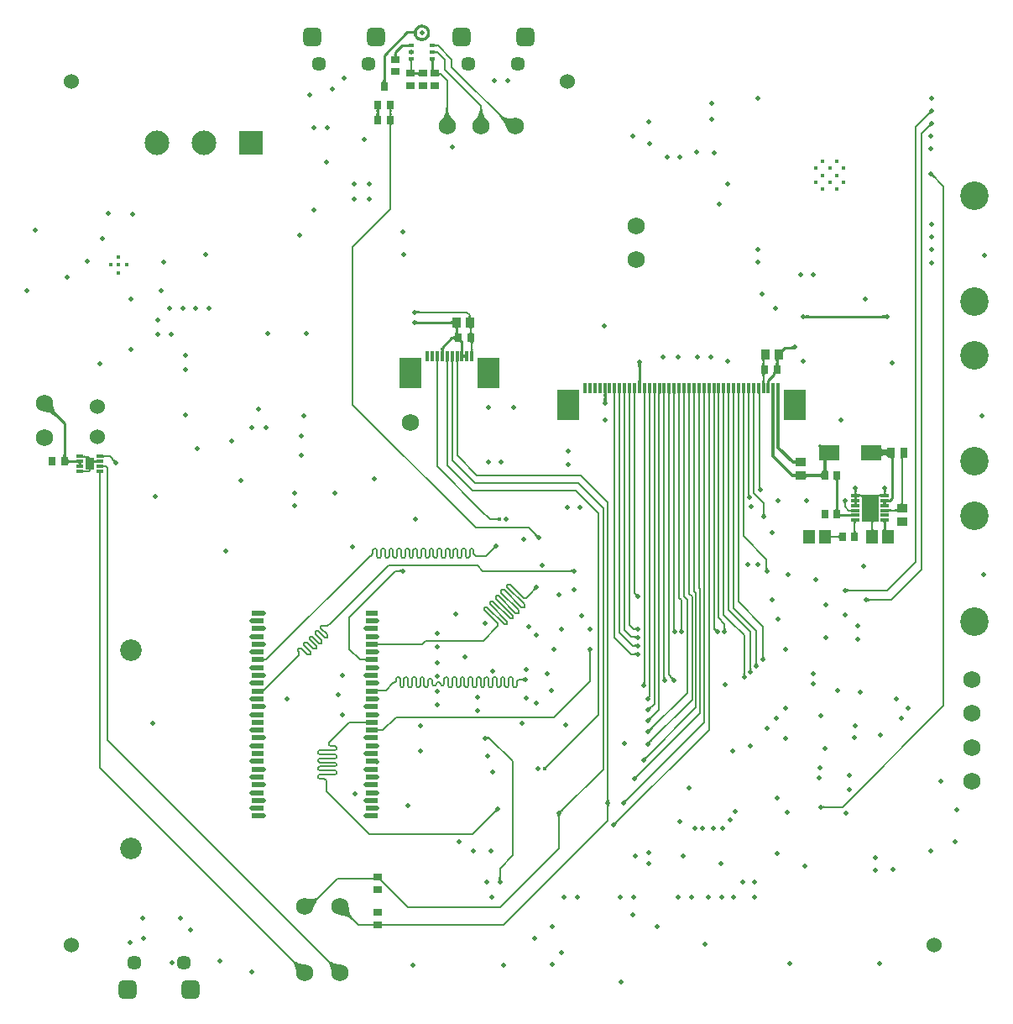
<source format=gbl>
G04*
G04 #@! TF.GenerationSoftware,Altium Limited,Altium Designer,20.2.5 (213)*
G04*
G04 Layer_Physical_Order=8*
G04 Layer_Color=16711680*
%FSLAX25Y25*%
%MOIN*%
G70*
G04*
G04 #@! TF.SameCoordinates,C1AB7A55-160F-408B-B7C6-D50FE72A222F*
G04*
G04*
G04 #@! TF.FilePolarity,Positive*
G04*
G01*
G75*
%ADD18C,0.01000*%
%ADD20R,0.03543X0.03937*%
%ADD39R,0.03937X0.03543*%
%ADD73C,0.01968*%
%ADD80C,0.00600*%
%ADD82R,0.03150X0.03543*%
%ADD93R,0.02953X0.03347*%
%ADD98R,0.03347X0.02953*%
%ADD100R,0.03543X0.03150*%
%ADD101R,0.01732X0.01378*%
%ADD105R,0.02756X0.03543*%
%ADD129R,0.05118X0.05512*%
%ADD130C,0.00800*%
%ADD131C,0.00700*%
%ADD133C,0.02000*%
%ADD137C,0.06890*%
%ADD138C,0.11299*%
%ADD139C,0.01575*%
%ADD140C,0.08563*%
G04:AMPARAMS|DCode=141|XSize=70.87mil|YSize=74.8mil|CornerRadius=17.72mil|HoleSize=0mil|Usage=FLASHONLY|Rotation=180.000|XOffset=0mil|YOffset=0mil|HoleType=Round|Shape=RoundedRectangle|*
%AMROUNDEDRECTD141*
21,1,0.07087,0.03937,0,0,180.0*
21,1,0.03543,0.07480,0,0,180.0*
1,1,0.03543,-0.01772,0.01968*
1,1,0.03543,0.01772,0.01968*
1,1,0.03543,0.01772,-0.01968*
1,1,0.03543,-0.01772,-0.01968*
%
%ADD141ROUNDEDRECTD141*%
%ADD142C,0.05709*%
%ADD143R,0.09744X0.09744*%
%ADD144C,0.09744*%
%ADD145C,0.06000*%
%ADD146R,0.09055X0.12205*%
%ADD147R,0.01181X0.04331*%
%ADD148R,0.02362X0.01575*%
%ADD149R,0.00394X0.00394*%
%ADD150R,0.04678X0.01997*%
%ADD151R,0.08346X0.05906*%
%ADD152R,0.03150X0.03937*%
%ADD153R,0.06693X0.10630*%
G04:AMPARAMS|DCode=154|XSize=34.65mil|YSize=10.63mil|CornerRadius=1.33mil|HoleSize=0mil|Usage=FLASHONLY|Rotation=0.000|XOffset=0mil|YOffset=0mil|HoleType=Round|Shape=RoundedRectangle|*
%AMROUNDEDRECTD154*
21,1,0.03465,0.00797,0,0,0.0*
21,1,0.03199,0.01063,0,0,0.0*
1,1,0.00266,0.01599,-0.00399*
1,1,0.00266,-0.01599,-0.00399*
1,1,0.00266,-0.01599,0.00399*
1,1,0.00266,0.01599,0.00399*
%
%ADD154ROUNDEDRECTD154*%
G04:AMPARAMS|DCode=155|XSize=29.92mil|YSize=10.63mil|CornerRadius=1.33mil|HoleSize=0mil|Usage=FLASHONLY|Rotation=0.000|XOffset=0mil|YOffset=0mil|HoleType=Round|Shape=RoundedRectangle|*
%AMROUNDEDRECTD155*
21,1,0.02992,0.00797,0,0,0.0*
21,1,0.02726,0.01063,0,0,0.0*
1,1,0.00266,0.01363,-0.00399*
1,1,0.00266,-0.01363,-0.00399*
1,1,0.00266,-0.01363,0.00399*
1,1,0.00266,0.01363,0.00399*
%
%ADD155ROUNDEDRECTD155*%
%ADD156R,0.03543X0.05118*%
%ADD157C,0.01175*%
G36*
X909179Y917244D02*
X909348Y917230D01*
X909516Y917208D01*
X909683Y917177D01*
X909848Y917138D01*
X910011Y917090D01*
X910170Y917033D01*
X910327Y916968D01*
X910480Y916895D01*
X910629Y916814D01*
X910773Y916726D01*
X910913Y916630D01*
X911048Y916526D01*
X911177Y916416D01*
X911300Y916300D01*
X911416Y916177D01*
X911526Y916048D01*
X911630Y915913D01*
X911726Y915773D01*
X911814Y915629D01*
X911895Y915480D01*
X911968Y915327D01*
X912033Y915170D01*
X912090Y915011D01*
X912138Y914848D01*
X912177Y914683D01*
X912208Y914516D01*
X912230Y914348D01*
X912244Y914179D01*
X912250Y913944D01*
X912247D01*
X912244Y913821D01*
X912230Y913652D01*
X912208Y913484D01*
X912177Y913317D01*
X912138Y913152D01*
X912090Y912990D01*
X912033Y912830D01*
X911968Y912673D01*
X911895Y912520D01*
X911814Y912371D01*
X911726Y912226D01*
X911630Y912087D01*
X911526Y911952D01*
X911416Y911823D01*
X911300Y911700D01*
X911177Y911584D01*
X911048Y911474D01*
X910913Y911370D01*
X910773Y911274D01*
X910629Y911186D01*
X910480Y911105D01*
X910327Y911032D01*
X910170Y910967D01*
X910011Y910910D01*
X909848Y910862D01*
X909683Y910823D01*
X909516Y910792D01*
X909348Y910770D01*
X909179Y910756D01*
X909000Y910752D01*
X908830Y910756D01*
X908661Y910770D01*
X908492Y910792D01*
X908325Y910823D01*
X908159Y910863D01*
X907996Y910911D01*
X907836Y910968D01*
X907679Y911033D01*
X907525Y911106D01*
X907376Y911187D01*
X907231Y911276D01*
X907091Y911372D01*
X906956Y911476D01*
X906827Y911586D01*
X906703Y911703D01*
X906586Y911827D01*
X906476Y911956D01*
X906372Y912091D01*
X906276Y912231D01*
X906187Y912376D01*
X906106Y912525D01*
X906033Y912679D01*
X905968Y912836D01*
X905911Y912996D01*
X905863Y913159D01*
X905823Y913325D01*
X905792Y913492D01*
X905770Y913661D01*
X905756Y913830D01*
X905752Y914000D01*
X905756Y914170D01*
X905770Y914340D01*
X905792Y914508D01*
X905823Y914675D01*
X905863Y914841D01*
X905911Y915004D01*
X905968Y915164D01*
X906033Y915321D01*
X906106Y915475D01*
X906187Y915624D01*
X906276Y915769D01*
X906372Y915909D01*
X906476Y916044D01*
X906586Y916173D01*
X906703Y916297D01*
X906827Y916414D01*
X906956Y916524D01*
X907091Y916628D01*
X907231Y916724D01*
X907376Y916813D01*
X907525Y916894D01*
X907679Y916967D01*
X907836Y917032D01*
X907996Y917089D01*
X908159Y917137D01*
X908325Y917177D01*
X908492Y917208D01*
X908661Y917230D01*
X908830Y917244D01*
X909000Y917248D01*
X909179Y917244D01*
D02*
G37*
G36*
X914409Y909665D02*
X914433Y909601D01*
X914473Y909545D01*
X914529Y909496D01*
X914601Y909455D01*
X914689Y909421D01*
X914793Y909394D01*
X914913Y909376D01*
X915049Y909364D01*
X915201Y909361D01*
Y908561D01*
X915049Y908557D01*
X914913Y908546D01*
X914793Y908527D01*
X914689Y908501D01*
X914601Y908467D01*
X914529Y908426D01*
X914473Y908377D01*
X914433Y908320D01*
X914409Y908257D01*
X914401Y908185D01*
Y909736D01*
X914409Y909665D01*
D02*
G37*
G36*
X903599Y908185D02*
X903589Y908238D01*
X903559Y908284D01*
X903509Y908326D01*
X903439Y908362D01*
X903349Y908392D01*
X903239Y908417D01*
X903109Y908436D01*
X902959Y908450D01*
X902599Y908461D01*
Y909461D01*
X902789Y909463D01*
X903109Y909485D01*
X903239Y909505D01*
X903349Y909529D01*
X903439Y909560D01*
X903509Y909596D01*
X903559Y909637D01*
X903589Y909684D01*
X903599Y909736D01*
Y908185D01*
D02*
G37*
G36*
X914398Y906992D02*
X914421Y906932D01*
X914460Y906878D01*
X914513Y906832D01*
X914583Y906793D01*
X914667Y906761D01*
X914766Y906737D01*
X914881Y906719D01*
X915011Y906708D01*
X915156Y906705D01*
Y905905D01*
X915013Y905902D01*
X914771Y905880D01*
X914673Y905860D01*
X914590Y905835D01*
X914522Y905804D01*
X914469Y905768D01*
X914432Y905726D01*
X914409Y905679D01*
X914401Y905626D01*
X914389Y907059D01*
X914398Y906992D01*
D02*
G37*
G36*
X899005Y905833D02*
X899020Y905663D01*
X899045Y905513D01*
X899080Y905383D01*
X899125Y905273D01*
X899180Y905183D01*
X899245Y905113D01*
X899320Y905063D01*
X899405Y905033D01*
X899500Y905023D01*
X899018D01*
X899047Y904588D01*
X899068Y904465D01*
X899093Y904361D01*
X899121Y904276D01*
X899153Y904210D01*
X899189Y904163D01*
X897811D01*
X897847Y904210D01*
X897879Y904276D01*
X897907Y904361D01*
X897932Y904465D01*
X897953Y904588D01*
X897983Y904891D01*
X897988Y905023D01*
X897500D01*
X897595Y905033D01*
X897680Y905063D01*
X897755Y905113D01*
X897820Y905183D01*
X897875Y905273D01*
X897920Y905383D01*
X897955Y905513D01*
X897980Y905663D01*
X897995Y905833D01*
X898000Y906023D01*
X899000D01*
X899005Y905833D01*
D02*
G37*
G36*
X905492Y903059D02*
X905424Y903035D01*
X905364Y902995D01*
X905312Y902939D01*
X905268Y902867D01*
X905232Y902779D01*
X905204Y902675D01*
X905184Y902555D01*
X905172Y902419D01*
X905168Y902267D01*
X904368D01*
X904364Y902419D01*
X904352Y902555D01*
X904332Y902675D01*
X904304Y902779D01*
X904268Y902867D01*
X904224Y902939D01*
X904172Y902995D01*
X904112Y903035D01*
X904044Y903059D01*
X903968Y903067D01*
X905568D01*
X905492Y903059D01*
D02*
G37*
G36*
X914137Y903057D02*
X914052Y903027D01*
X913977Y902977D01*
X913912Y902907D01*
X913857Y902817D01*
X913812Y902707D01*
X913777Y902577D01*
X913752Y902427D01*
X913737Y902257D01*
X913732Y902067D01*
X912732D01*
X912727Y902257D01*
X912712Y902427D01*
X912687Y902577D01*
X912652Y902707D01*
X912607Y902817D01*
X912552Y902907D01*
X912487Y902977D01*
X912412Y903027D01*
X912327Y903057D01*
X912232Y903067D01*
X914232D01*
X914137Y903057D01*
D02*
G37*
G36*
X913737Y900135D02*
X913752Y899963D01*
X913777Y899812D01*
X913812Y899680D01*
X913857Y899569D01*
X913912Y899478D01*
X913977Y899407D01*
X914052Y899356D01*
X914137Y899325D01*
X914232Y899315D01*
X913820Y899317D01*
X913883Y898839D01*
X913047Y898107D01*
X912800Y899324D01*
X912339Y899327D01*
X912414Y899337D01*
X912480Y899367D01*
X912539Y899417D01*
X912591Y899487D01*
X912634Y899577D01*
X912669Y899687D01*
X912697Y899817D01*
X912716Y899967D01*
X912728Y900137D01*
X912732Y900327D01*
X913732D01*
X913737Y900135D01*
D02*
G37*
G36*
X905172Y899972D02*
X905184Y899834D01*
X905204Y899712D01*
X905232Y899607D01*
X905268Y899518D01*
X905312Y899444D01*
X905364Y899388D01*
X905424Y899347D01*
X905492Y899323D01*
X905568Y899315D01*
X903968D01*
X904044Y899323D01*
X904112Y899347D01*
X904172Y899388D01*
X904224Y899444D01*
X904268Y899518D01*
X904304Y899607D01*
X904332Y899712D01*
X904352Y899834D01*
X904364Y899972D01*
X904368Y900127D01*
X905168D01*
X905172Y899972D01*
D02*
G37*
G36*
X907629Y897062D02*
X907621Y897138D01*
X907597Y897206D01*
X907556Y897266D01*
X907499Y897318D01*
X907426Y897362D01*
X907337Y897398D01*
X907231Y897426D01*
X907109Y897446D01*
X906971Y897458D01*
X906889Y897460D01*
X906807Y897458D01*
X906669Y897446D01*
X906547Y897426D01*
X906441Y897398D01*
X906352Y897362D01*
X906279Y897318D01*
X906222Y897266D01*
X906182Y897206D01*
X906157Y897138D01*
X906149Y897062D01*
Y898662D01*
X906157Y898586D01*
X906182Y898518D01*
X906222Y898458D01*
X906279Y898406D01*
X906352Y898362D01*
X906441Y898326D01*
X906547Y898298D01*
X906669Y898278D01*
X906807Y898266D01*
X906889Y898264D01*
X906971Y898266D01*
X907109Y898278D01*
X907231Y898298D01*
X907337Y898326D01*
X907426Y898362D01*
X907499Y898406D01*
X907556Y898458D01*
X907597Y898518D01*
X907621Y898586D01*
X907629Y898662D01*
Y897062D01*
D02*
G37*
G36*
X915657Y898287D02*
X915679Y898229D01*
X915717Y898177D01*
X915770Y898132D01*
X915838Y898095D01*
X915921Y898064D01*
X916019Y898040D01*
X916133Y898023D01*
X916261Y898012D01*
X916405Y898009D01*
Y897209D01*
X916261Y897205D01*
X916133Y897195D01*
X916019Y897178D01*
X915921Y897154D01*
X915838Y897123D01*
X915770Y897085D01*
X915717Y897041D01*
X915679Y896989D01*
X915657Y896931D01*
X915649Y896865D01*
Y897203D01*
X915016Y897163D01*
X914884Y897143D01*
X914668Y897091D01*
X914585Y897060D01*
X914517Y897025D01*
X914857Y898347D01*
X914904Y898283D01*
X914970Y898225D01*
X915054Y898174D01*
X915156Y898131D01*
X915277Y898093D01*
X915416Y898063D01*
X915573Y898039D01*
X915649Y898032D01*
Y898352D01*
X915657Y898287D01*
D02*
G37*
G36*
X894505Y895308D02*
X894520Y895135D01*
X894545Y894984D01*
X894580Y894852D01*
X894625Y894741D01*
X894680Y894650D01*
X894745Y894579D01*
X894820Y894528D01*
X894905Y894498D01*
X895000Y894488D01*
X893000D01*
X893095Y894498D01*
X893180Y894528D01*
X893255Y894579D01*
X893320Y894650D01*
X893375Y894741D01*
X893420Y894852D01*
X893455Y894984D01*
X893480Y895135D01*
X893495Y895308D01*
X893500Y895500D01*
X894500D01*
X894505Y895308D01*
D02*
G37*
G36*
X897283Y883492D02*
X897215Y883468D01*
X897155Y883428D01*
X897103Y883372D01*
X897059Y883300D01*
X897023Y883212D01*
X896995Y883108D01*
X896975Y882988D01*
X896963Y882852D01*
X896959Y882700D01*
X896159D01*
X896155Y882852D01*
X896143Y882988D01*
X896123Y883108D01*
X896095Y883212D01*
X896059Y883300D01*
X896015Y883372D01*
X895963Y883428D01*
X895903Y883468D01*
X895835Y883492D01*
X895759Y883500D01*
X897359D01*
X897283Y883492D01*
D02*
G37*
G36*
X892346Y883490D02*
X892261Y883460D01*
X892186Y883410D01*
X892121Y883340D01*
X892066Y883250D01*
X892021Y883140D01*
X891986Y883010D01*
X891961Y882860D01*
X891946Y882690D01*
X891941Y882500D01*
X890941D01*
X890936Y882690D01*
X890921Y882860D01*
X890896Y883010D01*
X890861Y883140D01*
X890816Y883250D01*
X890761Y883340D01*
X890696Y883410D01*
X890621Y883460D01*
X890536Y883490D01*
X890441Y883500D01*
X892441D01*
X892346Y883490D01*
D02*
G37*
G36*
X896963Y881905D02*
X896975Y881767D01*
X896995Y881645D01*
X897023Y881540D01*
X897059Y881451D01*
X897103Y881378D01*
X897155Y881321D01*
X897215Y881280D01*
X897283Y881256D01*
X897359Y881248D01*
X895759D01*
X895835Y881256D01*
X895903Y881280D01*
X895963Y881321D01*
X896015Y881378D01*
X896059Y881451D01*
X896095Y881540D01*
X896123Y881645D01*
X896143Y881767D01*
X896155Y881905D01*
X896159Y882060D01*
X896959D01*
X896963Y881905D01*
D02*
G37*
G36*
X1111333Y881921D02*
X1111222Y881915D01*
X1111107Y881894D01*
X1110989Y881858D01*
X1110867Y881808D01*
X1110741Y881742D01*
X1110612Y881663D01*
X1110479Y881568D01*
X1110342Y881458D01*
X1110057Y881195D01*
X1109632Y881620D01*
X1109771Y881764D01*
X1110005Y882042D01*
X1110100Y882175D01*
X1110180Y882304D01*
X1110245Y882430D01*
X1110295Y882552D01*
X1110331Y882670D01*
X1110352Y882785D01*
X1110358Y882896D01*
X1111333Y881921D01*
D02*
G37*
G36*
X891946Y882067D02*
X891961Y881895D01*
X891986Y881744D01*
X892021Y881612D01*
X892066Y881501D01*
X892121Y881410D01*
X892186Y881339D01*
X892261Y881288D01*
X892346Y881258D01*
X892441Y881248D01*
X891944D01*
X892002Y880455D01*
X892024Y880351D01*
X892050Y880265D01*
X892078Y880199D01*
X892111Y880152D01*
X890735Y880239D01*
X890775Y880284D01*
X890809Y880349D01*
X890840Y880432D01*
X890867Y880535D01*
X890890Y880657D01*
X890908Y880799D01*
X890933Y881139D01*
X890935Y881248D01*
X890441D01*
X890536Y881258D01*
X890621Y881288D01*
X890696Y881339D01*
X890761Y881410D01*
X890816Y881501D01*
X890861Y881612D01*
X890896Y881744D01*
X890921Y881895D01*
X890936Y882067D01*
X890941Y882260D01*
X891941D01*
X891946Y882067D01*
D02*
G37*
G36*
X932920Y883982D02*
X932981Y883391D01*
X933081Y882824D01*
X933222Y882280D01*
X933403Y881759D01*
X933624Y881261D01*
X933886Y880786D01*
X934187Y880334D01*
X934529Y879905D01*
X934911Y879500D01*
X930089D01*
X930471Y879905D01*
X930813Y880334D01*
X931114Y880786D01*
X931376Y881261D01*
X931597Y881759D01*
X931778Y882280D01*
X931919Y882824D01*
X932020Y883391D01*
X932080Y883982D01*
X932100Y884595D01*
X932900D01*
X932920Y883982D01*
D02*
G37*
G36*
X919409Y884554D02*
X919429Y883941D01*
X919490Y883352D01*
X919590Y882784D01*
X919731Y882240D01*
X919911Y881719D01*
X920132Y881220D01*
X920394Y880744D01*
X920695Y880291D01*
X921036Y879861D01*
X921418Y879454D01*
X916595Y879467D01*
X916978Y879871D01*
X917320Y880299D01*
X917622Y880749D01*
X917884Y881223D01*
X918106Y881721D01*
X918287Y882242D01*
X918428Y882785D01*
X918529Y883352D01*
X918589Y883943D01*
X918609Y884556D01*
X919409Y884554D01*
D02*
G37*
G36*
X897185Y877744D02*
X897117Y877720D01*
X897057Y877679D01*
X897005Y877622D01*
X896961Y877549D01*
X896925Y877460D01*
X896897Y877355D01*
X896877Y877233D01*
X896865Y877095D01*
X896861Y876940D01*
X896061D01*
X896057Y877095D01*
X896045Y877233D01*
X896025Y877355D01*
X895997Y877460D01*
X895961Y877549D01*
X895917Y877622D01*
X895865Y877679D01*
X895805Y877720D01*
X895737Y877744D01*
X895661Y877752D01*
X897261D01*
X897185Y877744D01*
D02*
G37*
G36*
X1111333Y876921D02*
X1111222Y876915D01*
X1111107Y876894D01*
X1110989Y876858D01*
X1110867Y876808D01*
X1110741Y876742D01*
X1110612Y876663D01*
X1110479Y876568D01*
X1110342Y876458D01*
X1110057Y876195D01*
X1109632Y876620D01*
X1109771Y876764D01*
X1110005Y877042D01*
X1110100Y877175D01*
X1110180Y877304D01*
X1110245Y877430D01*
X1110295Y877552D01*
X1110331Y877670D01*
X1110352Y877785D01*
X1110358Y877896D01*
X1111333Y876921D01*
D02*
G37*
G36*
X940637Y881361D02*
X941108Y880983D01*
X941578Y880670D01*
X942045Y880421D01*
X942510Y880235D01*
X942974Y880114D01*
X943435Y880058D01*
X943895Y880065D01*
X944353Y880136D01*
X944809Y880272D01*
X942681Y876116D01*
X942511Y876674D01*
X942092Y877745D01*
X941844Y878258D01*
X941569Y878757D01*
X941268Y879242D01*
X940588Y880167D01*
X940208Y880607D01*
X939803Y881033D01*
X940165Y881802D01*
X940637Y881361D01*
D02*
G37*
G36*
X1112222Y857888D02*
X1112245Y857773D01*
X1112283Y857655D01*
X1112335Y857533D01*
X1112401Y857407D01*
X1112482Y857277D01*
X1112577Y857144D01*
X1112687Y857007D01*
X1112950Y856722D01*
X1112535Y856289D01*
X1112390Y856428D01*
X1112113Y856661D01*
X1111979Y856755D01*
X1111850Y856834D01*
X1111724Y856898D01*
X1111603Y856947D01*
X1111485Y856981D01*
X1111371Y857001D01*
X1111261Y857005D01*
X1112214Y858000D01*
X1112222Y857888D01*
D02*
G37*
G36*
X906768Y803792D02*
X906849Y803742D01*
X906946Y803699D01*
X907059Y803662D01*
X907189Y803630D01*
X907335Y803604D01*
X907675Y803569D01*
X907870Y803560D01*
X908080Y803557D01*
Y802757D01*
X907870Y802755D01*
X907335Y802711D01*
X907189Y802685D01*
X907059Y802653D01*
X906946Y802616D01*
X906849Y802573D01*
X906768Y802523D01*
X906703Y802468D01*
Y803846D01*
X906768Y803792D01*
D02*
G37*
G36*
X928404Y801602D02*
X928416Y801464D01*
X928436Y801342D01*
X928464Y801237D01*
X928500Y801147D01*
X928544Y801074D01*
X928596Y801018D01*
X928656Y800977D01*
X928724Y800953D01*
X928800Y800945D01*
X927200D01*
X927276Y800953D01*
X927344Y800977D01*
X927404Y801018D01*
X927456Y801074D01*
X927500Y801147D01*
X927536Y801237D01*
X927564Y801342D01*
X927584Y801464D01*
X927596Y801602D01*
X927600Y801756D01*
X928400D01*
X928404Y801602D01*
D02*
G37*
G36*
X1093169Y800669D02*
X1093122Y800705D01*
X1093056Y800737D01*
X1092972Y800766D01*
X1092868Y800790D01*
X1092745Y800811D01*
X1092441Y800841D01*
X1092061Y800856D01*
X1091843Y800858D01*
Y801858D01*
X1092061Y801860D01*
X1092745Y801906D01*
X1092868Y801926D01*
X1092972Y801951D01*
X1093056Y801979D01*
X1093122Y802011D01*
X1093169Y802047D01*
Y800669D01*
D02*
G37*
G36*
X1061336Y802011D02*
X1061402Y801979D01*
X1061487Y801951D01*
X1061591Y801926D01*
X1061714Y801906D01*
X1062017Y801875D01*
X1062397Y801860D01*
X1062615Y801858D01*
Y800858D01*
X1062397Y800856D01*
X1061714Y800811D01*
X1061591Y800790D01*
X1061487Y800766D01*
X1061402Y800737D01*
X1061336Y800705D01*
X1061290Y800669D01*
Y802047D01*
X1061336Y802011D01*
D02*
G37*
G36*
X906750Y799629D02*
X906815Y799597D01*
X906900Y799569D01*
X907004Y799544D01*
X907127Y799524D01*
X907430Y799493D01*
X907810Y799478D01*
X908029Y799476D01*
Y798476D01*
X907810Y798475D01*
X907127Y798429D01*
X907004Y798408D01*
X906900Y798384D01*
X906815Y798355D01*
X906750Y798323D01*
X906703Y798287D01*
Y799665D01*
X906750Y799629D01*
D02*
G37*
G36*
X921095Y797976D02*
X921085Y798071D01*
X921054Y798156D01*
X921004Y798231D01*
X920933Y798296D01*
X920842Y798351D01*
X920731Y798396D01*
X920599Y798431D01*
X920447Y798456D01*
X920275Y798471D01*
X920083Y798476D01*
Y799476D01*
X920275Y799481D01*
X920447Y799496D01*
X920599Y799521D01*
X920731Y799556D01*
X920842Y799601D01*
X920933Y799656D01*
X921004Y799721D01*
X921054Y799796D01*
X921085Y799881D01*
X921095Y799976D01*
Y797976D01*
D02*
G37*
G36*
X929185Y797047D02*
X929117Y797023D01*
X929057Y796982D01*
X929005Y796926D01*
X928961Y796852D01*
X928925Y796763D01*
X928897Y796658D01*
X928877Y796536D01*
X928865Y796398D01*
X928861Y796243D01*
X928061D01*
X928057Y796398D01*
X928045Y796536D01*
X928025Y796658D01*
X927997Y796763D01*
X927961Y796852D01*
X927917Y796926D01*
X927865Y796982D01*
X927805Y797023D01*
X927737Y797047D01*
X927661Y797055D01*
X929261D01*
X929185Y797047D01*
D02*
G37*
G36*
X923748Y797045D02*
X923662Y797015D01*
X923588Y796964D01*
X923522Y796894D01*
X923468Y796803D01*
X923423Y796691D01*
X923388Y796560D01*
X923363Y796408D01*
X923347Y796236D01*
X923343Y796043D01*
X922342D01*
X922338Y796236D01*
X922322Y796408D01*
X922297Y796560D01*
X922262Y796691D01*
X922217Y796803D01*
X922163Y796894D01*
X922097Y796964D01*
X922023Y797015D01*
X921937Y797045D01*
X921842Y797055D01*
X923843D01*
X923748Y797045D01*
D02*
G37*
G36*
X928865Y795405D02*
X928877Y795267D01*
X928897Y795146D01*
X928925Y795040D01*
X928961Y794951D01*
X929005Y794878D01*
X929057Y794821D01*
X929117Y794780D01*
X929185Y794756D01*
X929261Y794748D01*
X927661D01*
X927737Y794756D01*
X927805Y794780D01*
X927865Y794821D01*
X927917Y794878D01*
X927961Y794951D01*
X927997Y795040D01*
X928025Y795146D01*
X928045Y795267D01*
X928057Y795405D01*
X928061Y795560D01*
X928861D01*
X928865Y795405D01*
D02*
G37*
G36*
X923347Y795568D02*
X923363Y795396D01*
X923388Y795245D01*
X923423Y795114D01*
X923468Y795002D01*
X923522Y794911D01*
X923588Y794840D01*
X923662Y794789D01*
X923748Y794758D01*
X923843Y794748D01*
X921977Y794760D01*
X922046Y794770D01*
X922108Y794800D01*
X922163Y794850D01*
X922211Y794920D01*
X922251Y795010D01*
X922284Y795120D01*
X922310Y795250D01*
X922328Y795400D01*
X922339Y795570D01*
X922342Y795760D01*
X923343D01*
X923347Y795568D01*
D02*
G37*
G36*
X921989Y792000D02*
X921978Y792095D01*
X921948Y792180D01*
X921898Y792255D01*
X921827Y792320D01*
X921736Y792375D01*
X921624Y792420D01*
X921493Y792455D01*
X921341Y792480D01*
X921169Y792495D01*
X920977Y792500D01*
Y793500D01*
X921169Y793505D01*
X921341Y793520D01*
X921493Y793545D01*
X921624Y793580D01*
X921736Y793625D01*
X921827Y793680D01*
X921898Y793745D01*
X921948Y793820D01*
X921978Y793905D01*
X921989Y794000D01*
Y792000D01*
D02*
G37*
G36*
X929582Y791244D02*
X929514Y791220D01*
X929454Y791179D01*
X929402Y791122D01*
X929358Y791049D01*
X929322Y790960D01*
X929294Y790855D01*
X929274Y790733D01*
X929262Y790595D01*
X929258Y790440D01*
X928458D01*
X928454Y790595D01*
X928442Y790733D01*
X928422Y790855D01*
X928394Y790960D01*
X928358Y791049D01*
X928314Y791122D01*
X928262Y791179D01*
X928202Y791220D01*
X928134Y791244D01*
X928058Y791252D01*
X929658D01*
X929582Y791244D01*
D02*
G37*
G36*
X925102Y791240D02*
X925421Y790240D01*
X924421D01*
X924416Y790432D01*
X924401Y790603D01*
X924376Y790754D01*
X924341Y790886D01*
X924296Y790997D01*
X924241Y791088D01*
X924176Y791159D01*
X924101Y791210D01*
X924016Y791241D01*
X923921Y791252D01*
X925102Y791240D01*
D02*
G37*
G36*
X1056741Y788418D02*
X1056704Y788434D01*
X1056647Y788448D01*
X1056569Y788460D01*
X1056351Y788480D01*
X1055870Y788497D01*
X1055446Y788500D01*
X1055122Y789500D01*
X1055340Y789502D01*
X1055875Y789538D01*
X1056012Y789560D01*
X1056130Y789586D01*
X1056227Y789617D01*
X1056304Y789653D01*
X1056361Y789693D01*
X1056398Y789739D01*
X1056741Y788418D01*
D02*
G37*
G36*
X1053478Y788613D02*
X1053222Y788350D01*
X1052653Y787675D01*
X1052530Y787489D01*
X1052441Y787322D01*
X1052385Y787174D01*
X1052362Y787045D01*
X1052373Y786936D01*
X1052417Y786845D01*
X1051200Y788456D01*
X1051269Y788391D01*
X1051354Y788356D01*
X1051455Y788351D01*
X1051572Y788376D01*
X1051705Y788432D01*
X1051855Y788518D01*
X1052021Y788634D01*
X1052202Y788780D01*
X1052614Y789164D01*
X1053478Y788613D01*
D02*
G37*
G36*
X929260Y788553D02*
X929287Y788193D01*
X929303Y788105D01*
X929323Y788033D01*
X929346Y787977D01*
X929373Y787937D01*
X929403Y787913D01*
X929437Y787905D01*
X928280D01*
X928314Y787913D01*
X928344Y787937D01*
X928371Y787977D01*
X928394Y788033D01*
X928414Y788105D01*
X928430Y788193D01*
X928442Y788297D01*
X928456Y788553D01*
X928458Y788705D01*
X929258D01*
X929260Y788553D01*
D02*
G37*
G36*
X925422Y788715D02*
X925471Y787945D01*
X925485Y787915D01*
X925500Y787905D01*
X924343D01*
X924358Y787915D01*
X924371Y787945D01*
X924383Y787995D01*
X924393Y788065D01*
X924409Y788265D01*
X924421Y788905D01*
X925421D01*
X925422Y788715D01*
D02*
G37*
G36*
X917548D02*
X917597Y787945D01*
X917611Y787915D01*
X917626Y787905D01*
X916469D01*
X916484Y787915D01*
X916497Y787945D01*
X916509Y787995D01*
X916519Y788065D01*
X916535Y788265D01*
X916547Y788905D01*
X917547D01*
X917548Y788715D01*
D02*
G37*
G36*
X926323Y786257D02*
X926500Y786252D01*
Y785252D01*
X926323Y785247D01*
Y784752D01*
X926313Y784847D01*
X926283Y784932D01*
X926232Y785007D01*
X926161Y785072D01*
X926070Y785127D01*
X925959Y785172D01*
X925909Y785185D01*
X925860Y785172D01*
X925750Y785127D01*
X925660Y785072D01*
X925590Y785007D01*
X925540Y784932D01*
X925510Y784847D01*
X925500Y784752D01*
Y785247D01*
X925311Y785252D01*
Y786252D01*
X925500Y786257D01*
Y786752D01*
X925510Y786657D01*
X925540Y786572D01*
X925590Y786497D01*
X925660Y786432D01*
X925750Y786377D01*
X925860Y786332D01*
X925909Y786319D01*
X925959Y786332D01*
X926070Y786377D01*
X926161Y786432D01*
X926232Y786497D01*
X926283Y786572D01*
X926313Y786657D01*
X926323Y786752D01*
Y786257D01*
D02*
G37*
G36*
X1045366Y785586D02*
X1045301Y785549D01*
X1045242Y785492D01*
X1045191Y785416D01*
X1045146Y785320D01*
X1045108Y785205D01*
X1045077Y785070D01*
X1045053Y784915D01*
X1045036Y784741D01*
X1045030Y784555D01*
X1045422D01*
X1045346Y784547D01*
X1045278Y784523D01*
X1045218Y784482D01*
X1045166Y784426D01*
X1045122Y784352D01*
X1045086Y784263D01*
X1045058Y784158D01*
X1045038Y784036D01*
X1045026Y783898D01*
X1045022Y783743D01*
X1044222D01*
X1044218Y783898D01*
X1044206Y784036D01*
X1044186Y784158D01*
X1044158Y784263D01*
X1044122Y784352D01*
X1044078Y784426D01*
X1044026Y784482D01*
X1043966Y784523D01*
X1043898Y784547D01*
X1043822Y784555D01*
X1044559D01*
X1044222Y784716D01*
X1044221Y784936D01*
X1044164Y785930D01*
X1044149Y785993D01*
X1044132Y786037D01*
X1045366Y785586D01*
D02*
G37*
G36*
X1050893Y784545D02*
X1050808Y784515D01*
X1050733Y784464D01*
X1050668Y784394D01*
X1050613Y784303D01*
X1050568Y784191D01*
X1050533Y784060D01*
X1050508Y783908D01*
X1050493Y783736D01*
X1050488Y783543D01*
X1049488D01*
X1049483Y783736D01*
X1049468Y783908D01*
X1049443Y784060D01*
X1049408Y784191D01*
X1049363Y784303D01*
X1049308Y784394D01*
X1049243Y784464D01*
X1049168Y784515D01*
X1049083Y784545D01*
X1048988Y784555D01*
X1050988D01*
X1050893Y784545D01*
D02*
G37*
G36*
X923478Y783593D02*
X923431Y783575D01*
X923389Y783545D01*
X923353Y783503D01*
X923322Y783449D01*
X923297Y783383D01*
X923278Y783305D01*
X923264Y783215D01*
X923256Y783113D01*
X923253Y782999D01*
X922653D01*
X922650Y783113D01*
X922642Y783215D01*
X922628Y783305D01*
X922608Y783383D01*
X922583Y783449D01*
X922552Y783503D01*
X922516Y783545D01*
X922474Y783575D01*
X922427Y783593D01*
X922374Y783599D01*
X923531D01*
X923478Y783593D01*
D02*
G37*
G36*
X921510D02*
X921463Y783575D01*
X921421Y783545D01*
X921385Y783503D01*
X921354Y783449D01*
X921329Y783383D01*
X921309Y783305D01*
X921295Y783215D01*
X921287Y783113D01*
X921284Y782999D01*
X920684D01*
X920681Y783113D01*
X920673Y783215D01*
X920659Y783305D01*
X920640Y783383D01*
X920615Y783449D01*
X920584Y783503D01*
X920548Y783545D01*
X920506Y783575D01*
X920459Y783593D01*
X920406Y783599D01*
X921563D01*
X921510Y783593D01*
D02*
G37*
G36*
X919541D02*
X919494Y783575D01*
X919452Y783545D01*
X919416Y783503D01*
X919385Y783449D01*
X919360Y783383D01*
X919341Y783305D01*
X919327Y783215D01*
X919318Y783113D01*
X919316Y782999D01*
X918716D01*
X918713Y783113D01*
X918705Y783215D01*
X918691Y783305D01*
X918671Y783383D01*
X918646Y783449D01*
X918616Y783503D01*
X918579Y783545D01*
X918538Y783575D01*
X918490Y783593D01*
X918437Y783599D01*
X919594D01*
X919541Y783593D01*
D02*
G37*
G36*
X915614Y783592D02*
X915575Y783571D01*
X915541Y783536D01*
X915511Y783487D01*
X915486Y783424D01*
X915465Y783347D01*
X915449Y783256D01*
X915438Y783151D01*
X915429Y782899D01*
X914729D01*
X914726Y783032D01*
X914708Y783256D01*
X914692Y783347D01*
X914672Y783424D01*
X914646Y783487D01*
X914617Y783536D01*
X914583Y783571D01*
X914544Y783592D01*
X914500Y783599D01*
X915657D01*
X915614Y783592D01*
D02*
G37*
G36*
X1050493Y782901D02*
X1050508Y782729D01*
X1050533Y782577D01*
X1050568Y782445D01*
X1050613Y782334D01*
X1050668Y782243D01*
X1050733Y782172D01*
X1050808Y782122D01*
X1050893Y782091D01*
X1050988Y782081D01*
X1048988D01*
X1049083Y782091D01*
X1049168Y782122D01*
X1049243Y782172D01*
X1049308Y782243D01*
X1049363Y782334D01*
X1049408Y782445D01*
X1049443Y782577D01*
X1049468Y782729D01*
X1049483Y782901D01*
X1049488Y783093D01*
X1050488D01*
X1050493Y782901D01*
D02*
G37*
G36*
X1045026Y782739D02*
X1045038Y782601D01*
X1045058Y782479D01*
X1045086Y782373D01*
X1045122Y782284D01*
X1045166Y782211D01*
X1045218Y782154D01*
X1045278Y782114D01*
X1045346Y782089D01*
X1045422Y782081D01*
X1043822D01*
X1043898Y782089D01*
X1043966Y782114D01*
X1044026Y782154D01*
X1044078Y782211D01*
X1044122Y782284D01*
X1044158Y782373D01*
X1044186Y782479D01*
X1044206Y782601D01*
X1044218Y782739D01*
X1044222Y782893D01*
X1045022D01*
X1045026Y782739D01*
D02*
G37*
G36*
X996037Y782706D02*
X996010Y782640D01*
X995986Y782555D01*
X995966Y782450D01*
X995949Y782326D01*
X995924Y782022D01*
X995909Y781422D01*
X994909Y781304D01*
X994907Y781522D01*
X994856Y782202D01*
X994833Y782323D01*
X994805Y782425D01*
X994773Y782508D01*
X994736Y782571D01*
X994696Y782615D01*
X996067Y782754D01*
X996037Y782706D01*
D02*
G37*
G36*
X1045346Y778578D02*
X1045278Y778553D01*
X1045218Y778513D01*
X1045166Y778456D01*
X1045122Y778383D01*
X1045086Y778293D01*
X1045058Y778188D01*
X1045038Y778066D01*
X1045026Y777928D01*
X1045022Y777774D01*
X1044222D01*
X1044218Y777928D01*
X1044206Y778066D01*
X1044186Y778188D01*
X1044158Y778293D01*
X1044122Y778383D01*
X1044078Y778456D01*
X1044026Y778513D01*
X1043966Y778553D01*
X1043898Y778578D01*
X1043822Y778586D01*
X1045422D01*
X1045346Y778578D01*
D02*
G37*
G36*
X1047091Y775963D02*
X1047141Y775193D01*
X1047154Y775163D01*
X1047169Y775153D01*
X1046012D01*
X1046027Y775163D01*
X1046040Y775193D01*
X1046052Y775243D01*
X1046062Y775313D01*
X1046078Y775513D01*
X1046091Y776153D01*
X1047091D01*
X1047091Y775963D01*
D02*
G37*
G36*
X1045024Y775801D02*
X1045051Y775441D01*
X1045067Y775353D01*
X1045086Y775281D01*
X1045109Y775225D01*
X1045136Y775185D01*
X1045167Y775161D01*
X1045201Y775153D01*
X1044044D01*
X1044077Y775161D01*
X1044108Y775185D01*
X1044135Y775225D01*
X1044158Y775281D01*
X1044177Y775353D01*
X1044193Y775441D01*
X1044206Y775545D01*
X1044220Y775801D01*
X1044222Y775953D01*
X1045022D01*
X1045024Y775801D01*
D02*
G37*
G36*
X995910Y775963D02*
X995960Y775193D01*
X995973Y775163D01*
X995988Y775153D01*
X994831D01*
X994846Y775163D01*
X994859Y775193D01*
X994871Y775243D01*
X994881Y775313D01*
X994897Y775513D01*
X994909Y776153D01*
X995909D01*
X995910Y775963D01*
D02*
G37*
G36*
X1043232Y770847D02*
X1043244Y770247D01*
X1042644D01*
X1042641Y770362D01*
X1042632Y770466D01*
X1042617Y770557D01*
X1042596Y770636D01*
X1042569Y770704D01*
X1042536Y770759D01*
X1042497Y770802D01*
X1042452Y770833D01*
X1042401Y770852D01*
X1042344Y770859D01*
X1043232Y770847D01*
D02*
G37*
G36*
X1041211Y770841D02*
X1041163Y770823D01*
X1041121Y770793D01*
X1041085Y770751D01*
X1041055Y770697D01*
X1041029Y770631D01*
X1041010Y770553D01*
X1040996Y770463D01*
X1040988Y770361D01*
X1040985Y770247D01*
X1040385D01*
X1040382Y770361D01*
X1040374Y770463D01*
X1040360Y770553D01*
X1040340Y770631D01*
X1040315Y770697D01*
X1040285Y770751D01*
X1040248Y770793D01*
X1040207Y770823D01*
X1040159Y770841D01*
X1040106Y770847D01*
X1041264D01*
X1041211Y770841D01*
D02*
G37*
G36*
X1039242D02*
X1039195Y770823D01*
X1039153Y770793D01*
X1039117Y770751D01*
X1039086Y770697D01*
X1039061Y770631D01*
X1039042Y770553D01*
X1039028Y770463D01*
X1039019Y770361D01*
X1039017Y770247D01*
X1038416D01*
X1038414Y770361D01*
X1038405Y770463D01*
X1038391Y770553D01*
X1038372Y770631D01*
X1038347Y770697D01*
X1038316Y770751D01*
X1038280Y770793D01*
X1038238Y770823D01*
X1038191Y770841D01*
X1038138Y770847D01*
X1039295D01*
X1039242Y770841D01*
D02*
G37*
G36*
X1037274D02*
X1037226Y770823D01*
X1037185Y770793D01*
X1037148Y770751D01*
X1037118Y770697D01*
X1037092Y770631D01*
X1037073Y770553D01*
X1037059Y770463D01*
X1037051Y770361D01*
X1037048Y770247D01*
X1036448D01*
X1036445Y770361D01*
X1036437Y770463D01*
X1036423Y770553D01*
X1036403Y770631D01*
X1036378Y770697D01*
X1036348Y770751D01*
X1036312Y770793D01*
X1036270Y770823D01*
X1036222Y770841D01*
X1036170Y770847D01*
X1037327D01*
X1037274Y770841D01*
D02*
G37*
G36*
X1035305D02*
X1035258Y770823D01*
X1035216Y770793D01*
X1035180Y770751D01*
X1035149Y770697D01*
X1035124Y770631D01*
X1035104Y770553D01*
X1035091Y770463D01*
X1035082Y770361D01*
X1035079Y770247D01*
X1034479D01*
X1034477Y770361D01*
X1034468Y770463D01*
X1034454Y770553D01*
X1034435Y770631D01*
X1034410Y770697D01*
X1034379Y770751D01*
X1034343Y770793D01*
X1034301Y770823D01*
X1034254Y770841D01*
X1034201Y770847D01*
X1035358D01*
X1035305Y770841D01*
D02*
G37*
G36*
X1033337D02*
X1033289Y770823D01*
X1033247Y770793D01*
X1033211Y770751D01*
X1033181Y770697D01*
X1033156Y770631D01*
X1033136Y770553D01*
X1033122Y770463D01*
X1033114Y770361D01*
X1033111Y770247D01*
X1032511D01*
X1032508Y770361D01*
X1032500Y770463D01*
X1032486Y770553D01*
X1032466Y770631D01*
X1032441Y770697D01*
X1032411Y770751D01*
X1032374Y770793D01*
X1032333Y770823D01*
X1032285Y770841D01*
X1032232Y770847D01*
X1033390D01*
X1033337Y770841D01*
D02*
G37*
G36*
X1031368D02*
X1031321Y770823D01*
X1031279Y770793D01*
X1031243Y770751D01*
X1031212Y770697D01*
X1031187Y770631D01*
X1031168Y770553D01*
X1031154Y770463D01*
X1031145Y770361D01*
X1031142Y770247D01*
X1030542D01*
X1030540Y770361D01*
X1030531Y770463D01*
X1030517Y770553D01*
X1030498Y770631D01*
X1030473Y770697D01*
X1030442Y770751D01*
X1030406Y770793D01*
X1030364Y770823D01*
X1030317Y770841D01*
X1030264Y770847D01*
X1031421D01*
X1031368Y770841D01*
D02*
G37*
G36*
X1029400D02*
X1029352Y770823D01*
X1029311Y770793D01*
X1029274Y770751D01*
X1029244Y770697D01*
X1029218Y770631D01*
X1029199Y770553D01*
X1029185Y770463D01*
X1029177Y770361D01*
X1029174Y770247D01*
X1028574D01*
X1028571Y770361D01*
X1028563Y770463D01*
X1028549Y770553D01*
X1028529Y770631D01*
X1028504Y770697D01*
X1028474Y770751D01*
X1028438Y770793D01*
X1028396Y770823D01*
X1028348Y770841D01*
X1028296Y770847D01*
X1029453D01*
X1029400Y770841D01*
D02*
G37*
G36*
X1027431D02*
X1027384Y770823D01*
X1027342Y770793D01*
X1027306Y770751D01*
X1027275Y770697D01*
X1027250Y770631D01*
X1027230Y770553D01*
X1027217Y770463D01*
X1027208Y770361D01*
X1027205Y770247D01*
X1026606D01*
X1026603Y770361D01*
X1026594Y770463D01*
X1026580Y770553D01*
X1026561Y770631D01*
X1026536Y770697D01*
X1026505Y770751D01*
X1026469Y770793D01*
X1026427Y770823D01*
X1026380Y770841D01*
X1026327Y770847D01*
X1027484D01*
X1027431Y770841D01*
D02*
G37*
G36*
X1025463D02*
X1025415Y770823D01*
X1025373Y770793D01*
X1025337Y770751D01*
X1025307Y770697D01*
X1025282Y770631D01*
X1025262Y770553D01*
X1025248Y770463D01*
X1025240Y770361D01*
X1025237Y770247D01*
X1024637D01*
X1024634Y770361D01*
X1024626Y770463D01*
X1024612Y770553D01*
X1024592Y770631D01*
X1024567Y770697D01*
X1024537Y770751D01*
X1024500Y770793D01*
X1024459Y770823D01*
X1024411Y770841D01*
X1024358Y770847D01*
X1025516D01*
X1025463Y770841D01*
D02*
G37*
G36*
X1023494D02*
X1023447Y770823D01*
X1023405Y770793D01*
X1023369Y770751D01*
X1023338Y770697D01*
X1023313Y770631D01*
X1023293Y770553D01*
X1023280Y770463D01*
X1023271Y770361D01*
X1023268Y770247D01*
X1022668D01*
X1022666Y770361D01*
X1022657Y770463D01*
X1022643Y770553D01*
X1022624Y770631D01*
X1022599Y770697D01*
X1022568Y770751D01*
X1022532Y770793D01*
X1022490Y770823D01*
X1022443Y770841D01*
X1022390Y770847D01*
X1023547D01*
X1023494Y770841D01*
D02*
G37*
G36*
X1021526D02*
X1021478Y770823D01*
X1021437Y770793D01*
X1021400Y770751D01*
X1021370Y770697D01*
X1021344Y770631D01*
X1021325Y770553D01*
X1021311Y770463D01*
X1021303Y770361D01*
X1021300Y770247D01*
X1020700D01*
X1020697Y770361D01*
X1020689Y770463D01*
X1020675Y770553D01*
X1020655Y770631D01*
X1020630Y770697D01*
X1020600Y770751D01*
X1020564Y770793D01*
X1020522Y770823D01*
X1020474Y770841D01*
X1020422Y770847D01*
X1021579D01*
X1021526Y770841D01*
D02*
G37*
G36*
X1019557D02*
X1019510Y770823D01*
X1019468Y770793D01*
X1019432Y770751D01*
X1019401Y770697D01*
X1019376Y770631D01*
X1019357Y770553D01*
X1019343Y770463D01*
X1019334Y770361D01*
X1019331Y770247D01*
X1018731D01*
X1018729Y770361D01*
X1018720Y770463D01*
X1018706Y770553D01*
X1018687Y770631D01*
X1018662Y770697D01*
X1018631Y770751D01*
X1018595Y770793D01*
X1018553Y770823D01*
X1018506Y770841D01*
X1018453Y770847D01*
X1019610D01*
X1019557Y770841D01*
D02*
G37*
G36*
X1017589D02*
X1017541Y770823D01*
X1017500Y770793D01*
X1017463Y770751D01*
X1017433Y770697D01*
X1017408Y770631D01*
X1017388Y770553D01*
X1017374Y770463D01*
X1017366Y770361D01*
X1017363Y770247D01*
X1016763D01*
X1016760Y770361D01*
X1016752Y770463D01*
X1016738Y770553D01*
X1016718Y770631D01*
X1016693Y770697D01*
X1016663Y770751D01*
X1016626Y770793D01*
X1016585Y770823D01*
X1016537Y770841D01*
X1016484Y770847D01*
X1017642D01*
X1017589Y770841D01*
D02*
G37*
G36*
X1015620D02*
X1015573Y770823D01*
X1015531Y770793D01*
X1015495Y770751D01*
X1015464Y770697D01*
X1015439Y770631D01*
X1015419Y770553D01*
X1015406Y770463D01*
X1015397Y770361D01*
X1015394Y770247D01*
X1014794D01*
X1014792Y770361D01*
X1014783Y770463D01*
X1014769Y770553D01*
X1014750Y770631D01*
X1014725Y770697D01*
X1014694Y770751D01*
X1014658Y770793D01*
X1014616Y770823D01*
X1014569Y770841D01*
X1014516Y770847D01*
X1015673D01*
X1015620Y770841D01*
D02*
G37*
G36*
X1013652D02*
X1013604Y770823D01*
X1013562Y770793D01*
X1013526Y770751D01*
X1013496Y770697D01*
X1013470Y770631D01*
X1013451Y770553D01*
X1013437Y770463D01*
X1013429Y770361D01*
X1013426Y770247D01*
X1012826D01*
X1012823Y770361D01*
X1012815Y770463D01*
X1012801Y770553D01*
X1012781Y770631D01*
X1012756Y770697D01*
X1012726Y770751D01*
X1012689Y770793D01*
X1012648Y770823D01*
X1012600Y770841D01*
X1012547Y770847D01*
X1013704D01*
X1013652Y770841D01*
D02*
G37*
G36*
X1011683D02*
X1011636Y770823D01*
X1011594Y770793D01*
X1011558Y770751D01*
X1011527Y770697D01*
X1011502Y770631D01*
X1011483Y770553D01*
X1011469Y770463D01*
X1011460Y770361D01*
X1011458Y770247D01*
X1010857D01*
X1010855Y770361D01*
X1010846Y770463D01*
X1010832Y770553D01*
X1010813Y770631D01*
X1010788Y770697D01*
X1010757Y770751D01*
X1010721Y770793D01*
X1010679Y770823D01*
X1010632Y770841D01*
X1010579Y770847D01*
X1011736D01*
X1011683Y770841D01*
D02*
G37*
G36*
X1009585Y770852D02*
X1009534Y770833D01*
X1009489Y770802D01*
X1009450Y770759D01*
X1009417Y770704D01*
X1009390Y770637D01*
X1009369Y770557D01*
X1009354Y770466D01*
X1009345Y770362D01*
X1009342Y770247D01*
X1008742D01*
X1008741Y770361D01*
X1008721Y770631D01*
X1008709Y770697D01*
X1008695Y770751D01*
X1008678Y770793D01*
X1008658Y770823D01*
X1008635Y770841D01*
X1008610Y770847D01*
X1009642Y770859D01*
X1009585Y770852D01*
D02*
G37*
G36*
X1007591Y770852D02*
X1007540Y770833D01*
X1007495Y770802D01*
X1007456Y770759D01*
X1007423Y770704D01*
X1007396Y770637D01*
X1007375Y770557D01*
X1007360Y770466D01*
X1007351Y770362D01*
X1007348Y770247D01*
X1006748D01*
X1006747Y770361D01*
X1006721Y770697D01*
X1006710Y770751D01*
X1006696Y770793D01*
X1006680Y770823D01*
X1006662Y770841D01*
X1006642Y770847D01*
X1007648Y770859D01*
X1007591Y770852D01*
D02*
G37*
G36*
X1005778Y770841D02*
X1005730Y770823D01*
X1005688Y770793D01*
X1005652Y770751D01*
X1005622Y770697D01*
X1005597Y770631D01*
X1005577Y770553D01*
X1005563Y770463D01*
X1005555Y770361D01*
X1005552Y770247D01*
X1004952D01*
X1004949Y770361D01*
X1004941Y770463D01*
X1004927Y770553D01*
X1004907Y770631D01*
X1004882Y770697D01*
X1004852Y770751D01*
X1004815Y770793D01*
X1004774Y770823D01*
X1004726Y770841D01*
X1004673Y770847D01*
X1005830D01*
X1005778Y770841D01*
D02*
G37*
G36*
X1003759Y770852D02*
X1003708Y770833D01*
X1003663Y770802D01*
X1003624Y770759D01*
X1003591Y770704D01*
X1003564Y770637D01*
X1003543Y770557D01*
X1003528Y770466D01*
X1003519Y770362D01*
X1003516Y770247D01*
X1002916D01*
X1002914Y770361D01*
X1002897Y770553D01*
X1002882Y770631D01*
X1002863Y770697D01*
X1002840Y770751D01*
X1002812Y770793D01*
X1002781Y770823D01*
X1002745Y770841D01*
X1002705Y770847D01*
X1003816Y770859D01*
X1003759Y770852D01*
D02*
G37*
G36*
X1001841Y770841D02*
X1001793Y770823D01*
X1001751Y770793D01*
X1001715Y770751D01*
X1001685Y770697D01*
X1001659Y770631D01*
X1001640Y770553D01*
X1001626Y770463D01*
X1001618Y770361D01*
X1001615Y770247D01*
X1001015D01*
X1001012Y770361D01*
X1001004Y770463D01*
X1000990Y770553D01*
X1000970Y770631D01*
X1000945Y770697D01*
X1000915Y770751D01*
X1000879Y770793D01*
X1000837Y770823D01*
X1000789Y770841D01*
X1000736Y770847D01*
X1001894D01*
X1001841Y770841D01*
D02*
G37*
G36*
X999872D02*
X999825Y770823D01*
X999783Y770793D01*
X999747Y770751D01*
X999716Y770697D01*
X999691Y770631D01*
X999671Y770553D01*
X999658Y770463D01*
X999649Y770361D01*
X999646Y770247D01*
X999047D01*
X999044Y770361D01*
X999035Y770463D01*
X999021Y770553D01*
X999002Y770631D01*
X998977Y770697D01*
X998946Y770751D01*
X998910Y770793D01*
X998868Y770823D01*
X998821Y770841D01*
X998768Y770847D01*
X999925D01*
X999872Y770841D01*
D02*
G37*
G36*
X997904D02*
X997856Y770823D01*
X997814Y770793D01*
X997778Y770751D01*
X997748Y770697D01*
X997723Y770631D01*
X997703Y770553D01*
X997689Y770463D01*
X997681Y770361D01*
X997678Y770247D01*
X997078D01*
X997075Y770361D01*
X997067Y770463D01*
X997053Y770553D01*
X997033Y770631D01*
X997008Y770697D01*
X996978Y770751D01*
X996941Y770793D01*
X996900Y770823D01*
X996852Y770841D01*
X996799Y770847D01*
X997956D01*
X997904Y770841D01*
D02*
G37*
G36*
X993967D02*
X993919Y770823D01*
X993877Y770793D01*
X993841Y770751D01*
X993811Y770697D01*
X993785Y770631D01*
X993766Y770553D01*
X993752Y770463D01*
X993744Y770361D01*
X993741Y770247D01*
X993141D01*
X993138Y770361D01*
X993130Y770463D01*
X993116Y770553D01*
X993096Y770631D01*
X993071Y770697D01*
X993041Y770751D01*
X993004Y770793D01*
X992963Y770823D01*
X992915Y770841D01*
X992862Y770847D01*
X994020D01*
X993967Y770841D01*
D02*
G37*
G36*
X991998D02*
X991951Y770823D01*
X991909Y770793D01*
X991873Y770751D01*
X991842Y770697D01*
X991817Y770631D01*
X991798Y770553D01*
X991784Y770463D01*
X991775Y770361D01*
X991772Y770247D01*
X991172D01*
X991170Y770361D01*
X991161Y770463D01*
X991147Y770553D01*
X991128Y770631D01*
X991103Y770697D01*
X991072Y770751D01*
X991036Y770793D01*
X990994Y770823D01*
X990947Y770841D01*
X990894Y770847D01*
X992051D01*
X991998Y770841D01*
D02*
G37*
G36*
X990030D02*
X989982Y770823D01*
X989940Y770793D01*
X989904Y770751D01*
X989874Y770697D01*
X989849Y770631D01*
X989829Y770553D01*
X989815Y770463D01*
X989807Y770361D01*
X989804Y770247D01*
X989204D01*
X989201Y770361D01*
X989193Y770463D01*
X989179Y770553D01*
X989159Y770631D01*
X989134Y770697D01*
X989104Y770751D01*
X989067Y770793D01*
X989026Y770823D01*
X988978Y770841D01*
X988925Y770847D01*
X990082D01*
X990030Y770841D01*
D02*
G37*
G36*
X988061D02*
X988014Y770823D01*
X987972Y770793D01*
X987936Y770751D01*
X987905Y770697D01*
X987880Y770631D01*
X987860Y770553D01*
X987847Y770463D01*
X987838Y770361D01*
X987835Y770247D01*
X987235D01*
X987233Y770361D01*
X987224Y770463D01*
X987210Y770553D01*
X987191Y770631D01*
X987166Y770697D01*
X987135Y770751D01*
X987099Y770793D01*
X987057Y770823D01*
X987010Y770841D01*
X986957Y770847D01*
X988114D01*
X988061Y770841D01*
D02*
G37*
G36*
X986093D02*
X986045Y770823D01*
X986003Y770793D01*
X985967Y770751D01*
X985937Y770697D01*
X985911Y770631D01*
X985892Y770553D01*
X985878Y770463D01*
X985870Y770361D01*
X985867Y770247D01*
X985267D01*
X985264Y770361D01*
X985256Y770463D01*
X985242Y770553D01*
X985222Y770631D01*
X985197Y770697D01*
X985167Y770751D01*
X985130Y770793D01*
X985089Y770823D01*
X985041Y770841D01*
X984988Y770847D01*
X986145D01*
X986093Y770841D01*
D02*
G37*
G36*
X982193Y770837D02*
X982180Y770807D01*
X982168Y770757D01*
X982158Y770687D01*
X982143Y770487D01*
X982130Y769847D01*
X981130D01*
X981129Y770037D01*
X981080Y770807D01*
X981066Y770837D01*
X981051Y770847D01*
X982209D01*
X982193Y770837D01*
D02*
G37*
G36*
X982132Y768790D02*
X982177Y768106D01*
X982198Y767983D01*
X982222Y767879D01*
X982251Y767795D01*
X982283Y767729D01*
X982319Y767682D01*
X980941D01*
X980977Y767729D01*
X981009Y767795D01*
X981037Y767879D01*
X981062Y767983D01*
X981083Y768106D01*
X981113Y768410D01*
X981128Y768790D01*
X981130Y769008D01*
X982130D01*
X982132Y768790D01*
D02*
G37*
G36*
X762462Y766434D02*
X762526Y765911D01*
X762635Y765396D01*
X762791Y764890D01*
X762992Y764391D01*
X763239Y763901D01*
X763532Y763418D01*
X763871Y762944D01*
X764256Y762478D01*
X764687Y762020D01*
X763980Y761313D01*
X763522Y761744D01*
X763056Y762129D01*
X762582Y762468D01*
X762099Y762761D01*
X761609Y763008D01*
X761110Y763209D01*
X760604Y763365D01*
X760089Y763474D01*
X759566Y763538D01*
X759034Y763555D01*
X762445Y766965D01*
X762462Y766434D01*
D02*
G37*
G36*
X767466Y746469D02*
X767481Y746297D01*
X767506Y746145D01*
X767541Y746013D01*
X767586Y745902D01*
X767641Y745811D01*
X767706Y745740D01*
X767781Y745690D01*
X767866Y745659D01*
X767961Y745649D01*
X765961D01*
X766056Y745659D01*
X766141Y745690D01*
X766216Y745740D01*
X766281Y745811D01*
X766336Y745902D01*
X766381Y746013D01*
X766416Y746145D01*
X766441Y746297D01*
X766456Y746469D01*
X766461Y746661D01*
X767461D01*
X767466Y746469D01*
D02*
G37*
G36*
X1091496Y749310D02*
X1091556Y749140D01*
X1091657Y748990D01*
X1091798Y748860D01*
X1091979Y748750D01*
X1092200Y748660D01*
X1092462Y748590D01*
X1092717Y748548D01*
X1092957Y748586D01*
X1093217Y748653D01*
X1093437Y748739D01*
X1093617Y748844D01*
X1093757Y748969D01*
X1093857Y749112D01*
X1093917Y749275D01*
X1093937Y749457D01*
Y745543D01*
X1093917Y745725D01*
X1093857Y745888D01*
X1093757Y746031D01*
X1093617Y746156D01*
X1093437Y746261D01*
X1093217Y746347D01*
X1092957Y746414D01*
X1092717Y746452D01*
X1092462Y746410D01*
X1092200Y746340D01*
X1091979Y746250D01*
X1091798Y746140D01*
X1091657Y746010D01*
X1091556Y745860D01*
X1091496Y745690D01*
X1091476Y745500D01*
Y749500D01*
X1091496Y749310D01*
D02*
G37*
G36*
X777120Y745452D02*
X776023D01*
X776022Y745452D01*
X776021Y745452D01*
X776020Y745453D01*
X776020Y745453D01*
X776019Y745453D01*
X776018Y745454D01*
X776017Y745454D01*
X776016Y745455D01*
X776016Y745455D01*
X776015Y745456D01*
X776581Y746021D01*
X777120Y745452D01*
D02*
G37*
G36*
X782476Y746325D02*
X782507Y746292D01*
X782546Y746264D01*
X782596Y746239D01*
X782655Y746218D01*
X782724Y746201D01*
X782802Y746187D01*
X782890Y746178D01*
X783094Y746170D01*
Y745570D01*
X782987Y745568D01*
X782802Y745553D01*
X782724Y745540D01*
X782655Y745522D01*
X782596Y745501D01*
X782546Y745476D01*
X782507Y745448D01*
X782476Y745415D01*
X782456Y745379D01*
Y746361D01*
X782476Y746325D01*
D02*
G37*
G36*
X774725Y746319D02*
X774763Y746281D01*
X774814Y746248D01*
X774878Y746219D01*
X774956Y746194D01*
X775046Y746174D01*
X775149Y746159D01*
X775266Y746147D01*
X775538Y746139D01*
Y745339D01*
X774700Y745379D01*
Y746361D01*
X774725Y746319D01*
D02*
G37*
G36*
X1100397Y745547D02*
X1100329Y745523D01*
X1100269Y745482D01*
X1100217Y745426D01*
X1100173Y745353D01*
X1100137Y745263D01*
X1100109Y745158D01*
X1100089Y745036D01*
X1100077Y744898D01*
X1100073Y744743D01*
X1099273D01*
X1099269Y744898D01*
X1099257Y745036D01*
X1099237Y745158D01*
X1099209Y745263D01*
X1099173Y745353D01*
X1099129Y745426D01*
X1099077Y745482D01*
X1099017Y745523D01*
X1098949Y745547D01*
X1098873Y745555D01*
X1100473D01*
X1100397Y745547D01*
D02*
G37*
G36*
X1096751Y745545D02*
X1096667Y745515D01*
X1096591Y745464D01*
X1096527Y745394D01*
X1096472Y745302D01*
X1096426Y745191D01*
X1096391Y745060D01*
X1096367Y744908D01*
X1096352Y744736D01*
X1096346Y744544D01*
X1095347D01*
X1095341Y744736D01*
X1095327Y744908D01*
X1095302Y745060D01*
X1095267Y745191D01*
X1095222Y745302D01*
X1095166Y745394D01*
X1095102Y745464D01*
X1095026Y745515D01*
X1094942Y745545D01*
X1094847Y745555D01*
X1096846D01*
X1096751Y745545D01*
D02*
G37*
G36*
X777524Y744710D02*
X777570Y744079D01*
X777591Y743967D01*
X777615Y743874D01*
X777644Y743799D01*
X777677Y743742D01*
X777713Y743705D01*
X776531D01*
X776568Y743742D01*
X776600Y743799D01*
X776629Y743874D01*
X776653Y743967D01*
X776674Y744079D01*
X776691Y744209D01*
X776714Y744525D01*
X776722Y744914D01*
X777522D01*
X777524Y744710D01*
D02*
G37*
G36*
X786358Y745009D02*
X786636Y744776D01*
X786769Y744681D01*
X786899Y744601D01*
X787025Y744536D01*
X787147Y744485D01*
X787265Y744449D01*
X787379Y744428D01*
X787490Y744422D01*
X786516Y743448D01*
X786510Y743559D01*
X786488Y743673D01*
X786453Y743791D01*
X786402Y743913D01*
X786337Y744039D01*
X786257Y744169D01*
X786162Y744302D01*
X786053Y744439D01*
X785790Y744724D01*
X786214Y745148D01*
X786358Y745009D01*
D02*
G37*
G36*
X778878Y744626D02*
X778902Y744558D01*
X778943Y744498D01*
X779000Y744446D01*
X779073Y744402D01*
X779162Y744366D01*
X779268Y744338D01*
X779315Y744330D01*
X779392Y744334D01*
X779453Y744346D01*
X779498Y744360D01*
X779529Y744375D01*
X779544Y744393D01*
Y744305D01*
X779682Y744302D01*
Y743502D01*
X779544Y743498D01*
Y743410D01*
X779529Y743428D01*
X779498Y743443D01*
X779453Y743457D01*
X779392Y743469D01*
X779334Y743476D01*
X779268Y743466D01*
X779162Y743438D01*
X779073Y743402D01*
X779000Y743358D01*
X778943Y743306D01*
X778902Y743246D01*
X778878Y743178D01*
X778870Y743102D01*
Y743498D01*
X778707Y743502D01*
Y744302D01*
X778859Y744303D01*
X778870Y744303D01*
Y744702D01*
X778878Y744626D01*
D02*
G37*
G36*
X1070201Y744548D02*
X1070101Y744512D01*
X1070013Y744453D01*
X1069937Y744371D01*
X1069872Y744266D01*
X1069819Y744136D01*
X1069778Y743984D01*
X1069749Y743807D01*
X1069731Y743608D01*
X1069725Y743384D01*
X1068550D01*
X1068544Y743608D01*
X1068527Y743807D01*
X1068497Y743984D01*
X1068456Y744136D01*
X1068403Y744266D01*
X1068339Y744371D01*
X1068262Y744453D01*
X1068174Y744512D01*
X1068074Y744548D01*
X1067963Y744559D01*
X1070313D01*
X1070201Y744548D01*
D02*
G37*
G36*
X1057555Y744245D02*
X1057752Y744246D01*
X1058715Y744310D01*
X1058766Y744327D01*
X1058797Y744347D01*
Y742969D01*
X1058766Y742988D01*
X1058715Y743005D01*
X1058641Y743020D01*
X1058547Y743033D01*
X1058293Y743054D01*
X1057555Y743069D01*
Y742483D01*
X1057544Y742594D01*
X1057508Y742694D01*
X1057449Y742782D01*
X1057366Y742859D01*
X1057259Y742923D01*
X1057128Y742976D01*
X1056974Y743017D01*
X1056796Y743047D01*
X1056594Y743064D01*
X1056369Y743070D01*
Y744245D01*
X1056594Y744251D01*
X1056796Y744269D01*
X1056974Y744298D01*
X1057128Y744339D01*
X1057259Y744392D01*
X1057366Y744456D01*
X1057449Y744533D01*
X1057508Y744621D01*
X1057544Y744721D01*
X1057555Y744833D01*
Y744245D01*
D02*
G37*
G36*
X768522Y744775D02*
X768552Y744690D01*
X768603Y744615D01*
X768673Y744550D01*
X768764Y744495D01*
X768876Y744450D01*
X769007Y744415D01*
X769159Y744390D01*
X769331Y744375D01*
X769523Y744370D01*
Y743370D01*
X769331Y743365D01*
X769159Y743350D01*
X769007Y743325D01*
X768876Y743290D01*
X768764Y743245D01*
X768673Y743190D01*
X768603Y743125D01*
X768552Y743050D01*
X768522Y742965D01*
X768511Y742870D01*
Y744870D01*
X768522Y744775D01*
D02*
G37*
G36*
X773746Y743384D02*
X774244D01*
X774149Y743374D01*
X774064Y743344D01*
X773989Y743293D01*
X773924Y743222D01*
X773869Y743131D01*
X773824Y743020D01*
X773797Y742917D01*
X773824Y742815D01*
X773869Y742703D01*
X773924Y742612D01*
X773989Y742542D01*
X774064Y742491D01*
X774149Y742461D01*
X774244Y742451D01*
X773746D01*
X773744Y742372D01*
X772744D01*
X772742Y742451D01*
X772244D01*
X772339Y742461D01*
X772424Y742491D01*
X772499Y742542D01*
X772564Y742612D01*
X772619Y742703D01*
X772664Y742815D01*
X772691Y742917D01*
X772664Y743020D01*
X772619Y743131D01*
X772564Y743222D01*
X772499Y743293D01*
X772424Y743344D01*
X772339Y743374D01*
X772244Y743384D01*
X772742D01*
X772744Y743463D01*
X773744D01*
X773746Y743384D01*
D02*
G37*
G36*
X782476Y742388D02*
X782507Y742355D01*
X782546Y742327D01*
X782596Y742302D01*
X782655Y742281D01*
X782724Y742264D01*
X782802Y742250D01*
X782890Y742241D01*
X783094Y742233D01*
Y741633D01*
X782987Y741631D01*
X782802Y741616D01*
X782724Y741603D01*
X782655Y741585D01*
X782596Y741564D01*
X782546Y741539D01*
X782507Y741511D01*
X782476Y741478D01*
X782456Y741442D01*
Y742424D01*
X782476Y742388D01*
D02*
G37*
G36*
X777756Y742150D02*
X777707Y742069D01*
X777664Y741971D01*
X777626Y741858D01*
X777594Y741728D01*
X777568Y741583D01*
X777534Y741242D01*
X777525Y741048D01*
X777522Y740837D01*
X776722D01*
X776719Y741048D01*
X776676Y741583D01*
X776650Y741728D01*
X776618Y741858D01*
X776580Y741971D01*
X776537Y742069D01*
X776488Y742150D01*
X776433Y742214D01*
X777811D01*
X777756Y742150D01*
D02*
G37*
G36*
X1069731Y741111D02*
X1069749Y740909D01*
X1069778Y740731D01*
X1069819Y740577D01*
X1069872Y740446D01*
X1069937Y740339D01*
X1070013Y740256D01*
X1070101Y740197D01*
X1070201Y740161D01*
X1070313Y740149D01*
X1067963D01*
X1068074Y740161D01*
X1068174Y740197D01*
X1068262Y740256D01*
X1068339Y740339D01*
X1068403Y740446D01*
X1068456Y740577D01*
X1068497Y740731D01*
X1068527Y740909D01*
X1068544Y741111D01*
X1068550Y741336D01*
X1069725D01*
X1069731Y741111D01*
D02*
G37*
G36*
X776379Y740370D02*
X777476D01*
X777474Y740365D01*
X777460Y740348D01*
X777398Y740281D01*
X776936Y739813D01*
X776379Y740370D01*
X776376Y740370D01*
X776373Y740371D01*
X776371Y740371D01*
X776369Y740372D01*
X776368Y740372D01*
X776368Y740373D01*
X776368Y740375D01*
X776368Y740376D01*
X776369Y740377D01*
X776371Y740379D01*
X776379Y740370D01*
D02*
G37*
G36*
X775538Y739696D02*
X775395Y739694D01*
X775149Y739676D01*
X775046Y739660D01*
X774956Y739640D01*
X774878Y739616D01*
X774814Y739587D01*
X774763Y739554D01*
X774725Y739516D01*
X774700Y739473D01*
Y740456D01*
X774705Y740463D01*
X774728Y740470D01*
X774768Y740476D01*
X774826Y740482D01*
X775231Y740494D01*
X775538Y740496D01*
Y739696D01*
D02*
G37*
G36*
X781543Y739441D02*
X781492Y739423D01*
X781447Y739392D01*
X781408Y739349D01*
X781375Y739294D01*
X781348Y739227D01*
X781327Y739147D01*
X781312Y739055D01*
X781303Y738951D01*
X781300Y738835D01*
X780700D01*
X780697Y738951D01*
X780688Y739055D01*
X780673Y739147D01*
X780652Y739227D01*
X780625Y739294D01*
X780592Y739349D01*
X780553Y739392D01*
X780508Y739423D01*
X780457Y739441D01*
X780400Y739447D01*
X781600D01*
X781543Y739441D01*
D02*
G37*
G36*
X1067685Y737168D02*
X1067673Y737279D01*
X1067638Y737379D01*
X1067579Y737467D01*
X1067496Y737543D01*
X1067389Y737608D01*
X1067258Y737661D01*
X1067104Y737702D01*
X1066926Y737732D01*
X1066724Y737749D01*
X1066498Y737755D01*
Y738930D01*
X1066724Y738936D01*
X1066926Y738953D01*
X1067104Y738983D01*
X1067258Y739024D01*
X1067389Y739077D01*
X1067496Y739142D01*
X1067579Y739218D01*
X1067638Y739306D01*
X1067673Y739406D01*
X1067685Y739517D01*
Y737168D01*
D02*
G37*
G36*
X1061456Y739406D02*
X1061492Y739306D01*
X1061551Y739218D01*
X1061634Y739142D01*
X1061741Y739077D01*
X1061872Y739024D01*
X1062026Y738983D01*
X1062204Y738953D01*
X1062406Y738936D01*
X1062632Y738930D01*
Y737755D01*
X1062406Y737749D01*
X1062204Y737732D01*
X1062026Y737702D01*
X1061872Y737661D01*
X1061741Y737608D01*
X1061634Y737543D01*
X1061551Y737467D01*
X1061492Y737379D01*
X1061456Y737279D01*
X1061444Y737168D01*
Y739517D01*
X1061456Y739406D01*
D02*
G37*
G36*
X1057555Y737168D02*
X1057544Y737279D01*
X1057508Y737379D01*
X1057449Y737467D01*
X1057366Y737543D01*
X1057259Y737608D01*
X1057128Y737661D01*
X1056974Y737702D01*
X1056796Y737732D01*
X1056594Y737749D01*
X1056369Y737755D01*
Y738930D01*
X1056594Y738936D01*
X1056796Y738953D01*
X1056974Y738983D01*
X1057128Y739024D01*
X1057259Y739077D01*
X1057366Y739142D01*
X1057449Y739218D01*
X1057508Y739306D01*
X1057544Y739406D01*
X1057555Y739517D01*
Y737168D01*
D02*
G37*
G36*
X1074767Y736841D02*
X1074682Y736810D01*
X1074607Y736760D01*
X1074542Y736689D01*
X1074487Y736598D01*
X1074442Y736486D01*
X1074407Y736355D01*
X1074382Y736203D01*
X1074367Y736031D01*
X1074362Y735839D01*
X1073362D01*
X1073357Y736031D01*
X1073342Y736203D01*
X1073317Y736355D01*
X1073282Y736486D01*
X1073237Y736598D01*
X1073182Y736689D01*
X1073117Y736760D01*
X1073042Y736810D01*
X1072957Y736841D01*
X1072862Y736851D01*
X1074862D01*
X1074767Y736841D01*
D02*
G37*
G36*
X1043248Y734583D02*
X1043281Y734230D01*
X1043310Y734086D01*
X1043347Y733962D01*
X1043392Y733860D01*
X1043445Y733778D01*
X1043507Y733718D01*
X1043577Y733679D01*
X1043655Y733662D01*
X1042645Y733018D01*
X1042644Y734622D01*
X1043244Y734791D01*
X1043248Y734583D01*
D02*
G37*
G36*
X1093461Y732732D02*
X1093412Y732651D01*
X1093368Y732554D01*
X1093331Y732441D01*
X1093299Y732311D01*
X1093273Y732165D01*
X1093238Y731825D01*
X1093230Y731634D01*
X1093231Y731596D01*
X1093243Y731458D01*
X1093263Y731337D01*
X1093291Y731231D01*
X1093327Y731142D01*
X1093371Y731069D01*
X1093423Y731012D01*
X1093483Y730971D01*
X1093551Y730947D01*
X1093627Y730939D01*
X1092027D01*
X1092103Y730947D01*
X1092171Y730971D01*
X1092231Y731012D01*
X1092283Y731069D01*
X1092327Y731142D01*
X1092363Y731231D01*
X1092391Y731337D01*
X1092411Y731458D01*
X1092423Y731596D01*
X1092424Y731633D01*
X1092381Y732165D01*
X1092354Y732311D01*
X1092323Y732441D01*
X1092285Y732554D01*
X1092242Y732651D01*
X1092193Y732732D01*
X1092138Y732797D01*
X1093516D01*
X1093461Y732732D01*
D02*
G37*
G36*
X1081807D02*
X1081758Y732651D01*
X1081715Y732554D01*
X1081677Y732441D01*
X1081645Y732311D01*
X1081619Y732165D01*
X1081585Y731825D01*
X1081576Y731634D01*
X1081577Y731596D01*
X1081589Y731458D01*
X1081609Y731337D01*
X1081637Y731231D01*
X1081673Y731142D01*
X1081717Y731069D01*
X1081769Y731012D01*
X1081829Y730971D01*
X1081897Y730947D01*
X1081973Y730939D01*
X1080373D01*
X1080449Y730947D01*
X1080517Y730971D01*
X1080577Y731012D01*
X1080629Y731069D01*
X1080673Y731142D01*
X1080709Y731231D01*
X1080737Y731337D01*
X1080757Y731458D01*
X1080769Y731596D01*
X1080770Y731633D01*
X1080727Y732165D01*
X1080701Y732311D01*
X1080669Y732441D01*
X1080632Y732554D01*
X1080588Y732651D01*
X1080539Y732732D01*
X1080484Y732797D01*
X1081862D01*
X1081807Y732732D01*
D02*
G37*
G36*
X1039021Y731699D02*
X1039056Y731340D01*
X1039087Y731186D01*
X1039126Y731048D01*
X1039175Y730926D01*
X1039232Y730821D01*
X1039298Y730733D01*
X1039373Y730661D01*
X1039457Y730606D01*
X1038149Y730245D01*
X1038200Y730340D01*
X1038245Y730447D01*
X1038285Y730565D01*
X1038320Y730694D01*
X1038350Y730836D01*
X1038392Y731153D01*
X1038406Y731330D01*
X1038416Y731717D01*
X1039017Y731903D01*
X1039021Y731699D01*
D02*
G37*
G36*
X1091135Y729930D02*
X1091120Y729947D01*
X1091089Y729963D01*
X1091043Y729977D01*
X1090982Y729988D01*
X1090906Y729998D01*
X1090834Y730004D01*
X1090722Y729985D01*
X1090617Y729957D01*
X1090528Y729921D01*
X1090454Y729877D01*
X1090397Y729825D01*
X1090356Y729765D01*
X1090331Y729697D01*
X1090322Y729621D01*
X1090326Y730021D01*
X1090297Y730021D01*
Y730821D01*
X1090449Y730822D01*
X1090982Y730854D01*
X1091043Y730866D01*
X1091089Y730880D01*
X1091120Y730895D01*
X1091135Y730912D01*
Y729930D01*
D02*
G37*
G36*
X1082880Y730895D02*
X1082911Y730880D01*
X1082957Y730866D01*
X1083018Y730854D01*
X1083094Y730844D01*
X1083292Y730829D01*
X1083703Y730821D01*
Y730021D01*
X1083673Y730021D01*
X1083677Y729621D01*
X1083669Y729697D01*
X1083644Y729765D01*
X1083603Y729825D01*
X1083546Y729877D01*
X1083473Y729921D01*
X1083383Y729957D01*
X1083278Y729985D01*
X1083194Y729999D01*
X1083018Y729988D01*
X1082957Y729977D01*
X1082911Y729963D01*
X1082880Y729947D01*
X1082865Y729930D01*
Y730912D01*
X1082880Y730895D01*
D02*
G37*
G36*
X1081897Y729896D02*
X1081829Y729871D01*
X1081769Y729831D01*
X1081717Y729774D01*
X1081673Y729701D01*
X1081637Y729611D01*
X1081609Y729506D01*
X1081598Y729437D01*
X1081609Y729368D01*
X1081637Y729262D01*
X1081673Y729173D01*
X1081717Y729100D01*
X1081769Y729043D01*
X1081829Y729003D01*
X1081897Y728978D01*
X1081973Y728970D01*
X1080373D01*
X1080449Y728978D01*
X1080517Y729003D01*
X1080577Y729043D01*
X1080629Y729100D01*
X1080673Y729173D01*
X1080709Y729262D01*
X1080737Y729368D01*
X1080749Y729437D01*
X1080737Y729506D01*
X1080709Y729611D01*
X1080673Y729701D01*
X1080629Y729774D01*
X1080577Y729831D01*
X1080517Y729871D01*
X1080449Y729896D01*
X1080373Y729904D01*
X1081973D01*
X1081897Y729896D01*
D02*
G37*
G36*
Y727927D02*
X1081829Y727903D01*
X1081769Y727862D01*
X1081717Y727805D01*
X1081673Y727732D01*
X1081637Y727643D01*
X1081609Y727537D01*
X1081598Y727468D01*
X1081609Y727400D01*
X1081637Y727294D01*
X1081673Y727205D01*
X1081717Y727132D01*
X1081769Y727075D01*
X1081829Y727034D01*
X1081897Y727010D01*
X1081973Y727002D01*
X1080373D01*
X1080449Y727010D01*
X1080517Y727034D01*
X1080577Y727075D01*
X1080629Y727132D01*
X1080673Y727205D01*
X1080709Y727294D01*
X1080737Y727400D01*
X1080749Y727468D01*
X1080737Y727537D01*
X1080709Y727643D01*
X1080673Y727732D01*
X1080629Y727805D01*
X1080577Y727862D01*
X1080517Y727903D01*
X1080449Y727927D01*
X1080373Y727935D01*
X1081973D01*
X1081897Y727927D01*
D02*
G37*
G36*
X1100077Y727610D02*
X1100089Y727472D01*
X1100109Y727350D01*
X1100137Y727245D01*
X1100173Y727155D01*
X1100217Y727082D01*
X1100269Y727026D01*
X1100329Y726985D01*
X1100397Y726961D01*
X1100473Y726952D01*
X1098873D01*
X1098949Y726961D01*
X1099017Y726985D01*
X1099077Y727026D01*
X1099129Y727082D01*
X1099173Y727155D01*
X1099209Y727245D01*
X1099237Y727350D01*
X1099257Y727472D01*
X1099269Y727610D01*
X1099273Y727764D01*
X1100073D01*
X1100077Y727610D01*
D02*
G37*
G36*
X1093329Y727935D02*
X1093827D01*
X1093732Y727925D01*
X1093647Y727895D01*
X1093572Y727844D01*
X1093507Y727773D01*
X1093452Y727682D01*
X1093407Y727571D01*
X1093379Y727468D01*
X1093407Y727366D01*
X1093452Y727255D01*
X1093507Y727164D01*
X1093572Y727093D01*
X1093647Y727042D01*
X1093732Y727012D01*
X1093827Y727002D01*
X1093329D01*
X1093327Y726923D01*
X1092327D01*
X1092325Y727002D01*
X1091827D01*
X1091922Y727012D01*
X1092007Y727042D01*
X1092082Y727093D01*
X1092147Y727164D01*
X1092202Y727255D01*
X1092247Y727366D01*
X1092274Y727468D01*
X1092247Y727571D01*
X1092202Y727682D01*
X1092147Y727773D01*
X1092082Y727844D01*
X1092007Y727895D01*
X1091922Y727925D01*
X1091827Y727935D01*
X1092325D01*
X1092327Y728014D01*
X1093327D01*
X1093329Y727935D01*
D02*
G37*
G36*
X1077615Y727714D02*
X1077549Y727619D01*
X1077491Y727510D01*
X1077440Y727388D01*
X1077397Y727253D01*
X1077362Y727105D01*
X1077335Y726943D01*
X1077316Y726769D01*
X1077300Y726381D01*
X1076700D01*
X1076696Y726582D01*
X1076665Y726943D01*
X1076638Y727105D01*
X1076603Y727253D01*
X1076560Y727388D01*
X1076509Y727510D01*
X1076451Y727619D01*
X1076385Y727714D01*
X1076311Y727797D01*
X1077689D01*
X1077615Y727714D01*
D02*
G37*
G36*
X1074367Y725469D02*
X1074382Y725297D01*
X1074407Y725145D01*
X1074442Y725014D01*
X1074487Y724902D01*
X1074542Y724811D01*
X1074607Y724740D01*
X1074682Y724690D01*
X1074767Y724659D01*
X1074862Y724649D01*
X1072862D01*
X1072957Y724659D01*
X1073042Y724690D01*
X1073117Y724740D01*
X1073182Y724811D01*
X1073237Y724902D01*
X1073282Y725014D01*
X1073317Y725145D01*
X1073342Y725297D01*
X1073357Y725469D01*
X1073362Y725661D01*
X1074362D01*
X1074367Y725469D01*
D02*
G37*
G36*
X1094534Y724990D02*
X1094565Y724974D01*
X1094610Y724960D01*
X1094671Y724949D01*
X1094747Y724938D01*
X1094945Y724924D01*
X1095356Y724916D01*
Y724116D01*
X1095204Y724115D01*
X1094671Y724083D01*
X1094610Y724071D01*
X1094565Y724057D01*
X1094534Y724042D01*
X1094519Y724025D01*
Y725007D01*
X1094534Y724990D01*
D02*
G37*
G36*
X1079481Y724025D02*
X1079461Y724061D01*
X1079430Y724093D01*
X1079391Y724122D01*
X1079341Y724147D01*
X1079282Y724168D01*
X1079214Y724185D01*
X1079135Y724198D01*
X1079047Y724208D01*
X1078843Y724216D01*
Y724816D01*
X1078950Y724818D01*
X1079135Y724833D01*
X1079214Y724846D01*
X1079282Y724863D01*
X1079341Y724885D01*
X1079391Y724909D01*
X1079430Y724938D01*
X1079461Y724971D01*
X1079481Y725007D01*
Y724025D01*
D02*
G37*
G36*
X1097729Y723716D02*
X1097721Y723792D01*
X1097696Y723860D01*
X1097656Y723920D01*
X1097599Y723972D01*
X1097526Y724016D01*
X1097436Y724052D01*
X1097331Y724080D01*
X1097209Y724100D01*
X1097071Y724112D01*
X1096917Y724116D01*
Y724916D01*
X1097071Y724920D01*
X1097209Y724932D01*
X1097331Y724952D01*
X1097436Y724980D01*
X1097526Y725016D01*
X1097599Y725060D01*
X1097656Y725112D01*
X1097696Y725172D01*
X1097721Y725240D01*
X1097729Y725316D01*
Y723716D01*
D02*
G37*
G36*
X1045066Y724021D02*
X1045097Y723660D01*
X1045124Y723498D01*
X1045159Y723350D01*
X1045202Y723215D01*
X1045253Y723093D01*
X1045311Y722984D01*
X1045377Y722889D01*
X1045451Y722806D01*
X1044073D01*
X1044147Y722889D01*
X1044213Y722984D01*
X1044271Y723093D01*
X1044322Y723215D01*
X1044365Y723350D01*
X1044400Y723498D01*
X1044427Y723660D01*
X1044446Y723834D01*
X1044462Y724221D01*
X1045062D01*
X1045066Y724021D01*
D02*
G37*
G36*
X1075325Y723452D02*
X1075355Y723367D01*
X1075406Y723292D01*
X1075476Y723227D01*
X1075568Y723172D01*
X1075679Y723127D01*
X1075811Y723092D01*
X1075962Y723067D01*
X1076134Y723052D01*
X1076327Y723047D01*
Y722047D01*
X1076134Y722042D01*
X1075962Y722027D01*
X1075811Y722002D01*
X1075679Y721967D01*
X1075568Y721922D01*
X1075476Y721867D01*
X1075406Y721802D01*
X1075355Y721727D01*
X1075325Y721642D01*
X1075315Y721547D01*
Y723547D01*
X1075325Y723452D01*
D02*
G37*
G36*
X938866Y720323D02*
X938859Y720385D01*
X938838Y720441D01*
X938803Y720490D01*
X938754Y720532D01*
X938691Y720568D01*
X938614Y720598D01*
X938523Y720621D01*
X938418Y720637D01*
X938299Y720647D01*
X938166Y720650D01*
Y721350D01*
X938299Y721353D01*
X938418Y721363D01*
X938523Y721379D01*
X938614Y721402D01*
X938691Y721432D01*
X938754Y721468D01*
X938803Y721510D01*
X938838Y721559D01*
X938859Y721615D01*
X938866Y721677D01*
Y720323D01*
D02*
G37*
G36*
X1088574Y720189D02*
X1088506Y720165D01*
X1088446Y720125D01*
X1088394Y720069D01*
X1088350Y719997D01*
X1088314Y719909D01*
X1088286Y719805D01*
X1088266Y719685D01*
X1088254Y719549D01*
X1088250Y719397D01*
X1087450D01*
X1087446Y719549D01*
X1087434Y719685D01*
X1087414Y719805D01*
X1087386Y719909D01*
X1087350Y719997D01*
X1087306Y720069D01*
X1087254Y720125D01*
X1087194Y720165D01*
X1087126Y720189D01*
X1087050Y720197D01*
X1088650D01*
X1088574Y720189D01*
D02*
G37*
G36*
X1081586Y720053D02*
X1081518Y720029D01*
X1081458Y719988D01*
X1081406Y719931D01*
X1081362Y719858D01*
X1081326Y719769D01*
X1081298Y719663D01*
X1081278Y719542D01*
X1081266Y719404D01*
X1081262Y719249D01*
X1080462D01*
X1080458Y719404D01*
X1080446Y719542D01*
X1080426Y719663D01*
X1080398Y719769D01*
X1080362Y719858D01*
X1080318Y719931D01*
X1080266Y719988D01*
X1080206Y720029D01*
X1080138Y720053D01*
X1080062Y720061D01*
X1081662D01*
X1081586Y720053D01*
D02*
G37*
G36*
X1093732Y720051D02*
X1093647Y720021D01*
X1093572Y719970D01*
X1093507Y719899D01*
X1093452Y719808D01*
X1093407Y719697D01*
X1093372Y719565D01*
X1093347Y719414D01*
X1093332Y719242D01*
X1093327Y719049D01*
X1092327D01*
X1092322Y719242D01*
X1092307Y719414D01*
X1092282Y719565D01*
X1092247Y719697D01*
X1092202Y719808D01*
X1092147Y719899D01*
X1092082Y719970D01*
X1092007Y720021D01*
X1091922Y720051D01*
X1091827Y720061D01*
X1093827D01*
X1093732Y720051D01*
D02*
G37*
G36*
X1093332Y717552D02*
X1093347Y717380D01*
X1093372Y717228D01*
X1093407Y717096D01*
X1093452Y716985D01*
X1093507Y716894D01*
X1093572Y716823D01*
X1093647Y716772D01*
X1093732Y716742D01*
X1093827Y716732D01*
X1091827D01*
X1091922Y716742D01*
X1092007Y716772D01*
X1092082Y716823D01*
X1092147Y716894D01*
X1092202Y716985D01*
X1092247Y717096D01*
X1092282Y717228D01*
X1092307Y717380D01*
X1092322Y717552D01*
X1092327Y717744D01*
X1093327D01*
X1093332Y717552D01*
D02*
G37*
G36*
X1088254Y717390D02*
X1088266Y717252D01*
X1088286Y717130D01*
X1088314Y717024D01*
X1088350Y716935D01*
X1088394Y716862D01*
X1088446Y716805D01*
X1088506Y716764D01*
X1088574Y716740D01*
X1088650Y716732D01*
X1087050D01*
X1087126Y716740D01*
X1087194Y716764D01*
X1087254Y716805D01*
X1087306Y716862D01*
X1087350Y716935D01*
X1087386Y717024D01*
X1087414Y717130D01*
X1087434Y717252D01*
X1087446Y717390D01*
X1087450Y717544D01*
X1088250D01*
X1088254Y717390D01*
D02*
G37*
G36*
X1081266Y716331D02*
X1081278Y716192D01*
X1081298Y716071D01*
X1081326Y715965D01*
X1081362Y715876D01*
X1081406Y715803D01*
X1081458Y715746D01*
X1081518Y715705D01*
X1081586Y715681D01*
X1081662Y715673D01*
X1080062D01*
X1080138Y715681D01*
X1080206Y715705D01*
X1080266Y715746D01*
X1080318Y715803D01*
X1080362Y715876D01*
X1080398Y715965D01*
X1080426Y716071D01*
X1080446Y716192D01*
X1080458Y716331D01*
X1080462Y716485D01*
X1081262D01*
X1081266Y716331D01*
D02*
G37*
G36*
X1088253Y715870D02*
X1088297Y715335D01*
X1088323Y715189D01*
X1088354Y715059D01*
X1088392Y714946D01*
X1088435Y714849D01*
X1088484Y714768D01*
X1088539Y714703D01*
X1087161D01*
X1087216Y714768D01*
X1087265Y714849D01*
X1087309Y714946D01*
X1087346Y715059D01*
X1087378Y715189D01*
X1087404Y715335D01*
X1087439Y715675D01*
X1087447Y715870D01*
X1087450Y716080D01*
X1088250D01*
X1088253Y715870D01*
D02*
G37*
G36*
X954466Y715234D02*
X954875Y714886D01*
X954997Y714801D01*
X955111Y714732D01*
X955217Y714678D01*
X955317Y714639D01*
X955409Y714617D01*
X955494Y714609D01*
X954516Y713638D01*
X954509Y713723D01*
X954487Y713815D01*
X954449Y713914D01*
X954395Y714021D01*
X954326Y714135D01*
X954242Y714257D01*
X954142Y714386D01*
X953894Y714666D01*
X953747Y714817D01*
X954315Y715380D01*
X954466Y715234D01*
D02*
G37*
G36*
X1074673Y713224D02*
X1074665Y713300D01*
X1074641Y713368D01*
X1074601Y713428D01*
X1074545Y713480D01*
X1074473Y713524D01*
X1074385Y713560D01*
X1074281Y713588D01*
X1074161Y713608D01*
X1074025Y713620D01*
X1073873Y713624D01*
Y714424D01*
X1074025Y714428D01*
X1074161Y714440D01*
X1074281Y714460D01*
X1074385Y714488D01*
X1074473Y714524D01*
X1074545Y714568D01*
X1074601Y714620D01*
X1074641Y714680D01*
X1074665Y714748D01*
X1074673Y714824D01*
Y713224D01*
D02*
G37*
G36*
X1071693Y714748D02*
X1071717Y714680D01*
X1071758Y714620D01*
X1071815Y714568D01*
X1071888Y714524D01*
X1071977Y714488D01*
X1072083Y714460D01*
X1072204Y714440D01*
X1072342Y714428D01*
X1072497Y714424D01*
Y713624D01*
X1072342Y713620D01*
X1072204Y713608D01*
X1072083Y713588D01*
X1071977Y713560D01*
X1071888Y713524D01*
X1071815Y713480D01*
X1071758Y713428D01*
X1071717Y713368D01*
X1071693Y713300D01*
X1071685Y713224D01*
Y714824D01*
X1071693Y714748D01*
D02*
G37*
G36*
X938490Y709516D02*
X938379Y709510D01*
X938265Y709488D01*
X938147Y709453D01*
X938025Y709402D01*
X937899Y709337D01*
X937769Y709257D01*
X937636Y709162D01*
X937499Y709053D01*
X937214Y708790D01*
X936790Y709214D01*
X936929Y709359D01*
X937162Y709636D01*
X937257Y709769D01*
X937337Y709899D01*
X937402Y710025D01*
X937453Y710147D01*
X937488Y710265D01*
X937510Y710379D01*
X937516Y710490D01*
X938490Y709516D01*
D02*
G37*
G36*
X1046173Y702242D02*
X1046207Y701881D01*
X1046236Y701723D01*
X1046274Y701579D01*
X1046320Y701449D01*
X1046375Y701335D01*
X1046437Y701235D01*
X1046508Y701149D01*
X1046588Y701078D01*
X1045221Y700906D01*
X1045287Y701000D01*
X1045346Y701105D01*
X1045399Y701222D01*
X1045444Y701350D01*
X1045482Y701490D01*
X1045514Y701642D01*
X1045538Y701805D01*
X1045566Y702167D01*
X1045569Y702365D01*
X1046169Y702444D01*
X1046173Y702242D01*
D02*
G37*
G36*
X968797Y699811D02*
X968714Y699885D01*
X968618Y699951D01*
X968510Y700009D01*
X968388Y700060D01*
X968253Y700103D01*
X968104Y700138D01*
X967943Y700165D01*
X967769Y700184D01*
X967381Y700200D01*
Y700800D01*
X967582Y700804D01*
X967943Y700835D01*
X968104Y700862D01*
X968253Y700897D01*
X968388Y700940D01*
X968510Y700991D01*
X968618Y701049D01*
X968714Y701115D01*
X968797Y701189D01*
Y699811D01*
D02*
G37*
G36*
X900797D02*
X900714Y699885D01*
X900618Y699951D01*
X900510Y700009D01*
X900388Y700060D01*
X900253Y700103D01*
X900105Y700138D01*
X899943Y700165D01*
X899769Y700184D01*
X899382Y700200D01*
Y700800D01*
X899582Y700804D01*
X899943Y700835D01*
X900105Y700862D01*
X900253Y700897D01*
X900388Y700940D01*
X900510Y700991D01*
X900618Y701049D01*
X900714Y701115D01*
X900797Y701189D01*
Y699811D01*
D02*
G37*
G36*
X954553Y693016D02*
X954442Y693010D01*
X954327Y692988D01*
X954209Y692953D01*
X954087Y692902D01*
X953961Y692837D01*
X953832Y692757D01*
X953699Y692662D01*
X953562Y692553D01*
X953277Y692290D01*
X952852Y692714D01*
X952991Y692859D01*
X953225Y693136D01*
X953320Y693269D01*
X953399Y693399D01*
X953465Y693525D01*
X953515Y693647D01*
X953551Y693765D01*
X953572Y693879D01*
X953578Y693990D01*
X954553Y693016D01*
D02*
G37*
G36*
X1077950Y693400D02*
X1078046Y693334D01*
X1078155Y693276D01*
X1078277Y693225D01*
X1078412Y693183D01*
X1078560Y693148D01*
X1078721Y693120D01*
X1078895Y693101D01*
X1079283Y693085D01*
Y692485D01*
X1079083Y692482D01*
X1078721Y692450D01*
X1078560Y692423D01*
X1078412Y692388D01*
X1078277Y692345D01*
X1078155Y692295D01*
X1078046Y692237D01*
X1077950Y692170D01*
X1077867Y692097D01*
Y693474D01*
X1077950Y693400D01*
D02*
G37*
G36*
X993790Y691814D02*
X994043Y691594D01*
X994159Y691506D01*
X994268Y691434D01*
X994371Y691376D01*
X994467Y691334D01*
X994556Y691307D01*
X994638Y691294D01*
X994713Y691297D01*
X993878Y690462D01*
X993881Y690538D01*
X993869Y690620D01*
X993841Y690708D01*
X993799Y690804D01*
X993742Y690907D01*
X993669Y691016D01*
X993582Y691132D01*
X993361Y691385D01*
X993229Y691522D01*
X993653Y691946D01*
X993790Y691814D01*
D02*
G37*
G36*
X1086286Y689615D02*
X1086382Y689549D01*
X1086490Y689491D01*
X1086612Y689440D01*
X1086747Y689397D01*
X1086895Y689362D01*
X1087057Y689335D01*
X1087231Y689316D01*
X1087619Y689300D01*
Y688700D01*
X1087418Y688696D01*
X1087057Y688665D01*
X1086895Y688638D01*
X1086747Y688603D01*
X1086612Y688560D01*
X1086490Y688509D01*
X1086382Y688451D01*
X1086286Y688385D01*
X1086203Y688311D01*
Y689689D01*
X1086286Y689615D01*
D02*
G37*
G36*
X845547Y683111D02*
X845482Y683166D01*
X845401Y683215D01*
X845304Y683258D01*
X845191Y683296D01*
X845061Y683328D01*
X844915Y683354D01*
X844575Y683388D01*
X844380Y683397D01*
X844170Y683400D01*
Y684200D01*
X844380Y684203D01*
X844915Y684246D01*
X845061Y684272D01*
X845191Y684304D01*
X845304Y684342D01*
X845401Y684385D01*
X845482Y684434D01*
X845547Y684489D01*
Y683111D01*
D02*
G37*
G36*
X842220Y681334D02*
X842301Y681285D01*
X842398Y681242D01*
X842512Y681204D01*
X842641Y681172D01*
X842787Y681146D01*
X843128Y681112D01*
X843322Y681103D01*
X843533Y681100D01*
Y680300D01*
X843322Y680297D01*
X842787Y680254D01*
X842641Y680228D01*
X842512Y680196D01*
X842398Y680158D01*
X842301Y680115D01*
X842220Y680066D01*
X842155Y680011D01*
Y681389D01*
X842220Y681334D01*
D02*
G37*
G36*
X1029562Y678297D02*
X1029593Y677936D01*
X1029620Y677775D01*
X1029655Y677627D01*
X1029698Y677492D01*
X1029748Y677369D01*
X1029807Y677261D01*
X1029873Y677165D01*
X1029947Y677082D01*
X1028569D01*
X1028643Y677165D01*
X1028709Y677261D01*
X1028767Y677369D01*
X1028818Y677492D01*
X1028861Y677627D01*
X1028896Y677775D01*
X1028923Y677936D01*
X1028942Y678110D01*
X1028958Y678498D01*
X1029558D01*
X1029562Y678297D01*
D02*
G37*
G36*
X1012300Y678458D02*
X1012304Y678258D01*
X1012335Y677896D01*
X1012362Y677735D01*
X1012397Y677587D01*
X1012440Y677452D01*
X1012491Y677330D01*
X1012549Y677221D01*
X1012615Y677125D01*
X1012689Y677043D01*
X1011311Y677043D01*
X1011385Y677126D01*
X1011451Y677221D01*
X1011509Y677330D01*
X1011560Y677452D01*
X1011603Y677587D01*
X1011638Y677735D01*
X1011665Y677896D01*
X1011684Y678071D01*
X1011700Y678458D01*
X1012300Y678458D01*
D02*
G37*
G36*
X994013Y676986D02*
X993979Y677027D01*
X993930Y677063D01*
X993866Y677095D01*
X993786Y677123D01*
X993691Y677147D01*
X993581Y677166D01*
X993456Y677181D01*
X993159Y677198D01*
X992988Y677200D01*
Y677800D01*
X993159Y677802D01*
X993581Y677834D01*
X993691Y677853D01*
X993786Y677877D01*
X993866Y677905D01*
X993930Y677937D01*
X993979Y677973D01*
X994013Y678014D01*
Y676986D01*
D02*
G37*
G36*
X1009346Y678401D02*
X1009382Y678043D01*
X1009413Y677888D01*
X1009452Y677751D01*
X1009501Y677630D01*
X1009558Y677526D01*
X1009624Y677439D01*
X1009700Y677368D01*
X1009783Y677314D01*
X1008485Y676941D01*
X1008534Y677034D01*
X1008578Y677139D01*
X1008616Y677256D01*
X1008650Y677385D01*
X1008678Y677525D01*
X1008719Y677843D01*
X1008732Y678019D01*
X1008742Y678409D01*
X1009342Y678605D01*
X1009346Y678401D01*
D02*
G37*
G36*
X887468Y678234D02*
X887549Y678185D01*
X887646Y678142D01*
X887759Y678104D01*
X887889Y678072D01*
X888035Y678046D01*
X888375Y678012D01*
X888570Y678003D01*
X888780Y678000D01*
Y677200D01*
X888570Y677197D01*
X888035Y677154D01*
X887889Y677128D01*
X887759Y677096D01*
X887646Y677058D01*
X887549Y677015D01*
X887468Y676966D01*
X887403Y676911D01*
Y678289D01*
X887468Y678234D01*
D02*
G37*
G36*
X845547Y676911D02*
X845482Y676966D01*
X845401Y677015D01*
X845304Y677058D01*
X845191Y677096D01*
X845061Y677128D01*
X844915Y677154D01*
X844575Y677188D01*
X844380Y677197D01*
X844170Y677200D01*
Y678000D01*
X844380Y678003D01*
X844915Y678046D01*
X845061Y678072D01*
X845191Y678104D01*
X845304Y678142D01*
X845401Y678185D01*
X845482Y678234D01*
X845547Y678289D01*
Y676911D01*
D02*
G37*
G36*
X1025278Y677820D02*
X1025621Y677530D01*
X1025720Y677462D01*
X1025812Y677409D01*
X1025896Y677370D01*
X1025973Y677345D01*
X1026043Y677335D01*
X1026105Y677339D01*
X1025331Y676565D01*
X1025335Y676627D01*
X1025325Y676697D01*
X1025301Y676774D01*
X1025262Y676858D01*
X1025208Y676950D01*
X1025140Y677050D01*
X1025058Y677156D01*
X1024850Y677392D01*
X1024725Y677521D01*
X1025149Y677946D01*
X1025278Y677820D01*
D02*
G37*
G36*
X842238Y675115D02*
X842334Y675049D01*
X842443Y674991D01*
X842565Y674940D01*
X842700Y674897D01*
X842848Y674862D01*
X843009Y674835D01*
X843183Y674816D01*
X843571Y674800D01*
Y674200D01*
X843371Y674196D01*
X843009Y674165D01*
X842848Y674138D01*
X842700Y674103D01*
X842565Y674060D01*
X842443Y674009D01*
X842334Y673951D01*
X842238Y673885D01*
X842155Y673811D01*
Y675189D01*
X842238Y675115D01*
D02*
G37*
G36*
X993925Y673605D02*
X993860Y673686D01*
X993779Y673759D01*
X993683Y673823D01*
X993571Y673879D01*
X993445Y673926D01*
X993303Y673965D01*
X993146Y673995D01*
X992973Y674016D01*
X992786Y674029D01*
X992583Y674033D01*
X992697Y674633D01*
X992894Y674637D01*
X993255Y674663D01*
X993419Y674686D01*
X993713Y674751D01*
X993844Y674794D01*
X993964Y674843D01*
X994073Y674899D01*
X994172Y674961D01*
X993925Y673605D01*
D02*
G37*
G36*
X891410Y671943D02*
X891428Y671892D01*
X891459Y671847D01*
X891502Y671808D01*
X891557Y671775D01*
X891624Y671748D01*
X891704Y671727D01*
X891796Y671712D01*
X891900Y671703D01*
X892016Y671700D01*
Y671100D01*
X891900Y671097D01*
X891796Y671088D01*
X891704Y671073D01*
X891624Y671052D01*
X891557Y671025D01*
X891502Y670992D01*
X891459Y670953D01*
X891428Y670908D01*
X891410Y670857D01*
X891404Y670800D01*
Y672000D01*
X891410Y671943D01*
D02*
G37*
G36*
X845547Y670711D02*
X845464Y670785D01*
X845368Y670851D01*
X845260Y670909D01*
X845138Y670960D01*
X845003Y671003D01*
X844855Y671038D01*
X844693Y671065D01*
X844519Y671084D01*
X844131Y671100D01*
Y671700D01*
X844332Y671704D01*
X844693Y671735D01*
X844855Y671762D01*
X845003Y671797D01*
X845138Y671840D01*
X845260Y671891D01*
X845368Y671949D01*
X845464Y672015D01*
X845547Y672089D01*
Y670711D01*
D02*
G37*
G36*
X994038Y670167D02*
X993970Y670233D01*
X993887Y670293D01*
X993789Y670345D01*
X993676Y670390D01*
X993548Y670428D01*
X993405Y670459D01*
X993248Y670484D01*
X993075Y670501D01*
X992685Y670515D01*
Y671115D01*
X992887Y671118D01*
X993248Y671146D01*
X993405Y671171D01*
X993548Y671202D01*
X993676Y671240D01*
X993789Y671285D01*
X993887Y671337D01*
X993970Y671397D01*
X994038Y671463D01*
Y670167D01*
D02*
G37*
G36*
X890564Y667611D02*
X890499Y667666D01*
X890418Y667715D01*
X890321Y667758D01*
X890207Y667796D01*
X890078Y667828D01*
X889932Y667854D01*
X889591Y667888D01*
X889397Y667897D01*
X889186Y667900D01*
Y668700D01*
X889397Y668703D01*
X889932Y668746D01*
X890078Y668772D01*
X890207Y668804D01*
X890321Y668842D01*
X890418Y668885D01*
X890499Y668934D01*
X890564Y668989D01*
Y667611D01*
D02*
G37*
G36*
X842220Y668934D02*
X842301Y668885D01*
X842398Y668842D01*
X842512Y668804D01*
X842641Y668772D01*
X842787Y668746D01*
X843128Y668712D01*
X843322Y668703D01*
X843533Y668700D01*
Y667900D01*
X843322Y667897D01*
X842787Y667854D01*
X842641Y667828D01*
X842512Y667796D01*
X842398Y667758D01*
X842301Y667715D01*
X842220Y667666D01*
X842155Y667611D01*
Y668989D01*
X842220Y668934D01*
D02*
G37*
G36*
X976302Y668714D02*
X976236Y668618D01*
X976178Y668510D01*
X976127Y668388D01*
X976085Y668253D01*
X976050Y668105D01*
X976022Y667943D01*
X976003Y667769D01*
X975987Y667381D01*
X975387D01*
X975383Y667582D01*
X975352Y667943D01*
X975325Y668105D01*
X975290Y668253D01*
X975247Y668388D01*
X975197Y668510D01*
X975138Y668618D01*
X975072Y668714D01*
X974998Y668797D01*
X976376D01*
X976302Y668714D01*
D02*
G37*
G36*
X994077Y666784D02*
X993994Y666857D01*
X993898Y666924D01*
X993789Y666982D01*
X993667Y667032D01*
X993532Y667075D01*
X993384Y667110D01*
X993223Y667137D01*
X993049Y667157D01*
X992661Y667172D01*
Y667772D01*
X992861Y667776D01*
X993223Y667807D01*
X993384Y667835D01*
X993532Y667870D01*
X993667Y667912D01*
X993789Y667963D01*
X993898Y668021D01*
X993994Y668087D01*
X994077Y668161D01*
Y666784D01*
D02*
G37*
G36*
X1044804Y667147D02*
X1044835Y666786D01*
X1044862Y666624D01*
X1044897Y666476D01*
X1044940Y666341D01*
X1044991Y666220D01*
X1045049Y666111D01*
X1045115Y666015D01*
X1045189Y665932D01*
X1043811D01*
X1043885Y666015D01*
X1043951Y666111D01*
X1044009Y666220D01*
X1044060Y666341D01*
X1044103Y666476D01*
X1044138Y666624D01*
X1044165Y666786D01*
X1044184Y666960D01*
X1044200Y667347D01*
X1044800D01*
X1044804Y667147D01*
D02*
G37*
G36*
X886774Y664600D02*
X886768Y664657D01*
X886749Y664708D01*
X886719Y664753D01*
X886676Y664792D01*
X886621Y664825D01*
X886554Y664852D01*
X886474Y664873D01*
X886382Y664888D01*
X886278Y664897D01*
X886162Y664900D01*
Y665500D01*
X886278Y665503D01*
X886382Y665512D01*
X886474Y665527D01*
X886554Y665548D01*
X886621Y665575D01*
X886676Y665608D01*
X886719Y665647D01*
X886749Y665692D01*
X886768Y665743D01*
X886774Y665800D01*
Y664600D01*
D02*
G37*
G36*
X846232Y665743D02*
X846251Y665692D01*
X846281Y665647D01*
X846324Y665608D01*
X846379Y665575D01*
X846446Y665548D01*
X846526Y665527D01*
X846618Y665512D01*
X846722Y665503D01*
X846838Y665500D01*
Y664900D01*
X846722Y664897D01*
X846618Y664888D01*
X846526Y664873D01*
X846446Y664852D01*
X846379Y664825D01*
X846324Y664792D01*
X846281Y664753D01*
X846251Y664708D01*
X846232Y664657D01*
X846226Y664600D01*
Y665800D01*
X846232Y665743D01*
D02*
G37*
G36*
X1042023Y664684D02*
X1042056Y664323D01*
X1042084Y664163D01*
X1042121Y664017D01*
X1042165Y663885D01*
X1042218Y663767D01*
X1042279Y663663D01*
X1042348Y663572D01*
X1042425Y663496D01*
X1041050Y663405D01*
X1041120Y663493D01*
X1041183Y663594D01*
X1041238Y663708D01*
X1041286Y663833D01*
X1041327Y663971D01*
X1041360Y664121D01*
X1041386Y664283D01*
X1041404Y664458D01*
X1041419Y664844D01*
X1042019Y664886D01*
X1042023Y664684D01*
D02*
G37*
G36*
X890564Y661411D02*
X890481Y661485D01*
X890385Y661551D01*
X890276Y661609D01*
X890154Y661660D01*
X890019Y661703D01*
X889871Y661738D01*
X889710Y661765D01*
X889536Y661784D01*
X889148Y661800D01*
Y662400D01*
X889348Y662404D01*
X889710Y662435D01*
X889871Y662462D01*
X890019Y662497D01*
X890154Y662540D01*
X890276Y662591D01*
X890385Y662649D01*
X890481Y662715D01*
X890564Y662789D01*
Y661411D01*
D02*
G37*
G36*
X842238Y662715D02*
X842334Y662649D01*
X842443Y662591D01*
X842565Y662540D01*
X842700Y662497D01*
X842848Y662462D01*
X843009Y662435D01*
X843183Y662416D01*
X843571Y662400D01*
Y661800D01*
X843371Y661796D01*
X843009Y661765D01*
X842848Y661738D01*
X842700Y661703D01*
X842565Y661660D01*
X842443Y661609D01*
X842334Y661551D01*
X842238Y661485D01*
X842155Y661411D01*
Y662789D01*
X842238Y662715D01*
D02*
G37*
G36*
X1039804Y662418D02*
X1039835Y662057D01*
X1039862Y661896D01*
X1039897Y661747D01*
X1039940Y661612D01*
X1039991Y661490D01*
X1040049Y661381D01*
X1040115Y661286D01*
X1040189Y661203D01*
X1038811D01*
X1038885Y661286D01*
X1038951Y661381D01*
X1039009Y661490D01*
X1039060Y661612D01*
X1039103Y661747D01*
X1039138Y661896D01*
X1039165Y662057D01*
X1039184Y662231D01*
X1039200Y662618D01*
X1039800D01*
X1039804Y662418D01*
D02*
G37*
G36*
X1037304Y660418D02*
X1037335Y660057D01*
X1037362Y659896D01*
X1037397Y659747D01*
X1037440Y659612D01*
X1037491Y659490D01*
X1037549Y659381D01*
X1037615Y659286D01*
X1037689Y659203D01*
X1036311Y659203D01*
X1036385Y659286D01*
X1036451Y659381D01*
X1036509Y659490D01*
X1036560Y659612D01*
X1036603Y659747D01*
X1036638Y659896D01*
X1036665Y660057D01*
X1036684Y660231D01*
X1036700Y660618D01*
X1037300D01*
X1037304Y660418D01*
D02*
G37*
G36*
X845547Y658376D02*
X845482Y658431D01*
X845401Y658480D01*
X845304Y658524D01*
X845191Y658561D01*
X845061Y658593D01*
X844915Y658619D01*
X844575Y658654D01*
X844380Y658662D01*
X844170Y658665D01*
Y659465D01*
X844380Y659468D01*
X844915Y659511D01*
X845061Y659537D01*
X845191Y659569D01*
X845304Y659607D01*
X845401Y659650D01*
X845482Y659699D01*
X845547Y659754D01*
Y658376D01*
D02*
G37*
G36*
X887468Y659634D02*
X887549Y659585D01*
X887646Y659542D01*
X887759Y659504D01*
X887889Y659472D01*
X888035Y659446D01*
X888375Y659412D01*
X888570Y659403D01*
X888780Y659400D01*
Y658600D01*
X888570Y658597D01*
X888035Y658554D01*
X887889Y658528D01*
X887759Y658496D01*
X887646Y658458D01*
X887549Y658415D01*
X887468Y658366D01*
X887403Y658311D01*
Y659689D01*
X887468Y659634D01*
D02*
G37*
G36*
X1005556Y658960D02*
X1005591Y658601D01*
X1005622Y658446D01*
X1005661Y658307D01*
X1005709Y658184D01*
X1005766Y658077D01*
X1005832Y657986D01*
X1005906Y657912D01*
X1005990Y657854D01*
X1004664Y657519D01*
X1004718Y657617D01*
X1004768Y657727D01*
X1004811Y657847D01*
X1004848Y657979D01*
X1004880Y658121D01*
X1004926Y658439D01*
X1004940Y658615D01*
X1004952Y658999D01*
X1005552Y659164D01*
X1005556Y658960D01*
D02*
G37*
G36*
X1008036Y658667D02*
X1008314Y658433D01*
X1008447Y658338D01*
X1008576Y658257D01*
X1008702Y658190D01*
X1008825Y658139D01*
X1008943Y658101D01*
X1009058Y658078D01*
X1009169Y658070D01*
X1008175Y657116D01*
X1008171Y657226D01*
X1008152Y657340D01*
X1008118Y657458D01*
X1008069Y657580D01*
X1008004Y657705D01*
X1007925Y657835D01*
X1007831Y657968D01*
X1007722Y658105D01*
X1007459Y658390D01*
X1007892Y658806D01*
X1008036Y658667D01*
D02*
G37*
G36*
X949440Y656763D02*
X949358Y656837D01*
X949262Y656903D01*
X949153Y656961D01*
X949031Y657012D01*
X948896Y657055D01*
X948748Y657090D01*
X948587Y657117D01*
X948413Y657136D01*
X948025Y657152D01*
Y657752D01*
X948225Y657756D01*
X948587Y657787D01*
X948748Y657814D01*
X948896Y657849D01*
X949031Y657892D01*
X949153Y657943D01*
X949262Y658001D01*
X949358Y658067D01*
X949440Y658141D01*
Y656763D01*
D02*
G37*
G36*
X997678Y656992D02*
X997680Y656783D01*
X997723Y656096D01*
X997743Y655961D01*
X997794Y655734D01*
X997824Y655644D01*
X997859Y655567D01*
X996634Y656029D01*
X996718Y656072D01*
X996794Y656133D01*
X996860Y656212D01*
X996918Y656309D01*
X996967Y656425D01*
X997007Y656558D01*
X997038Y656709D01*
X997060Y656878D01*
X997073Y657066D01*
X997078Y657271D01*
X997678Y656992D01*
D02*
G37*
G36*
X842238Y656515D02*
X842334Y656449D01*
X842443Y656391D01*
X842565Y656340D01*
X842700Y656297D01*
X842848Y656262D01*
X843009Y656235D01*
X843183Y656216D01*
X843571Y656200D01*
Y655600D01*
X843371Y655596D01*
X843009Y655565D01*
X842848Y655538D01*
X842700Y655503D01*
X842565Y655460D01*
X842443Y655409D01*
X842334Y655351D01*
X842238Y655285D01*
X842155Y655211D01*
Y656589D01*
X842238Y656515D01*
D02*
G37*
G36*
X891410Y653546D02*
X891428Y653495D01*
X891459Y653450D01*
X891502Y653411D01*
X891557Y653378D01*
X891624Y653351D01*
X891704Y653330D01*
X891796Y653315D01*
X891900Y653306D01*
X892016Y653303D01*
Y652703D01*
X891900Y652700D01*
X891796Y652691D01*
X891704Y652676D01*
X891624Y652655D01*
X891557Y652628D01*
X891502Y652595D01*
X891459Y652556D01*
X891428Y652511D01*
X891410Y652460D01*
X891404Y652403D01*
Y653603D01*
X891410Y653546D01*
D02*
G37*
G36*
X846662Y653238D02*
X846580Y653152D01*
X846506Y653066D01*
X846441Y652980D01*
X846385Y652894D01*
X846337Y652809D01*
X846297Y652725D01*
X846267Y652640D01*
X846245Y652557D01*
X846231Y652473D01*
X846226Y652389D01*
X846238Y653786D01*
X846265Y653789D01*
X846295Y653798D01*
X846328Y653813D01*
X846366Y653834D01*
X846406Y653861D01*
X846450Y653895D01*
X846549Y653978D01*
X846662Y654086D01*
Y653238D01*
D02*
G37*
G36*
X890564Y649011D02*
X890499Y649066D01*
X890418Y649115D01*
X890321Y649158D01*
X890207Y649196D01*
X890078Y649228D01*
X889932Y649254D01*
X889591Y649288D01*
X889397Y649297D01*
X889186Y649300D01*
Y650100D01*
X889397Y650103D01*
X889932Y650146D01*
X890078Y650172D01*
X890207Y650204D01*
X890321Y650242D01*
X890418Y650285D01*
X890499Y650334D01*
X890564Y650389D01*
Y649011D01*
D02*
G37*
G36*
X842220Y650334D02*
X842301Y650285D01*
X842398Y650242D01*
X842512Y650204D01*
X842641Y650172D01*
X842787Y650146D01*
X843128Y650112D01*
X843322Y650103D01*
X843533Y650100D01*
Y649300D01*
X843322Y649297D01*
X842787Y649254D01*
X842641Y649228D01*
X842512Y649196D01*
X842398Y649158D01*
X842301Y649115D01*
X842220Y649066D01*
X842155Y649011D01*
Y650389D01*
X842220Y650334D01*
D02*
G37*
G36*
X887486Y647215D02*
X887582Y647149D01*
X887690Y647091D01*
X887812Y647040D01*
X887947Y646997D01*
X888095Y646962D01*
X888257Y646935D01*
X888431Y646916D01*
X888818Y646900D01*
Y646300D01*
X888618Y646296D01*
X888257Y646265D01*
X888095Y646238D01*
X887947Y646203D01*
X887812Y646160D01*
X887690Y646109D01*
X887582Y646051D01*
X887486Y645985D01*
X887403Y645911D01*
Y647289D01*
X887486Y647215D01*
D02*
G37*
G36*
X845547Y645911D02*
X845464Y645985D01*
X845368Y646051D01*
X845260Y646109D01*
X845138Y646160D01*
X845003Y646203D01*
X844855Y646238D01*
X844693Y646265D01*
X844519Y646284D01*
X844131Y646300D01*
Y646900D01*
X844332Y646904D01*
X844693Y646935D01*
X844855Y646962D01*
X845003Y646997D01*
X845138Y647040D01*
X845260Y647091D01*
X845368Y647149D01*
X845464Y647215D01*
X845547Y647289D01*
Y645911D01*
D02*
G37*
G36*
X1000612Y646630D02*
X1000473Y646486D01*
X1000239Y646208D01*
X1000144Y646075D01*
X1000065Y645946D01*
X999999Y645820D01*
X999949Y645698D01*
X999913Y645579D01*
X999892Y645465D01*
X999886Y645354D01*
X998911Y646328D01*
X999022Y646335D01*
X999137Y646356D01*
X999255Y646391D01*
X999377Y646442D01*
X999503Y646507D01*
X999632Y646587D01*
X999765Y646682D01*
X999902Y646791D01*
X1000187Y647054D01*
X1000612Y646630D01*
D02*
G37*
G36*
X890564Y642811D02*
X890499Y642866D01*
X890418Y642915D01*
X890321Y642958D01*
X890207Y642996D01*
X890078Y643028D01*
X889932Y643054D01*
X889591Y643088D01*
X889397Y643097D01*
X889186Y643100D01*
Y643900D01*
X889397Y643903D01*
X889932Y643946D01*
X890078Y643972D01*
X890207Y644004D01*
X890321Y644042D01*
X890418Y644085D01*
X890499Y644134D01*
X890564Y644189D01*
Y642811D01*
D02*
G37*
G36*
X842220Y644134D02*
X842301Y644085D01*
X842398Y644042D01*
X842512Y644004D01*
X842641Y643972D01*
X842787Y643946D01*
X843128Y643912D01*
X843322Y643903D01*
X843533Y643900D01*
Y643100D01*
X843322Y643097D01*
X842787Y643054D01*
X842641Y643028D01*
X842512Y642996D01*
X842398Y642958D01*
X842301Y642915D01*
X842220Y642866D01*
X842155Y642811D01*
Y644189D01*
X842220Y644134D01*
D02*
G37*
G36*
X1000612Y642438D02*
X1000473Y642293D01*
X1000239Y642016D01*
X1000144Y641883D01*
X1000065Y641753D01*
X999999Y641627D01*
X999949Y641505D01*
X999913Y641387D01*
X999892Y641273D01*
X999886Y641162D01*
X998911Y642136D01*
X999022Y642142D01*
X999137Y642163D01*
X999255Y642199D01*
X999377Y642250D01*
X999503Y642315D01*
X999632Y642395D01*
X999765Y642490D01*
X999902Y642599D01*
X1000187Y642862D01*
X1000612Y642438D01*
D02*
G37*
G36*
X886774Y639800D02*
X886768Y639857D01*
X886749Y639908D01*
X886719Y639953D01*
X886676Y639992D01*
X886621Y640025D01*
X886554Y640052D01*
X886474Y640073D01*
X886382Y640088D01*
X886278Y640097D01*
X886162Y640100D01*
Y640700D01*
X886278Y640703D01*
X886382Y640712D01*
X886474Y640727D01*
X886554Y640748D01*
X886621Y640775D01*
X886676Y640808D01*
X886719Y640847D01*
X886749Y640892D01*
X886768Y640943D01*
X886774Y641000D01*
Y639800D01*
D02*
G37*
G36*
X891410Y637843D02*
X891428Y637792D01*
X891459Y637747D01*
X891502Y637708D01*
X891557Y637675D01*
X891624Y637648D01*
X891704Y637627D01*
X891796Y637612D01*
X891900Y637603D01*
X892016Y637600D01*
Y637000D01*
X891900Y636997D01*
X891796Y636988D01*
X891704Y636973D01*
X891624Y636952D01*
X891557Y636925D01*
X891502Y636892D01*
X891459Y636853D01*
X891428Y636808D01*
X891410Y636757D01*
X891404Y636700D01*
Y637900D01*
X891410Y637843D01*
D02*
G37*
G36*
X1000612Y637925D02*
X1000473Y637781D01*
X1000239Y637503D01*
X1000144Y637370D01*
X1000065Y637241D01*
X999999Y637115D01*
X999949Y636993D01*
X999913Y636875D01*
X999892Y636760D01*
X999886Y636649D01*
X998911Y637624D01*
X999022Y637630D01*
X999137Y637651D01*
X999255Y637687D01*
X999377Y637737D01*
X999503Y637803D01*
X999632Y637883D01*
X999765Y637977D01*
X999902Y638087D01*
X1000187Y638350D01*
X1000612Y637925D01*
D02*
G37*
G36*
X842238Y637915D02*
X842334Y637849D01*
X842443Y637791D01*
X842565Y637740D01*
X842700Y637697D01*
X842848Y637662D01*
X843009Y637635D01*
X843183Y637616D01*
X843571Y637600D01*
Y637000D01*
X843371Y636996D01*
X843009Y636965D01*
X842848Y636938D01*
X842700Y636903D01*
X842565Y636860D01*
X842443Y636809D01*
X842334Y636751D01*
X842238Y636685D01*
X842155Y636611D01*
Y637989D01*
X842238Y637915D01*
D02*
G37*
G36*
X934804Y634658D02*
X934849Y634635D01*
X934911Y634615D01*
X934991Y634598D01*
X935089Y634583D01*
X935340Y634562D01*
X935850Y634550D01*
Y633750D01*
X935662Y633748D01*
X934991Y633702D01*
X934911Y633684D01*
X934849Y633664D01*
X934804Y633641D01*
X934778Y633616D01*
Y634683D01*
X934804Y634658D01*
D02*
G37*
G36*
X887486Y634815D02*
X887582Y634749D01*
X887690Y634691D01*
X887812Y634640D01*
X887947Y634597D01*
X888095Y634562D01*
X888257Y634535D01*
X888431Y634516D01*
X888818Y634500D01*
Y633900D01*
X888618Y633896D01*
X888257Y633865D01*
X888095Y633838D01*
X887947Y633803D01*
X887812Y633760D01*
X887690Y633709D01*
X887582Y633651D01*
X887486Y633585D01*
X887403Y633511D01*
Y634889D01*
X887486Y634815D01*
D02*
G37*
G36*
X845547Y633511D02*
X845464Y633585D01*
X845368Y633651D01*
X845260Y633709D01*
X845138Y633760D01*
X845003Y633803D01*
X844855Y633838D01*
X844693Y633865D01*
X844519Y633884D01*
X844131Y633900D01*
Y634500D01*
X844332Y634504D01*
X844693Y634535D01*
X844855Y634562D01*
X845003Y634597D01*
X845138Y634640D01*
X845260Y634691D01*
X845368Y634749D01*
X845464Y634815D01*
X845547Y634889D01*
Y633511D01*
D02*
G37*
G36*
X1000449Y633222D02*
X1000307Y633074D01*
X1000079Y632796D01*
X999991Y632665D01*
X999922Y632539D01*
X999870Y632419D01*
X999837Y632305D01*
X999821Y632196D01*
X999823Y632092D01*
X999843Y631994D01*
X998664Y632662D01*
X998766Y632693D01*
X998873Y632736D01*
X998985Y632791D01*
X999101Y632858D01*
X999222Y632938D01*
X999476Y633132D01*
X999611Y633247D01*
X999892Y633514D01*
X1000449Y633222D01*
D02*
G37*
G36*
X890611Y630431D02*
X890522Y630501D01*
X890421Y630564D01*
X890308Y630619D01*
X890182Y630667D01*
X890044Y630708D01*
X889894Y630741D01*
X889732Y630767D01*
X889557Y630785D01*
X889171Y630800D01*
X889130Y631400D01*
X889331Y631404D01*
X889692Y631436D01*
X889852Y631465D01*
X889998Y631501D01*
X890130Y631546D01*
X890248Y631599D01*
X890352Y631660D01*
X890443Y631729D01*
X890520Y631806D01*
X890611Y630431D01*
D02*
G37*
G36*
X842238Y631715D02*
X842334Y631649D01*
X842443Y631591D01*
X842565Y631540D01*
X842700Y631497D01*
X842848Y631462D01*
X843009Y631435D01*
X843183Y631416D01*
X843571Y631400D01*
Y630800D01*
X843371Y630796D01*
X843009Y630765D01*
X842848Y630738D01*
X842700Y630703D01*
X842565Y630660D01*
X842443Y630609D01*
X842334Y630551D01*
X842238Y630485D01*
X842155Y630411D01*
Y631789D01*
X842238Y631715D01*
D02*
G37*
G36*
X887486Y628615D02*
X887582Y628549D01*
X887690Y628491D01*
X887812Y628440D01*
X887947Y628397D01*
X888095Y628362D01*
X888257Y628335D01*
X888431Y628316D01*
X888818Y628300D01*
Y627700D01*
X888618Y627696D01*
X888257Y627665D01*
X888095Y627638D01*
X887947Y627603D01*
X887812Y627560D01*
X887690Y627509D01*
X887582Y627451D01*
X887486Y627385D01*
X887403Y627311D01*
Y628689D01*
X887486Y628615D01*
D02*
G37*
G36*
X998683Y626646D02*
X998544Y626502D01*
X998310Y626224D01*
X998215Y626091D01*
X998135Y625962D01*
X998070Y625836D01*
X998020Y625714D01*
X997984Y625596D01*
X997963Y625481D01*
X997957Y625370D01*
X996982Y626345D01*
X997093Y626351D01*
X997208Y626372D01*
X997326Y626408D01*
X997448Y626458D01*
X997574Y626523D01*
X997703Y626603D01*
X997836Y626698D01*
X997973Y626807D01*
X998258Y627071D01*
X998683Y626646D01*
D02*
G37*
G36*
X842238Y625515D02*
X842334Y625449D01*
X842443Y625391D01*
X842565Y625340D01*
X842700Y625297D01*
X842848Y625262D01*
X843009Y625235D01*
X843183Y625216D01*
X843571Y625200D01*
Y624600D01*
X843371Y624596D01*
X843009Y624565D01*
X842848Y624538D01*
X842700Y624503D01*
X842565Y624460D01*
X842443Y624409D01*
X842334Y624351D01*
X842238Y624285D01*
X842155Y624211D01*
Y625589D01*
X842238Y625515D01*
D02*
G37*
G36*
X959058Y622893D02*
X958928Y622760D01*
X958726Y622525D01*
X958654Y622424D01*
X958601Y622333D01*
X958567Y622254D01*
X958552Y622186D01*
X958556Y622128D01*
X958579Y622081D01*
X958622Y622045D01*
X957569Y622665D01*
X957624Y622642D01*
X957686Y622634D01*
X957754Y622640D01*
X957829Y622661D01*
X957911Y622698D01*
X957999Y622749D01*
X958093Y622815D01*
X958195Y622895D01*
X958417Y623101D01*
X959058Y622893D01*
D02*
G37*
G36*
X887486Y622415D02*
X887582Y622349D01*
X887690Y622291D01*
X887812Y622240D01*
X887947Y622197D01*
X888095Y622162D01*
X888257Y622135D01*
X888431Y622116D01*
X888818Y622100D01*
Y621500D01*
X888618Y621496D01*
X888257Y621465D01*
X888095Y621438D01*
X887947Y621403D01*
X887812Y621360D01*
X887690Y621309D01*
X887582Y621251D01*
X887486Y621185D01*
X887403Y621111D01*
Y622489D01*
X887486Y622415D01*
D02*
G37*
G36*
X845547Y621111D02*
X845464Y621185D01*
X845368Y621251D01*
X845260Y621309D01*
X845138Y621360D01*
X845003Y621403D01*
X844855Y621438D01*
X844693Y621465D01*
X844519Y621484D01*
X844131Y621500D01*
Y622100D01*
X844332Y622104D01*
X844693Y622135D01*
X844855Y622162D01*
X845003Y622197D01*
X845138Y622240D01*
X845260Y622291D01*
X845368Y622349D01*
X845464Y622415D01*
X845547Y622489D01*
Y621111D01*
D02*
G37*
G36*
X890564Y618011D02*
X890481Y618085D01*
X890385Y618151D01*
X890276Y618209D01*
X890154Y618260D01*
X890019Y618303D01*
X889871Y618338D01*
X889710Y618365D01*
X889536Y618384D01*
X889148Y618400D01*
Y619000D01*
X889348Y619004D01*
X889710Y619035D01*
X889871Y619062D01*
X890019Y619097D01*
X890154Y619140D01*
X890276Y619191D01*
X890385Y619249D01*
X890481Y619315D01*
X890564Y619389D01*
Y618011D01*
D02*
G37*
G36*
X842238Y619315D02*
X842334Y619249D01*
X842443Y619191D01*
X842565Y619140D01*
X842700Y619097D01*
X842848Y619062D01*
X843009Y619035D01*
X843183Y619016D01*
X843571Y619000D01*
Y618400D01*
X843371Y618396D01*
X843009Y618365D01*
X842848Y618338D01*
X842700Y618303D01*
X842565Y618260D01*
X842443Y618209D01*
X842334Y618151D01*
X842238Y618085D01*
X842155Y618011D01*
Y619389D01*
X842238Y619315D01*
D02*
G37*
G36*
X995076Y619286D02*
X994937Y619141D01*
X994703Y618864D01*
X994608Y618731D01*
X994528Y618601D01*
X994463Y618475D01*
X994413Y618353D01*
X994377Y618235D01*
X994356Y618121D01*
X994350Y618010D01*
X993375Y618984D01*
X993486Y618991D01*
X993600Y619011D01*
X993719Y619047D01*
X993841Y619098D01*
X993966Y619163D01*
X994096Y619243D01*
X994229Y619338D01*
X994366Y619447D01*
X994651Y619710D01*
X995076Y619286D01*
D02*
G37*
G36*
X887486Y616215D02*
X887582Y616149D01*
X887690Y616091D01*
X887812Y616040D01*
X887947Y615997D01*
X888095Y615962D01*
X888257Y615935D01*
X888431Y615916D01*
X888818Y615900D01*
Y615300D01*
X888618Y615296D01*
X888257Y615265D01*
X888095Y615238D01*
X887947Y615203D01*
X887812Y615160D01*
X887690Y615109D01*
X887582Y615051D01*
X887486Y614985D01*
X887403Y614911D01*
Y616289D01*
X887486Y616215D01*
D02*
G37*
G36*
X845547Y614911D02*
X845464Y614985D01*
X845368Y615051D01*
X845260Y615109D01*
X845138Y615160D01*
X845003Y615203D01*
X844855Y615238D01*
X844693Y615265D01*
X844519Y615284D01*
X844131Y615300D01*
Y615900D01*
X844332Y615904D01*
X844693Y615935D01*
X844855Y615962D01*
X845003Y615997D01*
X845138Y616040D01*
X845260Y616091D01*
X845368Y616149D01*
X845464Y616215D01*
X845547Y616289D01*
Y614911D01*
D02*
G37*
G36*
X890564Y611811D02*
X890481Y611885D01*
X890385Y611951D01*
X890276Y612009D01*
X890154Y612060D01*
X890019Y612103D01*
X889871Y612138D01*
X889710Y612165D01*
X889536Y612184D01*
X889148Y612200D01*
Y612800D01*
X889348Y612804D01*
X889710Y612835D01*
X889871Y612862D01*
X890019Y612897D01*
X890154Y612940D01*
X890276Y612991D01*
X890385Y613049D01*
X890481Y613115D01*
X890564Y613189D01*
Y611811D01*
D02*
G37*
G36*
X842238Y613115D02*
X842334Y613049D01*
X842443Y612991D01*
X842565Y612940D01*
X842700Y612897D01*
X842848Y612862D01*
X843009Y612835D01*
X843183Y612816D01*
X843571Y612800D01*
Y612200D01*
X843371Y612196D01*
X843009Y612165D01*
X842848Y612138D01*
X842700Y612103D01*
X842565Y612060D01*
X842443Y612009D01*
X842334Y611951D01*
X842238Y611885D01*
X842155Y611811D01*
Y613189D01*
X842238Y613115D01*
D02*
G37*
G36*
X983135Y610343D02*
X983167Y609982D01*
X983194Y609821D01*
X983229Y609673D01*
X983272Y609538D01*
X983322Y609416D01*
X983381Y609307D01*
X983447Y609211D01*
X983521Y609128D01*
X982143D01*
X982216Y609211D01*
X982283Y609307D01*
X982341Y609416D01*
X982391Y609538D01*
X982434Y609673D01*
X982469Y609821D01*
X982496Y609982D01*
X982516Y610156D01*
X982532Y610544D01*
X983132D01*
X983135Y610343D01*
D02*
G37*
G36*
X887486Y610015D02*
X887582Y609949D01*
X887690Y609891D01*
X887812Y609840D01*
X887947Y609797D01*
X888095Y609762D01*
X888257Y609735D01*
X888431Y609716D01*
X888818Y609700D01*
Y609100D01*
X888618Y609096D01*
X888257Y609065D01*
X888095Y609038D01*
X887947Y609003D01*
X887812Y608960D01*
X887690Y608909D01*
X887582Y608851D01*
X887486Y608785D01*
X887403Y608711D01*
Y610089D01*
X887486Y610015D01*
D02*
G37*
G36*
X845547Y608711D02*
X845464Y608785D01*
X845368Y608851D01*
X845260Y608909D01*
X845138Y608960D01*
X845003Y609003D01*
X844855Y609038D01*
X844693Y609065D01*
X844519Y609084D01*
X844131Y609100D01*
Y609700D01*
X844332Y609704D01*
X844693Y609735D01*
X844855Y609762D01*
X845003Y609797D01*
X845138Y609840D01*
X845260Y609891D01*
X845368Y609949D01*
X845464Y610015D01*
X845547Y610089D01*
Y608711D01*
D02*
G37*
G36*
X990760Y609759D02*
X990621Y609614D01*
X990388Y609337D01*
X990293Y609203D01*
X990213Y609074D01*
X990148Y608948D01*
X990098Y608826D01*
X990062Y608708D01*
X990041Y608593D01*
X990034Y608483D01*
X989060Y609457D01*
X989171Y609463D01*
X989285Y609484D01*
X989404Y609520D01*
X989526Y609571D01*
X989651Y609636D01*
X989781Y609716D01*
X989914Y609810D01*
X990051Y609920D01*
X990336Y610183D01*
X990760Y609759D01*
D02*
G37*
G36*
X983447Y607640D02*
X983381Y607544D01*
X983322Y607435D01*
X983272Y607313D01*
X983229Y607178D01*
X983194Y607030D01*
X983167Y606869D01*
X983147Y606694D01*
X983132Y606307D01*
X982532D01*
X982528Y606507D01*
X982496Y606869D01*
X982469Y607030D01*
X982434Y607178D01*
X982391Y607313D01*
X982341Y607435D01*
X982283Y607544D01*
X982216Y607640D01*
X982143Y607722D01*
X983521D01*
X983447Y607640D01*
D02*
G37*
G36*
X1068378Y607363D02*
X1068474Y607297D01*
X1068583Y607238D01*
X1068705Y607188D01*
X1068840Y607145D01*
X1068988Y607110D01*
X1069149Y607083D01*
X1069323Y607063D01*
X1069711Y607048D01*
Y606448D01*
X1069510Y606444D01*
X1069149Y606413D01*
X1068988Y606386D01*
X1068840Y606351D01*
X1068705Y606308D01*
X1068583Y606257D01*
X1068474Y606199D01*
X1068378Y606133D01*
X1068295Y606059D01*
Y607437D01*
X1068378Y607363D01*
D02*
G37*
G36*
X890564Y605611D02*
X890481Y605685D01*
X890385Y605751D01*
X890276Y605809D01*
X890154Y605860D01*
X890019Y605903D01*
X889871Y605938D01*
X889710Y605965D01*
X889536Y605984D01*
X889148Y606000D01*
Y606600D01*
X889348Y606604D01*
X889710Y606635D01*
X889871Y606662D01*
X890019Y606697D01*
X890154Y606740D01*
X890276Y606791D01*
X890385Y606849D01*
X890481Y606915D01*
X890564Y606989D01*
Y605611D01*
D02*
G37*
G36*
X842238Y606887D02*
X842334Y606821D01*
X842443Y606763D01*
X842565Y606712D01*
X842700Y606669D01*
X842848Y606634D01*
X843009Y606607D01*
X843183Y606588D01*
X843571Y606572D01*
Y605972D01*
X843371Y605968D01*
X843009Y605937D01*
X842848Y605910D01*
X842700Y605875D01*
X842565Y605832D01*
X842443Y605782D01*
X842334Y605723D01*
X842238Y605657D01*
X842155Y605583D01*
Y606961D01*
X842238Y606887D01*
D02*
G37*
G36*
X965125Y605553D02*
X964986Y605408D01*
X964752Y605131D01*
X964658Y604998D01*
X964578Y604868D01*
X964513Y604742D01*
X964462Y604620D01*
X964426Y604502D01*
X964405Y604388D01*
X964399Y604277D01*
X963425Y605251D01*
X963535Y605257D01*
X963650Y605278D01*
X963768Y605314D01*
X963890Y605365D01*
X964016Y605430D01*
X964145Y605510D01*
X964279Y605605D01*
X964416Y605714D01*
X964701Y605977D01*
X965125Y605553D01*
D02*
G37*
G36*
X939130Y604997D02*
X939019Y604991D01*
X938905Y604970D01*
X938786Y604934D01*
X938664Y604884D01*
X938539Y604819D01*
X938409Y604739D01*
X938276Y604644D01*
X938139Y604534D01*
X937854Y604271D01*
X937430Y604696D01*
X937569Y604840D01*
X937802Y605118D01*
X937897Y605251D01*
X937977Y605380D01*
X938042Y605506D01*
X938093Y605628D01*
X938128Y605746D01*
X938149Y605861D01*
X938156Y605972D01*
X939130Y604997D01*
D02*
G37*
G36*
X887468Y603834D02*
X887549Y603785D01*
X887646Y603742D01*
X887759Y603704D01*
X887889Y603672D01*
X888035Y603646D01*
X888375Y603612D01*
X888570Y603603D01*
X888780Y603600D01*
Y602800D01*
X888570Y602797D01*
X888035Y602754D01*
X887889Y602728D01*
X887759Y602696D01*
X887646Y602658D01*
X887549Y602615D01*
X887468Y602566D01*
X887403Y602511D01*
Y603889D01*
X887468Y603834D01*
D02*
G37*
G36*
X845547Y602511D02*
X845482Y602566D01*
X845401Y602615D01*
X845304Y602658D01*
X845191Y602696D01*
X845061Y602728D01*
X844915Y602754D01*
X844575Y602788D01*
X844380Y602797D01*
X844170Y602800D01*
Y603600D01*
X844380Y603603D01*
X844915Y603646D01*
X845061Y603672D01*
X845191Y603704D01*
X845304Y603742D01*
X845401Y603785D01*
X845482Y603834D01*
X845547Y603889D01*
Y602511D01*
D02*
G37*
G36*
X964030Y603481D02*
X963964Y603385D01*
X963905Y603276D01*
X963855Y603155D01*
X963812Y603020D01*
X963777Y602871D01*
X963750Y602710D01*
X963730Y602536D01*
X963715Y602148D01*
X963115D01*
X963111Y602349D01*
X963080Y602710D01*
X963052Y602871D01*
X963017Y603020D01*
X962975Y603155D01*
X962924Y603276D01*
X962866Y603385D01*
X962800Y603481D01*
X962726Y603564D01*
X964104D01*
X964030Y603481D01*
D02*
G37*
G36*
X986872Y600949D02*
X986733Y600804D01*
X986499Y600527D01*
X986404Y600393D01*
X986324Y600264D01*
X986259Y600138D01*
X986209Y600016D01*
X986173Y599898D01*
X986152Y599783D01*
X986146Y599673D01*
X985171Y600647D01*
X985282Y600653D01*
X985397Y600674D01*
X985515Y600710D01*
X985637Y600761D01*
X985763Y600826D01*
X985892Y600906D01*
X986025Y601000D01*
X986162Y601110D01*
X986447Y601373D01*
X986872Y600949D01*
D02*
G37*
G36*
X889851Y577770D02*
X889845Y577827D01*
X889826Y577878D01*
X889796Y577923D01*
X889753Y577962D01*
X889698Y577995D01*
X889631Y578022D01*
X889551Y578043D01*
X889459Y578058D01*
X889355Y578067D01*
X889239Y578070D01*
Y578670D01*
X889355Y578673D01*
X889459Y578682D01*
X889551Y578697D01*
X889631Y578718D01*
X889698Y578745D01*
X889753Y578778D01*
X889796Y578817D01*
X889826Y578862D01*
X889845Y578913D01*
X889851Y578970D01*
Y577770D01*
D02*
G37*
G36*
X940379Y578870D02*
X940423Y578335D01*
X940449Y578189D01*
X940480Y578059D01*
X940518Y577946D01*
X940561Y577849D01*
X940610Y577768D01*
X940665Y577703D01*
X939287D01*
X939342Y577768D01*
X939391Y577849D01*
X939435Y577946D01*
X939472Y578059D01*
X939504Y578189D01*
X939530Y578335D01*
X939565Y578675D01*
X939573Y578870D01*
X939576Y579080D01*
X940376D01*
X940379Y578870D01*
D02*
G37*
G36*
X893108Y578013D02*
X893085Y577965D01*
X893082Y577907D01*
X893097Y577838D01*
X893131Y577759D01*
X893184Y577668D01*
X893256Y577567D01*
X893347Y577456D01*
X893585Y577201D01*
X892964Y576974D01*
X892849Y577085D01*
X892639Y577262D01*
X892544Y577328D01*
X892455Y577380D01*
X892374Y577416D01*
X892299Y577437D01*
X892231Y577443D01*
X892170Y577434D01*
X892116Y577410D01*
X893149Y578050D01*
X893108Y578013D01*
D02*
G37*
G36*
X868669Y571300D02*
X868279Y570889D01*
X867913Y570457D01*
X867569Y570006D01*
X867249Y569535D01*
X866952Y569044D01*
X866428Y568002D01*
X866201Y567451D01*
X865816Y566291D01*
X863713Y570449D01*
X864186Y570303D01*
X864657Y570221D01*
X865129Y570204D01*
X865599Y570251D01*
X866068Y570362D01*
X866536Y570537D01*
X867004Y570776D01*
X867470Y571080D01*
X867936Y571448D01*
X868401Y571880D01*
X868669Y571300D01*
D02*
G37*
G36*
X879961Y566607D02*
X880020Y566040D01*
X880123Y565489D01*
X880269Y564954D01*
X880459Y564436D01*
X880693Y563934D01*
X880970Y563448D01*
X881290Y562978D01*
X881654Y562524D01*
X882062Y562087D01*
X881638Y561663D01*
X881200Y562070D01*
X880746Y562434D01*
X880277Y562755D01*
X879791Y563032D01*
X879288Y563265D01*
X878770Y563455D01*
X878235Y563602D01*
X877685Y563704D01*
X877118Y563764D01*
X876534Y563780D01*
X879945Y567190D01*
X879961Y566607D01*
D02*
G37*
G36*
X889851Y559452D02*
X889845Y559510D01*
X889826Y559560D01*
X889796Y559606D01*
X889753Y559645D01*
X889698Y559678D01*
X889631Y559704D01*
X889551Y559726D01*
X889459Y559740D01*
X889355Y559750D01*
X889239Y559753D01*
Y560353D01*
X889355Y560356D01*
X889459Y560364D01*
X889551Y560380D01*
X889631Y560400D01*
X889698Y560428D01*
X889753Y560461D01*
X889796Y560499D01*
X889826Y560544D01*
X889845Y560596D01*
X889851Y560652D01*
Y559452D01*
D02*
G37*
G36*
X893155Y560543D02*
X893174Y560492D01*
X893204Y560447D01*
X893247Y560408D01*
X893302Y560375D01*
X893369Y560348D01*
X893449Y560327D01*
X893541Y560312D01*
X893645Y560303D01*
X893761Y560300D01*
Y559700D01*
X893645Y559697D01*
X893541Y559688D01*
X893449Y559673D01*
X893369Y559652D01*
X893302Y559625D01*
X893247Y559592D01*
X893204Y559553D01*
X893174Y559508D01*
X893155Y559457D01*
X893149Y559400D01*
Y560600D01*
X893155Y560543D01*
D02*
G37*
G36*
X871800Y546154D02*
X872254Y545790D01*
X872723Y545470D01*
X873209Y545193D01*
X873711Y544959D01*
X874230Y544769D01*
X874765Y544623D01*
X875315Y544520D01*
X875882Y544461D01*
X876466Y544445D01*
X873055Y541035D01*
X873039Y541618D01*
X872980Y542185D01*
X872877Y542735D01*
X872731Y543270D01*
X872541Y543788D01*
X872307Y544291D01*
X872030Y544777D01*
X871710Y545247D01*
X871346Y545700D01*
X870938Y546138D01*
X871362Y546562D01*
X871800Y546154D01*
D02*
G37*
G36*
X857800D02*
X858253Y545790D01*
X858723Y545470D01*
X859209Y545193D01*
X859711Y544959D01*
X860230Y544769D01*
X860765Y544623D01*
X861315Y544520D01*
X861882Y544461D01*
X862466Y544445D01*
X859055Y541035D01*
X859039Y541618D01*
X858980Y542185D01*
X858877Y542735D01*
X858731Y543270D01*
X858541Y543788D01*
X858307Y544291D01*
X858030Y544777D01*
X857710Y545247D01*
X857346Y545700D01*
X856938Y546138D01*
X857362Y546562D01*
X857800Y546154D01*
D02*
G37*
%LPC*%
G36*
X912248Y913980D02*
X911068D01*
X911069Y913944D01*
X912247D01*
X912248Y913980D01*
D02*
G37*
G36*
X909000Y916067D02*
X908892Y916064D01*
X908784Y916056D01*
X908677Y916041D01*
X908570Y916022D01*
X908465Y915996D01*
X908361Y915966D01*
X908259Y915930D01*
X908159Y915888D01*
X908062Y915842D01*
X907967Y915790D01*
X907874Y915734D01*
X907785Y915672D01*
X907699Y915606D01*
X907617Y915536D01*
X907539Y915462D01*
X907464Y915383D01*
X907394Y915301D01*
X907328Y915215D01*
X907267Y915126D01*
X907210Y915034D01*
X907158Y914938D01*
X907112Y914841D01*
X907070Y914741D01*
X907034Y914639D01*
X907003Y914535D01*
X906978Y914430D01*
X906958Y914323D01*
X906944Y914216D01*
X906936Y914108D01*
X906933Y914000D01*
X906936Y913892D01*
X906944Y913784D01*
X906958Y913677D01*
X906978Y913570D01*
X907003Y913465D01*
X907034Y913361D01*
X907070Y913259D01*
X907112Y913159D01*
X907158Y913062D01*
X907210Y912967D01*
X907267Y912874D01*
X907328Y912785D01*
X907394Y912699D01*
X907464Y912617D01*
X907539Y912539D01*
X907617Y912464D01*
X907699Y912394D01*
X907785Y912328D01*
X907874Y912267D01*
X907967Y912210D01*
X908062Y912158D01*
X908159Y912112D01*
X908259Y912070D01*
X908361Y912034D01*
X908465Y912004D01*
X908570Y911978D01*
X908677Y911959D01*
X908784Y911944D01*
X908892Y911936D01*
X909000Y911933D01*
X909118Y911936D01*
X909225Y911944D01*
X909332Y911958D01*
X909437Y911978D01*
X909542Y912003D01*
X909645Y912034D01*
X909747Y912070D01*
X909846Y912111D01*
X909944Y912157D01*
X910038Y912209D01*
X910130Y912265D01*
X910219Y912326D01*
X910304Y912391D01*
X910386Y912461D01*
X910464Y912536D01*
X910539Y912614D01*
X910608Y912696D01*
X910674Y912781D01*
X910735Y912870D01*
X910791Y912962D01*
X910843Y913056D01*
X910889Y913153D01*
X910930Y913253D01*
X910966Y913354D01*
X910997Y913458D01*
X911022Y913562D01*
X911042Y913668D01*
X911056Y913775D01*
X911064Y913883D01*
X911067Y913980D01*
X911068D01*
X911064Y914118D01*
X911056Y914225D01*
X911042Y914332D01*
X911022Y914437D01*
X910997Y914542D01*
X910966Y914645D01*
X910930Y914747D01*
X910889Y914847D01*
X910843Y914944D01*
X910791Y915038D01*
X910735Y915130D01*
X910674Y915219D01*
X910608Y915304D01*
X910539Y915386D01*
X910464Y915464D01*
X910386Y915539D01*
X910304Y915609D01*
X910219Y915674D01*
X910130Y915735D01*
X910038Y915791D01*
X909944Y915843D01*
X909846Y915889D01*
X909747Y915930D01*
X909645Y915966D01*
X909542Y915997D01*
X909437Y916022D01*
X909332Y916042D01*
X909225Y916056D01*
X909118Y916064D01*
X909000Y916067D01*
D02*
G37*
%LPD*%
D18*
X906000Y798976D02*
X922819D01*
X1060587Y801358D02*
X1093872D01*
X1094896Y728484D02*
X1095846Y729434D01*
Y747500D01*
X1057000Y789000D02*
X1057257Y789257D01*
X1053158Y789000D02*
X1057000D01*
X981630Y766979D02*
Y773000D01*
X995310Y783384D02*
X995409Y783285D01*
Y773000D02*
Y783285D01*
X920886Y793000D02*
X923343D01*
X924921Y791421D01*
X922843Y793500D02*
X923343Y793000D01*
X922843Y793500D02*
Y799000D01*
X917047Y785752D02*
Y789161D01*
X920886Y793000D01*
X924921Y785752D02*
Y791421D01*
X922819Y798976D02*
X922843Y799000D01*
X913232Y897862D02*
Y903843D01*
X891441Y879598D02*
X891539Y879500D01*
X767305Y743870D02*
X773244D01*
Y743902D01*
Y741933D02*
Y743870D01*
X1046591Y776170D02*
X1048913Y778492D01*
X1046591Y773000D02*
Y776170D01*
X1048913Y778492D02*
Y779259D01*
X1049988Y780333D01*
Y785831D02*
X1050657Y786500D01*
X1049988Y780333D02*
Y785831D01*
X1050657Y786500D02*
Y786697D01*
X1051929Y787968D01*
X1052126D01*
X1053158Y789000D01*
X1073862Y723000D02*
Y738500D01*
Y723000D02*
X1074315Y722547D01*
X1092827Y728453D02*
X1092858Y728484D01*
X1092827Y726484D02*
Y728453D01*
X1095327Y714024D02*
X1095850Y713500D01*
X1092858Y728484D02*
X1094896D01*
X1074315Y722547D02*
X1081173D01*
X1092827Y714024D02*
Y720579D01*
X924921Y785752D02*
X926890D01*
X766961Y743902D02*
Y759039D01*
X759000Y767000D02*
X766961Y759039D01*
X891441Y879598D02*
Y885260D01*
X901000Y908961D02*
X904768D01*
X898500Y903461D02*
Y906461D01*
X901000Y908961D01*
X894000Y893200D02*
Y905187D01*
X903136Y914323D02*
X906271D01*
X894000Y905187D02*
X903136Y914323D01*
D20*
X928158Y799000D02*
D03*
X922843D02*
D03*
X1045343Y786500D02*
D03*
X1050657D02*
D03*
D39*
X1059500Y738343D02*
D03*
Y743657D02*
D03*
X1099673Y719890D02*
D03*
Y725205D02*
D03*
D73*
X909000Y914000D02*
D03*
X906500Y721000D02*
D03*
X1092827Y733500D02*
D03*
X1087000Y728453D02*
D03*
X815000Y762500D02*
D03*
X1075500Y760500D02*
D03*
X1084500Y702295D02*
D03*
X1091000Y635500D02*
D03*
X1061000Y583500D02*
D03*
X1002500Y559500D02*
D03*
X1021500Y552500D02*
D03*
X988000Y537500D02*
D03*
X841500Y541500D02*
D03*
X802000Y640000D02*
D03*
X831000Y708500D02*
D03*
X875641Y651472D02*
D03*
X960500Y653000D02*
D03*
X989383Y632099D02*
D03*
X1032500Y629000D02*
D03*
X1015000Y614500D02*
D03*
X1029500Y655500D02*
D03*
X975687Y677500D02*
D03*
X901847Y826000D02*
D03*
X901480Y834886D02*
D03*
X921035Y868730D02*
D03*
X906000Y798976D02*
D03*
X901500Y700500D02*
D03*
X1095889Y783117D02*
D03*
X1099673Y719890D02*
D03*
X1087850Y714000D02*
D03*
X1085500Y689000D02*
D03*
X1081173Y733500D02*
D03*
X1041784Y662749D02*
D03*
X1081000Y639079D02*
D03*
X1053442Y634167D02*
D03*
X998902Y641152D02*
D03*
X999000Y588646D02*
D03*
X958755Y659606D02*
D03*
X934067Y679625D02*
D03*
X1044500Y665229D02*
D03*
X993365Y618000D02*
D03*
X950441Y650179D02*
D03*
X994779Y667472D02*
D03*
X1069500Y674000D02*
D03*
X1039716Y725871D02*
D03*
X1020595Y598500D02*
D03*
X982831Y608425D02*
D03*
X1053325Y669400D02*
D03*
X1038370Y703177D02*
D03*
X963508Y691102D02*
D03*
X1049962Y588498D02*
D03*
X1005500Y657000D02*
D03*
X1027637Y584335D02*
D03*
X999000Y584500D02*
D03*
X922508Y683228D02*
D03*
X1049605Y641890D02*
D03*
X1048153Y689000D02*
D03*
X1009332Y676440D02*
D03*
X1017500Y598484D02*
D03*
X998902Y631707D02*
D03*
X961500Y669500D02*
D03*
X891267Y655900D02*
D03*
X1067331Y643000D02*
D03*
X1012000Y676340D02*
D03*
X1044762Y722103D02*
D03*
X998902Y636640D02*
D03*
X936427Y589284D02*
D03*
X933951Y634150D02*
D03*
X964500Y677213D02*
D03*
X891267Y662100D02*
D03*
X1074000Y653000D02*
D03*
X1045992Y700295D02*
D03*
X942280Y721000D02*
D03*
X1033454Y604954D02*
D03*
X1009159Y657086D02*
D03*
X1046000Y638000D02*
D03*
X1077164Y683000D02*
D03*
X1077000Y728500D02*
D03*
X1043570Y732681D02*
D03*
X972563Y682562D02*
D03*
X1024713Y598500D02*
D03*
X938500Y710500D02*
D03*
X1054188Y604677D02*
D03*
X1067592Y606748D02*
D03*
X1054500Y699000D02*
D03*
X1048153Y715629D02*
D03*
X954562Y675039D02*
D03*
X996972Y625360D02*
D03*
X846250Y634200D02*
D03*
X935004Y627054D02*
D03*
X1053442Y646058D02*
D03*
X1037000Y658500D02*
D03*
X1038992Y729738D02*
D03*
X949500Y713000D02*
D03*
X929500Y589284D02*
D03*
X963415Y604267D02*
D03*
X955260Y622000D02*
D03*
X1050323Y681260D02*
D03*
X1042314Y703000D02*
D03*
X969500Y693000D02*
D03*
X1011500Y601000D02*
D03*
X939140Y605981D02*
D03*
X951500Y678500D02*
D03*
X846250Y671400D02*
D03*
X1050122Y610394D02*
D03*
X1083000Y652500D02*
D03*
X937046Y620552D02*
D03*
X950143Y657452D02*
D03*
X1031500Y601547D02*
D03*
X1028500Y598500D02*
D03*
X975687Y669500D02*
D03*
X955500Y713625D02*
D03*
X954562Y694000D02*
D03*
X989050Y608473D02*
D03*
X937024Y660718D02*
D03*
X1069000Y630000D02*
D03*
X966000Y639500D02*
D03*
X985161Y599663D02*
D03*
X841452Y637300D02*
D03*
X954500Y648000D02*
D03*
X1066921Y618268D02*
D03*
X1064437Y659553D02*
D03*
X981630Y760370D02*
D03*
X956784Y702784D02*
D03*
X1012720Y587500D02*
D03*
X841452Y631100D02*
D03*
X950441Y661500D02*
D03*
X1039500Y631000D02*
D03*
Y660500D02*
D03*
X994779Y670815D02*
D03*
X948696Y640053D02*
D03*
X1067016Y622205D02*
D03*
X1069500Y686935D02*
D03*
X1077164Y692785D02*
D03*
X1065347Y697008D02*
D03*
X969500Y700500D02*
D03*
X993770Y587500D02*
D03*
X926039Y666217D02*
D03*
X1064490Y655539D02*
D03*
X1030413Y853944D02*
D03*
X1027257Y846000D02*
D03*
X935500Y765228D02*
D03*
Y743772D02*
D03*
X945500Y765228D02*
D03*
X940500Y743772D02*
D03*
X1061841Y728500D02*
D03*
X1050412Y728430D02*
D03*
X1111585Y822807D02*
D03*
X1057257Y789257D02*
D03*
X1059500Y743657D02*
D03*
X981630Y766979D02*
D03*
X847882Y794539D02*
D03*
X863118D02*
D03*
X994852Y690323D02*
D03*
X1026296Y676374D02*
D03*
X1029258Y676379D02*
D03*
X994852Y677500D02*
D03*
X995310Y783384D02*
D03*
X994740Y674157D02*
D03*
X906000Y803158D02*
D03*
X866000Y843638D02*
D03*
X1060587Y801358D02*
D03*
X1093872D02*
D03*
X1085129Y808417D02*
D03*
X1064394Y817984D02*
D03*
X1131500Y762000D02*
D03*
X1132000Y699000D02*
D03*
X1097500Y649764D02*
D03*
X905587Y544142D02*
D03*
X941413D02*
D03*
X936728Y570972D02*
D03*
X939976Y577000D02*
D03*
X943207Y895134D02*
D03*
X937866D02*
D03*
X992622Y873000D02*
D03*
X1111343Y887906D02*
D03*
X1111500Y828000D02*
D03*
X1042445Y822906D02*
D03*
Y827905D02*
D03*
X1111261Y872945D02*
D03*
X1111343Y882905D02*
D03*
X1059394Y817984D02*
D03*
X1111343Y877905D02*
D03*
X1111500Y833000D02*
D03*
X1111261Y867945D02*
D03*
X1111500Y838000D02*
D03*
X1111230Y857988D02*
D03*
X1042445Y887906D02*
D03*
X1102239Y645976D02*
D03*
X1032780Y571000D02*
D03*
X964584Y549000D02*
D03*
X960752Y544197D02*
D03*
X891500Y564862D02*
D03*
X828862Y545633D02*
D03*
X882461Y611861D02*
D03*
X903477Y607491D02*
D03*
X908524Y638937D02*
D03*
X877539Y643500D02*
D03*
X960752Y559364D02*
D03*
X953665Y554639D02*
D03*
X846250Y603200D02*
D03*
X923768Y593000D02*
D03*
X776000Y823500D02*
D03*
X782000Y832256D02*
D03*
X793374Y808512D02*
D03*
X890000Y736878D02*
D03*
X915268Y658843D02*
D03*
X998902Y649733D02*
D03*
X996987Y655110D02*
D03*
X998902Y645344D02*
D03*
X1077366Y604487D02*
D03*
X886700Y603200D02*
D03*
X1041174Y570949D02*
D03*
X891267Y643500D02*
D03*
X886700Y659000D02*
D03*
Y677600D02*
D03*
X1099500Y642000D02*
D03*
X1100421Y747500D02*
D03*
X891500Y574138D02*
D03*
X889209Y683800D02*
D03*
X837220Y736500D02*
D03*
X787500Y743438D02*
D03*
X847000Y757500D02*
D03*
X841500Y757512D02*
D03*
X861169Y754000D02*
D03*
X860972Y746488D02*
D03*
X1132405Y825797D02*
D03*
X841452Y624900D02*
D03*
Y655900D02*
D03*
X846250Y683800D02*
D03*
X841452Y606272D02*
D03*
X891267Y624835D02*
D03*
Y631165D02*
D03*
Y649700D02*
D03*
Y674500D02*
D03*
Y668300D02*
D03*
Y680700D02*
D03*
Y612500D02*
D03*
Y606300D02*
D03*
X886700Y621800D02*
D03*
X891267Y618700D02*
D03*
X886700Y615600D02*
D03*
Y609400D02*
D03*
X915268Y675815D02*
D03*
Y670500D02*
D03*
X855461Y649700D02*
D03*
X877539Y659000D02*
D03*
X908524Y629095D02*
D03*
X841452Y612500D02*
D03*
Y618700D02*
D03*
Y674500D02*
D03*
Y662100D02*
D03*
X846250Y646600D02*
D03*
X841452Y668300D02*
D03*
Y649700D02*
D03*
X846250Y615600D02*
D03*
Y677600D02*
D03*
X841452Y680700D02*
D03*
Y643500D02*
D03*
X886700Y634200D02*
D03*
Y646600D02*
D03*
Y628000D02*
D03*
X846250Y621800D02*
D03*
Y659065D02*
D03*
Y609400D02*
D03*
X858488Y731500D02*
D03*
X874500D02*
D03*
X967000Y748158D02*
D03*
X1036421Y577000D02*
D03*
X858488Y726500D02*
D03*
X817000Y558000D02*
D03*
X803000Y730138D02*
D03*
X819732Y749000D02*
D03*
X873500Y891740D02*
D03*
X864500Y889461D02*
D03*
X793000Y552870D02*
D03*
X809681Y545130D02*
D03*
X881279Y710000D02*
D03*
X1006441Y864709D02*
D03*
X999500Y870122D02*
D03*
X999008Y878575D02*
D03*
X808714Y804726D02*
D03*
X814038D02*
D03*
X819224D02*
D03*
X824575D02*
D03*
X971930Y725802D02*
D03*
X966615D02*
D03*
X915268Y652658D02*
D03*
Y664157D02*
D03*
Y647342D02*
D03*
X931114Y650453D02*
D03*
Y645138D02*
D03*
X1022843Y571000D02*
D03*
X1028158D02*
D03*
X1016158D02*
D03*
X1010843D02*
D03*
X993157D02*
D03*
X987842D02*
D03*
X970658D02*
D03*
X965343D02*
D03*
X1082063Y678752D02*
D03*
Y673437D02*
D03*
X1120643Y593051D02*
D03*
X1111000Y589461D02*
D03*
X1089000Y586764D02*
D03*
X1121500Y605642D02*
D03*
X1041224Y577000D02*
D03*
X1024075Y886055D02*
D03*
Y879756D02*
D03*
X1018000Y866677D02*
D03*
X1024980Y866382D02*
D03*
X1011559Y864709D02*
D03*
X1115000Y616968D02*
D03*
X755500Y835850D02*
D03*
X752000Y811638D02*
D03*
X768000Y817079D02*
D03*
X781000Y782657D02*
D03*
X793500Y788335D02*
D03*
X806315Y822918D02*
D03*
X805452Y811697D02*
D03*
X822952Y826091D02*
D03*
X784452Y842394D02*
D03*
X794199Y842110D02*
D03*
X844000Y764638D02*
D03*
X809303Y794500D02*
D03*
X803988D02*
D03*
X815000Y786000D02*
D03*
Y780500D02*
D03*
X803988Y800000D02*
D03*
X833500Y752157D02*
D03*
X878000Y896000D02*
D03*
X882047Y848047D02*
D03*
Y853953D02*
D03*
X860492Y833638D02*
D03*
X871000Y862811D02*
D03*
X871528Y876500D02*
D03*
X866213D02*
D03*
X898500Y903461D02*
D03*
X904768Y906402D02*
D03*
X898500Y898539D02*
D03*
X904500Y893138D02*
D03*
X914000Y897862D02*
D03*
X1096260Y581941D02*
D03*
X1089000Y581843D02*
D03*
X887953Y848047D02*
D03*
Y854084D02*
D03*
X909396Y893103D02*
D03*
X1078700Y619239D02*
D03*
X981500Y797546D02*
D03*
X1080907Y634437D02*
D03*
X885984Y871758D02*
D03*
X891378Y879494D02*
D03*
X777122Y742917D02*
D03*
X762060Y743881D02*
D03*
X1044221Y810279D02*
D03*
X1049354Y804720D02*
D03*
X934661Y577000D02*
D03*
X861957Y762000D02*
D03*
X992862Y564000D02*
D03*
X1078618Y613823D02*
D03*
X1060587Y783642D02*
D03*
X914000Y893138D02*
D03*
X1054992Y544762D02*
D03*
X1090819D02*
D03*
X1023672Y785453D02*
D03*
X1018357D02*
D03*
X1010658D02*
D03*
X1004842D02*
D03*
X1030413Y783642D02*
D03*
X967000Y742842D02*
D03*
X1062850Y714024D02*
D03*
X1069138Y723000D02*
D03*
X1045000Y786500D02*
D03*
X798323Y554740D02*
D03*
X798103Y562577D02*
D03*
X813000D02*
D03*
D80*
X947483Y657452D02*
X946683Y656652D01*
X945083Y655056D02*
X945483Y654363D01*
X946283D01*
X946683Y655056D01*
X945083Y657652D02*
X944683Y658345D01*
X943883D01*
X943483Y657652D01*
X941883Y655056D02*
X942283Y654363D01*
X943083D01*
X943483Y655056D01*
X941883Y657652D02*
X941483Y658345D01*
X940683D01*
X940283Y657652D01*
X938683Y655056D02*
X939083Y654363D01*
X939883D01*
X940283Y655056D01*
X938683Y657633D02*
X938283Y658326D01*
X937483D01*
X937083Y657633D01*
X935483Y655056D02*
X935883Y654363D01*
X936683D01*
X937083Y655056D01*
X935483Y657652D02*
X935083Y658345D01*
X934283D01*
X933883Y657652D01*
X932283Y655056D02*
X932683Y654363D01*
X933483D01*
X933883Y655056D01*
X932283Y657652D02*
X931883Y658345D01*
X931083D01*
X930683Y657652D01*
X929083Y655056D02*
X929483Y654363D01*
X930283D01*
X930683Y655056D01*
X929083Y657652D02*
X928683Y658345D01*
X927883D01*
X927483Y657652D01*
X925883Y655056D02*
X926283Y654363D01*
X927083D01*
X927483Y655056D01*
X925883Y657652D02*
X925483Y658345D01*
X924683D01*
X924283Y657652D01*
X922683Y655056D02*
X923083Y654363D01*
X923883D01*
X924283Y655056D01*
X922683Y657652D02*
X922283Y658345D01*
X921483D01*
X921083Y657652D01*
X919483Y655056D02*
X919883Y654363D01*
X920683D01*
X921083Y655056D01*
X919483Y657652D02*
X919083Y658345D01*
X918283D01*
X917883Y657652D01*
X916283Y655673D02*
X916683Y654980D01*
X917483D01*
X917883Y655673D01*
X916283Y655758D02*
X915883Y656451D01*
X915083D01*
X914683Y655758D01*
X913083Y655742D02*
X913483Y655049D01*
X914283D01*
X914683Y655742D01*
X913083Y656997D02*
X912683Y657690D01*
X911883D01*
X911483Y656997D01*
X909883Y655056D02*
X910283Y654363D01*
X911083D01*
X911483Y655056D01*
X909883Y657652D02*
X909483Y658345D01*
X908683D01*
X908283Y657652D01*
X906683Y655056D02*
X907083Y654363D01*
X907883D01*
X908283Y655056D01*
X906683Y657652D02*
X906283Y658345D01*
X905483D01*
X905083Y657652D01*
X903483Y655056D02*
X903883Y654363D01*
X904683D01*
X905083Y655056D01*
X903483Y657652D02*
X903083Y658345D01*
X902283D01*
X901883Y657652D01*
X900283Y655056D02*
X900683Y654363D01*
X901483D01*
X901883Y655056D01*
X900283Y657652D02*
X899883Y658345D01*
X899083D01*
X898683Y657652D01*
X897883Y656000D02*
X898683Y656800D01*
X870392Y678523D02*
X871523D01*
X870064Y678851D02*
X868933Y678851D01*
X868933Y678851D02*
Y677720D01*
X871464Y674056D02*
X871464Y675188D01*
X870333Y674056D02*
X871464D01*
X867801Y676588D02*
X866670Y676588D01*
X866670Y676588D02*
Y675457D01*
X869202Y671794D02*
X869202Y672925D01*
X868070Y671794D02*
X869202D01*
X865539Y674326D02*
X864407Y674326D01*
X864407Y674326D02*
Y673194D01*
X866939Y669531D02*
X866939Y670662D01*
X865808Y669531D02*
X866939D01*
X863276Y672063D02*
X862144Y672063D01*
X862144Y672063D02*
Y670931D01*
X864676Y667268D02*
X864676Y668400D01*
X863545Y667268D02*
X864676D01*
X861013Y669800D02*
X859882Y669800D01*
X859882Y669800D02*
Y668669D01*
X860209Y667209D02*
Y668341D01*
X872118Y632266D02*
X871944Y631394D01*
X872683Y630900D01*
X874535Y629300D02*
X875227Y629700D01*
Y630500D01*
X874535Y630900D01*
X868300Y629300D02*
X867607Y628900D01*
Y628100D01*
X868300Y627700D01*
X874535Y626100D02*
X875227Y626500D01*
Y627300D01*
X874535Y627700D01*
X868300Y626100D02*
X867607Y625700D01*
Y624900D01*
X868300Y624500D01*
X874535Y622900D02*
X875227Y623300D01*
Y624100D01*
X874535Y624500D01*
X868300Y622900D02*
X867607Y622500D01*
Y621700D01*
X868300Y621300D01*
X874535Y619700D02*
X875227Y620100D01*
Y620900D01*
X874535Y621300D01*
X868300Y619700D02*
X867607Y619300D01*
Y618500D01*
X868300Y618100D01*
X871000Y617300D02*
X870200Y618100D01*
X929600Y707300D02*
X930400Y706500D01*
X929600Y708622D02*
X929200Y709314D01*
X928400D01*
X928000Y708622D01*
X926400Y706300D02*
X926800Y705607D01*
X927600D01*
X928000Y706300D01*
X926400Y708622D02*
X926000Y709314D01*
X925200D01*
X924800Y708622D01*
X923200Y706300D02*
X923600Y705607D01*
X924400D01*
X924800Y706300D01*
X923200Y708622D02*
X922800Y709314D01*
X922000D01*
X921600Y708622D01*
X920000Y706300D02*
X920400Y705607D01*
X921200D01*
X921600Y706300D01*
X920000Y708622D02*
X919600Y709314D01*
X918800D01*
X918400Y708622D01*
X916800Y706300D02*
X917200Y705607D01*
X918000D01*
X918400Y706300D01*
X916800Y708622D02*
X916400Y709314D01*
X915600D01*
X915200Y708622D01*
X913600Y706300D02*
X914000Y705607D01*
X914800D01*
X915200Y706300D01*
X913600Y708622D02*
X913200Y709314D01*
X912400D01*
X912000Y708622D01*
X910400Y706300D02*
X910800Y705607D01*
X911600D01*
X912000Y706300D01*
X910400Y708622D02*
X910000Y709314D01*
X909200D01*
X908800Y708622D01*
X907200Y706300D02*
X907600Y705607D01*
X908400D01*
X908800Y706300D01*
X907200Y708622D02*
X906800Y709314D01*
X906000D01*
X905600Y708622D01*
X904000Y706300D02*
X904400Y705607D01*
X905200D01*
X905600Y706300D01*
X904000Y708622D02*
X903600Y709314D01*
X902800D01*
X902400Y708622D01*
X900800Y706300D02*
X901200Y705607D01*
X902000D01*
X902400Y706300D01*
X900800Y708622D02*
X900400Y709314D01*
X899600D01*
X899200Y708622D01*
X897600Y706300D02*
X898000Y705607D01*
X898800D01*
X899200Y706300D01*
X897600Y708622D02*
X897200Y709314D01*
X896400D01*
X896000Y708622D01*
X894400Y706300D02*
X894800Y705607D01*
X895600D01*
X896000Y706300D01*
X894400Y708622D02*
X894000Y709314D01*
X893200D01*
X892800Y708622D01*
X891200Y706300D02*
X891600Y705607D01*
X892400D01*
X892800Y706300D01*
X891200Y708622D02*
X890800Y709314D01*
X890000D01*
X889600Y708622D01*
X888800Y706500D02*
X889600Y707300D01*
X949279Y689848D02*
X950410D01*
X943984Y695143D02*
X942853Y695143D01*
X942853Y695143D02*
Y694011D01*
X949662Y686071D02*
X949662Y687202D01*
X948530Y686071D02*
X949662D01*
X941721Y692880D02*
X940590Y692880D01*
X940590Y692880D02*
Y691749D01*
X947399Y683808D02*
X947399Y684940D01*
X946267Y683808D02*
X947399D01*
X939458Y690617D02*
X938327Y690617D01*
X938327Y690617D02*
Y689486D01*
X945136Y681545D02*
X945136Y682677D01*
X944005Y681546D02*
X945136D01*
X937196Y688354D02*
X936064Y688354D01*
X936064Y688354D02*
Y687223D01*
X942873Y679283D02*
X942873Y680414D01*
X941742Y679283D02*
X942873D01*
X934933Y686092D02*
X933802Y686092D01*
X933802Y686092D02*
Y684960D01*
X939097Y678534D02*
Y679666D01*
X898569Y700500D02*
X901500D01*
X1085500Y689000D02*
X1095500D01*
X1037000Y658500D02*
X1037000Y674933D01*
X1031542Y680391D02*
X1037000Y674933D01*
X1031542Y680391D02*
Y680391D01*
X1041719Y662814D02*
X1041784Y662749D01*
X1039500Y660500D02*
Y676233D01*
X1030842Y684891D02*
Y773000D01*
Y684891D02*
X1039500Y676233D01*
X1041719Y662814D02*
Y676781D01*
X1034500Y684000D02*
Y684115D01*
Y684000D02*
X1041719Y676781D01*
X1044500Y665229D02*
Y678479D01*
X1034779Y688200D02*
X1044500Y678479D01*
X1034779Y688200D02*
Y773000D01*
X1095500Y689000D02*
X1107500Y701000D01*
Y874063D01*
X1093785Y692785D02*
X1105000Y704000D01*
Y876563D01*
X1116168Y646856D02*
Y853080D01*
X1076060Y606748D02*
X1116168Y646856D01*
X784000Y633500D02*
Y741366D01*
Y633500D02*
X876500Y541000D01*
X1044762Y722103D02*
Y727370D01*
X1040685Y731447D02*
X1044762Y727370D01*
X1021000Y640422D02*
Y694298D01*
X989050Y608473D02*
X1021000Y640422D01*
X985161Y599663D02*
X1023000Y637501D01*
Y695500D01*
X1022968Y695532D02*
X1023000Y695500D01*
X903362Y567000D02*
X940165D01*
X891500Y578862D02*
X903362Y567000D01*
X940165D02*
X963415Y590249D01*
X889292Y653003D02*
X894694D01*
X897583Y655892D01*
X947483Y657452D02*
X949302D01*
X946683Y655056D02*
Y656652D01*
X945083Y655056D02*
Y657652D01*
X943483Y655056D02*
Y657652D01*
X941883Y655056D02*
Y657652D01*
X940283Y655056D02*
Y657652D01*
X938683Y655056D02*
Y657633D01*
X937083Y655056D02*
Y657633D01*
X935483Y655056D02*
Y657652D01*
X933883Y655056D02*
Y657652D01*
X932283Y655056D02*
Y657652D01*
X930683Y655056D02*
Y657652D01*
X929083Y655056D02*
Y657652D01*
X927483Y655056D02*
Y657652D01*
X925883Y655056D02*
Y657652D01*
X924283Y655056D02*
Y657652D01*
X922683Y655056D02*
Y657652D01*
X921083Y655056D02*
Y657652D01*
X919483Y655056D02*
Y657652D01*
X917883Y655673D02*
Y657652D01*
X916283Y655673D02*
Y655758D01*
X914683Y655742D02*
Y655758D01*
X913083Y655742D02*
Y656997D01*
X911483Y655056D02*
Y656997D01*
X909883Y655056D02*
Y657652D01*
X908283Y655056D02*
Y657652D01*
X906683Y655056D02*
Y657652D01*
X905083Y655056D02*
Y657652D01*
X903483Y655056D02*
Y657652D01*
X901883Y655056D02*
Y657652D01*
X900283Y655056D02*
Y657652D01*
X898683Y656800D02*
Y657652D01*
X897691Y656000D02*
X897883D01*
X897583Y655892D02*
X897691Y656000D01*
X1012000Y676340D02*
X1012000Y676340D01*
X1038717Y730013D02*
Y772717D01*
X1042944Y733307D02*
X1043570Y732681D01*
X994564Y674333D02*
X994740Y674157D01*
X1026906Y681856D02*
X1029258Y679504D01*
X1038717Y730013D02*
X1038992Y729738D01*
X991472Y679015D02*
X992988Y677500D01*
X987535Y675965D02*
Y773000D01*
X1036708Y714292D02*
X1045869Y705131D01*
X1040685Y731447D02*
Y773000D01*
X992028Y667472D02*
X994779D01*
X1011158Y689843D02*
X1012000Y689000D01*
X1026906Y681856D02*
Y773000D01*
X1036708Y734212D02*
X1036748Y734252D01*
X991472Y679015D02*
Y773000D01*
X987535Y675965D02*
X992685Y670815D01*
X1032811Y685804D02*
Y773000D01*
X1009042Y677100D02*
Y772853D01*
X1038717Y772717D02*
Y773000D01*
X1042944Y733307D02*
Y772709D01*
X989500Y677073D02*
X992239Y674333D01*
X1038717Y772717D02*
X1038717Y772717D01*
X1012000Y676340D02*
Y689000D01*
X1036748Y734252D02*
Y773000D01*
X1024937Y677733D02*
X1026296Y676374D01*
X992239Y674333D02*
X994564D01*
X985567Y673933D02*
Y773000D01*
X1045869Y700418D02*
Y705131D01*
X1042653Y773000D02*
X1042944Y772709D01*
X992685Y670815D02*
X994779D01*
X993441Y691734D02*
Y773000D01*
X1011158Y689843D02*
Y773000D01*
X989504Y766504D02*
Y773000D01*
X1024937Y677733D02*
Y773000D01*
X989500Y677073D02*
Y766500D01*
X985567Y673933D02*
X992028Y667472D01*
X1029258Y676379D02*
Y679504D01*
X1036708Y714292D02*
Y734212D01*
X992988Y677500D02*
X994852D01*
X1032811Y685804D02*
X1034500Y684115D01*
X1045869Y700418D02*
X1045992Y700295D01*
X1009042Y772853D02*
X1009189Y773000D01*
X1009332Y676440D02*
Y676810D01*
X1009042Y677100D02*
X1009332Y676810D01*
X989500Y766500D02*
X989504Y766504D01*
X993441Y691734D02*
X994852Y690323D01*
X1111343Y857905D02*
X1116168Y853080D01*
X975687Y656687D02*
Y669500D01*
X961500Y642500D02*
X975687Y656687D01*
X979000Y643260D02*
Y723500D01*
X957740Y622000D02*
X979000Y643260D01*
X970000Y732500D02*
X979000Y723500D01*
X934500Y706500D02*
X938500Y710500D01*
X934400Y706500D02*
X934500D01*
X963415Y590249D02*
Y604267D01*
X891500Y560000D02*
X941500D01*
X982831Y601332D02*
Y608425D01*
X941500Y560000D02*
X982831Y601332D01*
Y608425D02*
Y727669D01*
X963415Y604267D02*
Y604267D01*
X883672Y560052D02*
X891448D01*
X876500Y567224D02*
X883672Y560052D01*
X862500Y566831D02*
X863776D01*
X875315Y578370D01*
X891008D02*
X891500Y578862D01*
X875315Y578370D02*
X891008D01*
X891448Y560052D02*
X891500Y560000D01*
X781000Y622500D02*
Y739965D01*
Y622500D02*
X862500Y541000D01*
X1017828Y646216D02*
Y691696D01*
X996972Y625360D02*
X1017828Y646216D01*
X1017063Y692461D02*
X1017828Y691696D01*
X781000Y741933D02*
X783433D01*
X784000Y741366D01*
X1107500Y874063D02*
X1111343Y877905D01*
X1105000Y876563D02*
X1111343Y882905D01*
X998365Y649733D02*
Y649840D01*
X999347Y650821D01*
Y773000D01*
X1001315Y647758D02*
Y773000D01*
X998902Y645344D02*
X1001315Y647758D01*
X1014284Y652022D02*
Y689164D01*
X998902Y636640D02*
X1014284Y652022D01*
X998902Y641152D02*
X1003216Y645466D01*
Y772932D01*
X1003284Y773000D01*
X998902Y632099D02*
X1016308Y649505D01*
X998902Y631707D02*
Y632099D01*
X1016308Y649505D02*
Y690200D01*
X1015094Y691413D02*
X1016308Y690200D01*
X997378Y655501D02*
Y773000D01*
X996987Y655110D02*
X997378Y655501D01*
X1013126Y690323D02*
X1014284Y689164D01*
X996972Y625360D02*
Y625360D01*
X993365Y618000D02*
X1019461Y644095D01*
Y693214D01*
X1067592Y606748D02*
X1076060D01*
X871523Y678523D02*
X872758Y679758D01*
X870392Y678523D02*
X870392Y678523D01*
X870064Y678851D02*
X870392Y678523D01*
X868933Y678851D02*
X868933Y678851D01*
Y677720D02*
X871464Y675188D01*
Y674056D02*
X871464Y674056D01*
X867801Y676588D02*
X870333Y674056D01*
X866670Y676588D02*
X866670Y676588D01*
Y675457D02*
X869202Y672925D01*
Y671794D02*
X869202Y671794D01*
X865539Y674326D02*
X868070Y671794D01*
X864407Y674326D02*
X864407Y674326D01*
Y673194D02*
X866939Y670662D01*
Y669531D02*
X866939Y669531D01*
X863276Y672063D02*
X865808Y669531D01*
X862144Y672063D02*
X862144Y672063D01*
Y670931D02*
X864676Y668400D01*
Y667268D02*
X864676Y667268D01*
X861013Y669800D02*
X863545Y667268D01*
X859882Y669800D02*
X859882Y669800D01*
Y668669D02*
X860209Y668341D01*
X859997Y666997D02*
X860209Y667209D01*
X872758Y679758D02*
X895784Y702784D01*
X845800Y652800D02*
X859997Y666997D01*
X933252Y700500D02*
X969500D01*
X972000Y738500D02*
X982831Y727669D01*
X981000Y621852D02*
Y725500D01*
X963415Y604267D02*
X981000Y621852D01*
X889089Y637300D02*
X893543D01*
X898392Y642148D02*
Y642148D01*
X893543Y637300D02*
X898392Y642148D01*
Y642148D02*
X898743Y642500D01*
X961500D01*
X888000Y596000D02*
X929158D01*
X871000Y613000D02*
X888000Y596000D01*
X929158D02*
X939140Y605981D01*
X939140D01*
X871000Y613000D02*
Y617000D01*
X872118Y632266D02*
X873713Y633862D01*
X872683Y630900D02*
X874535D01*
X868300Y629300D02*
X874535D01*
X868300Y627700D02*
X874535D01*
X868300Y626100D02*
X874535D01*
X868300Y624500D02*
X874535D01*
X868300Y622900D02*
X874535D01*
X868300Y621300D02*
X874535D01*
X868300Y619700D02*
X874535D01*
X868300Y618100D02*
X870200D01*
X871000Y617000D02*
Y617300D01*
X873713Y633862D02*
X880252Y640400D01*
X889089D01*
X930400Y706500D02*
X934400D01*
X929600Y707300D02*
Y708622D01*
X928000Y706300D02*
Y708622D01*
X926400Y706300D02*
Y708622D01*
X924800Y706300D02*
Y708622D01*
X923200Y706300D02*
Y708622D01*
X921600Y706300D02*
Y708622D01*
X920000Y706300D02*
Y708622D01*
X918400Y706300D02*
Y708622D01*
X916800Y706300D02*
Y708622D01*
X915200Y706300D02*
Y708622D01*
X913600Y706300D02*
Y708622D01*
X912000Y706300D02*
Y708622D01*
X910400Y706300D02*
Y708622D01*
X908800Y706300D02*
Y708622D01*
X907200Y706300D02*
Y708622D01*
X905600Y706300D02*
Y708622D01*
X904000Y706300D02*
Y708622D01*
X902400Y706300D02*
Y708622D01*
X900800Y706300D02*
Y708622D01*
X899200Y706300D02*
Y708622D01*
X897600Y706300D02*
Y708622D01*
X896000Y706300D02*
Y708622D01*
X894400Y706300D02*
Y708622D01*
X892800Y706300D02*
Y708622D01*
X891200Y706300D02*
Y708622D01*
X889600Y707300D02*
Y708622D01*
X888500Y706500D02*
X888800D01*
X950410Y689848D02*
X951744Y691182D01*
X949279Y689848D02*
X949279Y689848D01*
X943984Y695143D02*
X949279Y689848D01*
X942853Y695143D02*
X942853Y695143D01*
Y694011D02*
X949662Y687202D01*
Y686071D02*
X949662Y686071D01*
X941721Y692880D02*
X948530Y686071D01*
X940590Y692880D02*
X940590Y692880D01*
Y691749D02*
X947399Y684940D01*
Y683808D02*
X947399Y683808D01*
X939458Y690617D02*
X946267Y683808D01*
X938327Y690617D02*
X938327Y690617D01*
Y689486D02*
X945136Y682677D01*
Y681545D02*
X945136Y681546D01*
X937196Y688354D02*
X944005Y681546D01*
X936064Y688354D02*
X936064Y688354D01*
Y687223D02*
X942873Y680414D01*
Y679283D02*
X942873Y679283D01*
X934933Y686092D02*
X941742Y679283D01*
X933802Y686092D02*
X933802Y686092D01*
Y684960D02*
X939097Y679666D01*
X938884Y678322D02*
X939097Y678534D01*
X951744Y691182D02*
X954562Y694000D01*
X933347Y672784D02*
X938884Y678322D01*
X910416Y672784D02*
X933347D01*
X909031Y671400D02*
X910416Y672784D01*
X889089Y671400D02*
X909031D01*
X847200Y665200D02*
X888500Y706500D01*
X889089Y652800D02*
X889292Y653003D01*
X949302Y657452D02*
X950143D01*
X880000Y669500D02*
Y681931D01*
Y669500D02*
X884300Y665200D01*
X880000Y681931D02*
X898569Y700500D01*
X884300Y665200D02*
X889089D01*
X1077164Y692785D02*
X1093785D01*
X895784Y702784D02*
X930968D01*
X781000Y745870D02*
X785068D01*
X787500Y743438D01*
X930968Y702784D02*
X933252Y700500D01*
X1028874Y683059D02*
Y773000D01*
Y683059D02*
X1031542Y680391D01*
X841452Y624900D02*
X843911D01*
Y621800D02*
X846250D01*
X843911Y609400D02*
X846250D01*
X843883Y606272D02*
X843911Y606300D01*
X841452Y606272D02*
X843883D01*
X841452Y662100D02*
X843911D01*
X889089D02*
X891267D01*
X841452Y674500D02*
X843911D01*
Y671400D02*
X846250D01*
X886700Y621800D02*
X889089D01*
Y618700D02*
X891267D01*
X886700Y615600D02*
X889089D01*
Y612500D02*
X891267D01*
X889089Y606300D02*
X891267D01*
X886700Y609400D02*
X889089D01*
X841452Y612500D02*
X843911D01*
Y615600D02*
X846250D01*
X841452Y618700D02*
X843911D01*
X841452Y655900D02*
X843911D01*
Y646600D02*
X846250D01*
X841452Y637300D02*
X843911D01*
Y634200D02*
X846250D01*
X841452Y631100D02*
X843911D01*
X886700Y646600D02*
X889089D01*
X886700Y634200D02*
X889089D01*
X891201Y631100D02*
X891267Y631165D01*
X889089Y631100D02*
X891201D01*
X886700Y628000D02*
X889089D01*
X971000Y735500D02*
X981000Y725500D01*
X843911Y665200D02*
X847200D01*
X929000Y732500D02*
X970000D01*
X930000Y735500D02*
X971000D01*
X930715Y738500D02*
X972000D01*
X919016Y742484D02*
X929000Y732500D01*
X919016Y742484D02*
Y785752D01*
X920984Y744516D02*
Y785752D01*
Y744516D02*
X930000Y735500D01*
X922953Y746262D02*
Y785752D01*
Y746262D02*
X930715Y738500D01*
X1007048Y659226D02*
Y772827D01*
Y659226D02*
X1009159Y657114D01*
X1007048Y772827D02*
X1007220Y773000D01*
X1019032Y693643D02*
X1019461Y693214D01*
X1019032Y693643D02*
Y773000D01*
X1009159Y657086D02*
Y657114D01*
X1005252Y657248D02*
Y773000D01*
Y657248D02*
X1005500Y657000D01*
X1013126Y690323D02*
Y773000D01*
X1015094Y691413D02*
Y773000D01*
X1017063Y692461D02*
Y773000D01*
X1021000Y694298D02*
Y773000D01*
X1022968Y695532D02*
Y773000D01*
X1077000Y726079D02*
Y728500D01*
Y726079D02*
X1078563Y724516D01*
X1081173D01*
X1080862Y720347D02*
X1081094Y720579D01*
X1081173D01*
X1067500Y715201D02*
X1068677Y714024D01*
D82*
X923539Y793000D02*
D03*
X928461D02*
D03*
X762039Y743902D02*
D03*
X766961D02*
D03*
X1049988Y780333D02*
D03*
X1045067D02*
D03*
X891539Y879500D02*
D03*
X896461D02*
D03*
D93*
X1069138Y738500D02*
D03*
X1073862D02*
D03*
X1073862Y723000D02*
D03*
X1069138D02*
D03*
X1080862Y714024D02*
D03*
X1076138D02*
D03*
D98*
X909278Y893138D02*
D03*
Y897862D02*
D03*
X914000D02*
D03*
Y893138D02*
D03*
X891500Y578862D02*
D03*
Y574138D02*
D03*
Y560138D02*
D03*
Y564862D02*
D03*
X904500Y893138D02*
D03*
Y897862D02*
D03*
D100*
X898500Y903461D02*
D03*
Y898539D02*
D03*
D101*
X955221Y622000D02*
D03*
X957780D02*
D03*
X942280Y721000D02*
D03*
X939721D02*
D03*
D105*
X894000Y892740D02*
D03*
X891441Y885260D02*
D03*
X896559D02*
D03*
D129*
X1087850Y714000D02*
D03*
X1094150D02*
D03*
X1062850Y714024D02*
D03*
X1069150D02*
D03*
D130*
X1092827Y730421D02*
Y733500D01*
X1087850Y714000D02*
Y724650D01*
X1087000Y725500D02*
X1087850Y724650D01*
X1081173Y730421D02*
X1092827D01*
X1081173D02*
Y733500D01*
Y728453D02*
Y730421D01*
X1092827Y724516D02*
X1099673D01*
Y746752D02*
X1100421Y747500D01*
X1099673Y724732D02*
Y746752D01*
X939976Y577000D02*
Y582502D01*
X945000Y587526D02*
Y625000D01*
X939976Y582502D02*
X945000Y587526D01*
X955500Y713625D02*
Y713630D01*
X951500Y717630D02*
X955500Y713630D01*
X906000Y803158D02*
X926795D01*
X928000Y798976D02*
Y801953D01*
X926795Y803158D02*
X928000Y801953D01*
Y798976D02*
X928461Y798516D01*
Y793000D02*
Y798516D01*
X928858Y785752D02*
Y793000D01*
X881500Y766462D02*
X930332Y717630D01*
X881500Y828905D02*
X896461Y843866D01*
X881500Y766462D02*
Y828905D01*
X896461Y843866D02*
Y879500D01*
X930332Y717630D02*
X951500D01*
X933951Y634150D02*
X935850D01*
X945000Y625000D01*
X920906Y900495D02*
Y903434D01*
X944362Y877039D02*
X946000D01*
X920906Y900495D02*
X944362Y877039D01*
X915379Y908961D02*
X920906Y903434D01*
X913232Y908961D02*
X915379D01*
X913329Y906305D02*
X915156D01*
X918000Y899500D02*
Y903461D01*
X915156Y906305D02*
X918000Y903461D01*
X913232Y906402D02*
X913329Y906305D01*
X918000Y899500D02*
X932500Y885000D01*
Y877039D02*
Y885000D01*
X914000Y897862D02*
X914253Y897609D01*
X916405D01*
X919009Y895004D01*
Y877039D02*
Y895004D01*
X843911Y603200D02*
X846250D01*
X1044837Y780563D02*
X1045000Y780726D01*
X1044622Y780348D02*
X1044837Y780563D01*
X1044622Y773000D02*
Y780348D01*
X886700Y603200D02*
X889089D01*
Y643500D02*
X891267D01*
X886700Y659000D02*
X889089D01*
X886700Y677600D02*
X889089D01*
Y683800D02*
X889209D01*
X843911D02*
X846250D01*
X843911Y677600D02*
X846250D01*
X841452Y668300D02*
X843911D01*
Y659000D02*
X843976Y659065D01*
X846250D01*
X841452Y649700D02*
X843911D01*
X841452Y643500D02*
X843911D01*
X889089Y649700D02*
X891267D01*
X889089Y668300D02*
X891267D01*
X841452Y680700D02*
X843911D01*
X896559Y879598D02*
Y885260D01*
X896461Y879500D02*
X896559Y879598D01*
X1044837Y780563D02*
X1045067Y780333D01*
X1044622Y780778D02*
X1044837Y780563D01*
X1069150Y714024D02*
X1076138D01*
X1068677D02*
X1069150D01*
X1044622Y786122D02*
X1045000Y786500D01*
X1044622Y780778D02*
Y786122D01*
X1081173Y726484D02*
Y728453D01*
X1080862Y714024D02*
Y720347D01*
X773376Y740096D02*
X776653D01*
X777122Y740565D01*
Y742917D01*
Y744914D01*
X773376Y745739D02*
X776298D01*
X777122Y744914D01*
X778106Y743902D02*
X781000D01*
X773244Y739965D02*
X773376Y740096D01*
X773244Y745870D02*
X773376Y745739D01*
X777122Y742917D02*
X778106Y743902D01*
X904500Y897862D02*
X909278D01*
X904500D02*
X904768Y898130D01*
Y903843D01*
D131*
X936000Y721000D02*
X939721D01*
X932500Y724500D02*
X932500D01*
X936000Y721000D01*
X915079Y741921D02*
X932500Y724500D01*
X915079Y741921D02*
Y785752D01*
D133*
X1087327Y747500D02*
X1095500D01*
D137*
X994000Y837500D02*
D03*
Y824000D02*
D03*
X904500Y759500D02*
D03*
X919000Y877000D02*
D03*
X932500Y877039D02*
D03*
X946000D02*
D03*
X1127500Y630500D02*
D03*
Y657500D02*
D03*
Y644000D02*
D03*
Y617000D02*
D03*
X876500Y567224D02*
D03*
X862500Y541000D02*
D03*
Y567224D02*
D03*
X876500Y541000D02*
D03*
X759000Y753500D02*
D03*
Y767000D02*
D03*
D138*
X1128500Y722504D02*
D03*
Y680496D02*
D03*
Y849504D02*
D03*
Y807496D02*
D03*
Y786004D02*
D03*
Y743996D02*
D03*
D139*
X1073744Y852000D02*
D03*
X1068232D02*
D03*
X1073744Y857512D02*
D03*
X1068232D02*
D03*
X1073744Y863024D02*
D03*
X1068232D02*
D03*
X1076500Y854756D02*
D03*
X1070988D02*
D03*
X1065476D02*
D03*
X1076500Y860268D02*
D03*
X1065476D02*
D03*
X1070988D02*
D03*
X785350Y822000D02*
D03*
X788500Y825150D02*
D03*
X791650Y822000D02*
D03*
X788500Y818850D02*
D03*
Y822000D02*
D03*
D140*
X793500Y590350D02*
D03*
Y669091D02*
D03*
D141*
X817161Y534500D02*
D03*
X791965D02*
D03*
X890661Y912220D02*
D03*
X865465D02*
D03*
X924784D02*
D03*
X949980D02*
D03*
D142*
X794721Y545130D02*
D03*
X814406D02*
D03*
X868221Y901591D02*
D03*
X887906D02*
D03*
X947224D02*
D03*
X927539D02*
D03*
D143*
X841201Y870500D02*
D03*
D144*
X822500D02*
D03*
X803799D02*
D03*
D145*
X780000Y765799D02*
D03*
Y753594D02*
D03*
X1112409Y552102D02*
D03*
X769890D02*
D03*
Y894610D02*
D03*
X966740Y894610D02*
D03*
D146*
X967181Y766307D02*
D03*
X1057102D02*
D03*
X935433Y779059D02*
D03*
X904567D02*
D03*
D147*
X973756Y773000D02*
D03*
X975724D02*
D03*
X977693D02*
D03*
X979661D02*
D03*
X981630D02*
D03*
X983598D02*
D03*
X985567D02*
D03*
X987535D02*
D03*
X989504D02*
D03*
X991472D02*
D03*
X993441D02*
D03*
X995409D02*
D03*
X997378D02*
D03*
X999347D02*
D03*
X1001315D02*
D03*
X1003284D02*
D03*
X1005252D02*
D03*
X1007220D02*
D03*
X1009189D02*
D03*
X1011158D02*
D03*
X1013126D02*
D03*
X1015094D02*
D03*
X1017063D02*
D03*
X1019032D02*
D03*
X1021000D02*
D03*
X1022968D02*
D03*
X1024937D02*
D03*
X1026906D02*
D03*
X1028874D02*
D03*
X1030842D02*
D03*
X1032811D02*
D03*
X1034779D02*
D03*
X1036748D02*
D03*
X1038717D02*
D03*
X1040685D02*
D03*
X1042653D02*
D03*
X1044622D02*
D03*
X1046591D02*
D03*
X1048559D02*
D03*
X1050528D02*
D03*
X928858Y785752D02*
D03*
X926890D02*
D03*
X924921D02*
D03*
X922953D02*
D03*
X920984D02*
D03*
X919016D02*
D03*
X917047D02*
D03*
X915079D02*
D03*
X913110D02*
D03*
X911142D02*
D03*
D148*
X913232Y903843D02*
D03*
X904768D02*
D03*
X913232Y906402D02*
D03*
X904768D02*
D03*
X913232Y908961D02*
D03*
X904768D02*
D03*
D149*
X909039Y916598D02*
D03*
D150*
X843911Y683800D02*
D03*
Y680700D02*
D03*
Y677600D02*
D03*
Y674500D02*
D03*
Y671400D02*
D03*
Y668300D02*
D03*
Y665200D02*
D03*
Y662100D02*
D03*
Y659000D02*
D03*
Y655900D02*
D03*
Y652800D02*
D03*
Y649700D02*
D03*
Y646600D02*
D03*
Y643500D02*
D03*
Y640400D02*
D03*
Y637300D02*
D03*
Y634200D02*
D03*
Y631100D02*
D03*
Y628000D02*
D03*
Y624900D02*
D03*
Y621800D02*
D03*
Y618700D02*
D03*
Y615600D02*
D03*
Y612500D02*
D03*
Y609400D02*
D03*
Y606300D02*
D03*
Y603200D02*
D03*
X889089D02*
D03*
Y606300D02*
D03*
Y609400D02*
D03*
Y612500D02*
D03*
Y615600D02*
D03*
Y618700D02*
D03*
Y621800D02*
D03*
Y624900D02*
D03*
Y628000D02*
D03*
Y631100D02*
D03*
Y634200D02*
D03*
Y637300D02*
D03*
Y640400D02*
D03*
Y643500D02*
D03*
Y646600D02*
D03*
Y649700D02*
D03*
Y652800D02*
D03*
Y655900D02*
D03*
Y659000D02*
D03*
Y662100D02*
D03*
Y665200D02*
D03*
Y668300D02*
D03*
Y671400D02*
D03*
Y674500D02*
D03*
Y677600D02*
D03*
Y680700D02*
D03*
Y683800D02*
D03*
D151*
X1087327Y747500D02*
D03*
X1070673D02*
D03*
D152*
X1095500D02*
D03*
X1100421D02*
D03*
D153*
X1087000Y725500D02*
D03*
D154*
X1092827Y720579D02*
D03*
Y722547D02*
D03*
Y724516D02*
D03*
Y726484D02*
D03*
Y728453D02*
D03*
Y730421D02*
D03*
X1081173D02*
D03*
Y728453D02*
D03*
Y726484D02*
D03*
Y724516D02*
D03*
Y722547D02*
D03*
Y720579D02*
D03*
D155*
X773244Y739965D02*
D03*
Y741933D02*
D03*
Y743902D02*
D03*
Y745870D02*
D03*
X781000D02*
D03*
Y743902D02*
D03*
Y741933D02*
D03*
Y739965D02*
D03*
D156*
X777122Y742917D02*
D03*
D157*
X1068453Y748500D02*
X1071071D01*
X1048559Y745941D02*
Y773000D01*
Y745941D02*
X1056157Y738343D01*
X1059500D01*
X1056343Y743657D02*
X1059500D01*
X1050528Y749472D02*
Y773000D01*
Y749472D02*
X1056343Y743657D01*
X1059500Y738343D02*
X1068980D01*
X1069138Y738500D01*
Y738611D02*
Y745965D01*
X1067087Y749865D02*
X1068453Y748500D01*
X1069138Y745965D02*
X1070673Y747500D01*
M02*

</source>
